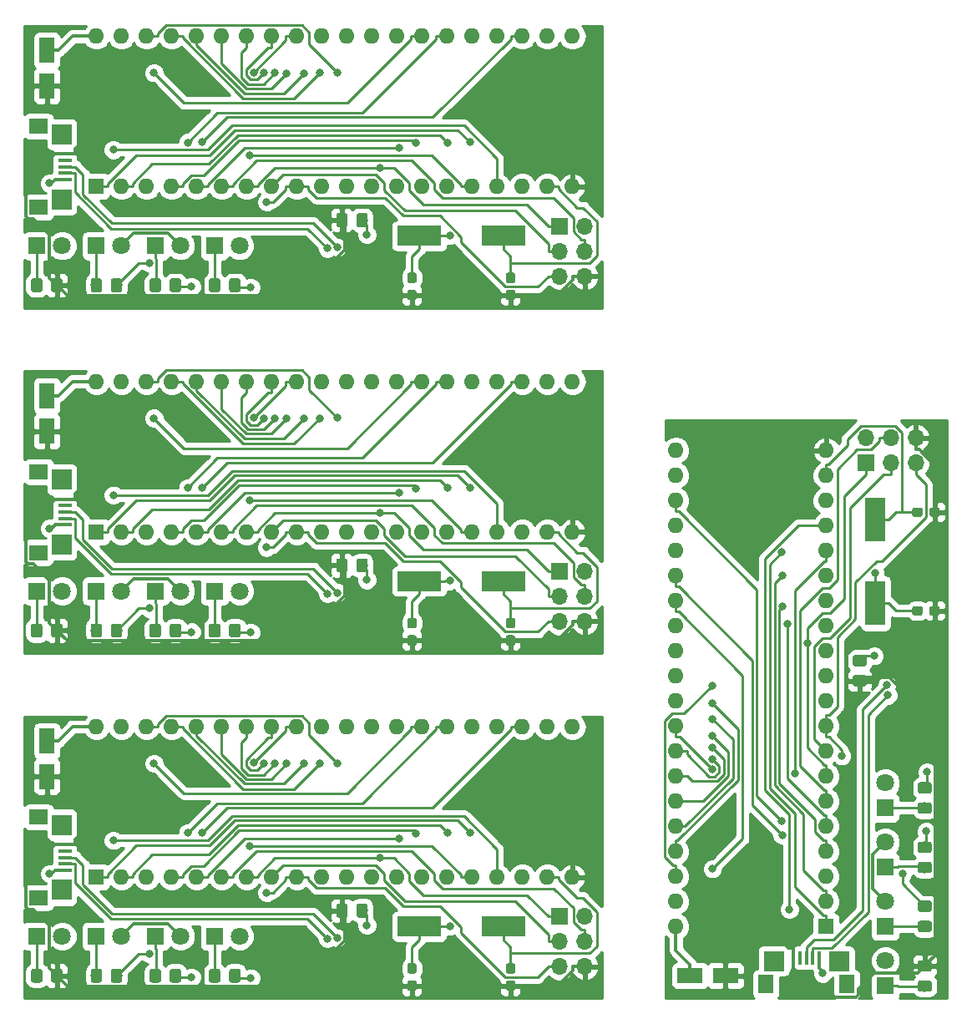
<source format=gtl>
G04 #@! TF.GenerationSoftware,KiCad,Pcbnew,(5.0.0)*
G04 #@! TF.CreationDate,2018-11-07T00:59:44+09:00*
G04 #@! TF.ProjectId,gb_cart_flash,67625F636172745F666C6173682E6B69,rev?*
G04 #@! TF.SameCoordinates,Original*
G04 #@! TF.FileFunction,Copper,L1,Top,Signal*
G04 #@! TF.FilePolarity,Positive*
%FSLAX46Y46*%
G04 Gerber Fmt 4.6, Leading zero omitted, Abs format (unit mm)*
G04 Created by KiCad (PCBNEW (5.0.0)) date 11/07/18 00:59:44*
%MOMM*%
%LPD*%
G01*
G04 APERTURE LIST*
G04 #@! TA.AperFunction,SMDPad,CuDef*
%ADD10R,0.400000X1.350000*%
G04 #@! TD*
G04 #@! TA.AperFunction,SMDPad,CuDef*
%ADD11R,2.100000X2.000000*%
G04 #@! TD*
G04 #@! TA.AperFunction,SMDPad,CuDef*
%ADD12R,1.600000X1.900000*%
G04 #@! TD*
G04 #@! TA.AperFunction,ComponentPad*
%ADD13C,1.800000*%
G04 #@! TD*
G04 #@! TA.AperFunction,ComponentPad*
%ADD14R,1.800000X1.800000*%
G04 #@! TD*
G04 #@! TA.AperFunction,SMDPad,CuDef*
%ADD15R,2.000000X4.500000*%
G04 #@! TD*
G04 #@! TA.AperFunction,ComponentPad*
%ADD16O,1.600000X1.600000*%
G04 #@! TD*
G04 #@! TA.AperFunction,ComponentPad*
%ADD17R,1.600000X1.600000*%
G04 #@! TD*
G04 #@! TA.AperFunction,Conductor*
%ADD18C,0.100000*%
G04 #@! TD*
G04 #@! TA.AperFunction,SMDPad,CuDef*
%ADD19C,1.150000*%
G04 #@! TD*
G04 #@! TA.AperFunction,SMDPad,CuDef*
%ADD20R,2.600000X1.600000*%
G04 #@! TD*
G04 #@! TA.AperFunction,ComponentPad*
%ADD21O,1.700000X1.700000*%
G04 #@! TD*
G04 #@! TA.AperFunction,ComponentPad*
%ADD22R,1.700000X1.700000*%
G04 #@! TD*
G04 #@! TA.AperFunction,SMDPad,CuDef*
%ADD23C,0.950000*%
G04 #@! TD*
G04 #@! TA.AperFunction,SMDPad,CuDef*
%ADD24R,1.350000X0.400000*%
G04 #@! TD*
G04 #@! TA.AperFunction,SMDPad,CuDef*
%ADD25R,2.000000X2.100000*%
G04 #@! TD*
G04 #@! TA.AperFunction,SMDPad,CuDef*
%ADD26R,1.900000X1.600000*%
G04 #@! TD*
G04 #@! TA.AperFunction,SMDPad,CuDef*
%ADD27R,4.500000X2.000000*%
G04 #@! TD*
G04 #@! TA.AperFunction,SMDPad,CuDef*
%ADD28R,1.600000X2.600000*%
G04 #@! TD*
G04 #@! TA.AperFunction,ViaPad*
%ADD29C,0.800000*%
G04 #@! TD*
G04 #@! TA.AperFunction,Conductor*
%ADD30C,0.250000*%
G04 #@! TD*
G04 #@! TA.AperFunction,Conductor*
%ADD31C,0.300000*%
G04 #@! TD*
G04 #@! TA.AperFunction,Conductor*
%ADD32C,0.254000*%
G04 #@! TD*
G04 #@! TA.AperFunction,NonConductor*
%ADD33C,0.254000*%
G04 #@! TD*
G04 APERTURE END LIST*
D10*
G04 #@! TO.P,J1,1*
G04 #@! TO.N,N/C*
X238300000Y-112175000D03*
G04 #@! TO.P,J1,2*
X237650000Y-112175000D03*
G04 #@! TO.P,J1,3*
X237000000Y-112175000D03*
G04 #@! TO.P,J1,4*
X236350000Y-112175000D03*
G04 #@! TO.P,J1,5*
X235700000Y-112175000D03*
D11*
G04 #@! TO.P,J1,6*
X233700000Y-112500000D03*
G04 #@! TO.P,J1,7*
X240300000Y-112500000D03*
D12*
G04 #@! TO.P,J1,8*
X232900000Y-114850000D03*
G04 #@! TO.P,J1,9*
X241100000Y-114850000D03*
G04 #@! TD*
D13*
G04 #@! TO.P,D3,2*
G04 #@! TO.N,N/C*
X245000000Y-100460000D03*
D14*
G04 #@! TO.P,D3,1*
X245000000Y-103000000D03*
G04 #@! TD*
D15*
G04 #@! TO.P,Y1,2*
G04 #@! TO.N,N/C*
X244000000Y-76250000D03*
G04 #@! TO.P,Y1,1*
X244000000Y-67750000D03*
G04 #@! TD*
D16*
G04 #@! TO.P,U1,40*
G04 #@! TO.N,N/C*
X223760000Y-109000000D03*
G04 #@! TO.P,U1,20*
X239000000Y-60740000D03*
G04 #@! TO.P,U1,39*
X223760000Y-106460000D03*
G04 #@! TO.P,U1,19*
X239000000Y-63280000D03*
G04 #@! TO.P,U1,38*
X223760000Y-103920000D03*
G04 #@! TO.P,U1,18*
X239000000Y-65820000D03*
G04 #@! TO.P,U1,37*
X223760000Y-101380000D03*
G04 #@! TO.P,U1,17*
X239000000Y-68360000D03*
G04 #@! TO.P,U1,36*
X223760000Y-98840000D03*
G04 #@! TO.P,U1,16*
X239000000Y-70900000D03*
G04 #@! TO.P,U1,35*
X223760000Y-96300000D03*
G04 #@! TO.P,U1,15*
X239000000Y-73440000D03*
G04 #@! TO.P,U1,34*
X223760000Y-93760000D03*
G04 #@! TO.P,U1,14*
X239000000Y-75980000D03*
G04 #@! TO.P,U1,33*
X223760000Y-91220000D03*
G04 #@! TO.P,U1,13*
X239000000Y-78520000D03*
G04 #@! TO.P,U1,32*
X223760000Y-88680000D03*
G04 #@! TO.P,U1,12*
X239000000Y-81060000D03*
G04 #@! TO.P,U1,31*
X223760000Y-86140000D03*
G04 #@! TO.P,U1,11*
X239000000Y-83600000D03*
G04 #@! TO.P,U1,30*
X223760000Y-83600000D03*
G04 #@! TO.P,U1,10*
X239000000Y-86140000D03*
G04 #@! TO.P,U1,29*
X223760000Y-81060000D03*
G04 #@! TO.P,U1,9*
X239000000Y-88680000D03*
G04 #@! TO.P,U1,28*
X223760000Y-78520000D03*
G04 #@! TO.P,U1,8*
X239000000Y-91220000D03*
G04 #@! TO.P,U1,27*
X223760000Y-75980000D03*
G04 #@! TO.P,U1,7*
X239000000Y-93760000D03*
G04 #@! TO.P,U1,26*
X223760000Y-73440000D03*
G04 #@! TO.P,U1,6*
X239000000Y-96300000D03*
G04 #@! TO.P,U1,25*
X223760000Y-70900000D03*
G04 #@! TO.P,U1,5*
X239000000Y-98840000D03*
G04 #@! TO.P,U1,24*
X223760000Y-68360000D03*
G04 #@! TO.P,U1,4*
X239000000Y-101380000D03*
G04 #@! TO.P,U1,23*
X223760000Y-65820000D03*
G04 #@! TO.P,U1,3*
X239000000Y-103920000D03*
G04 #@! TO.P,U1,22*
X223760000Y-63280000D03*
G04 #@! TO.P,U1,2*
X239000000Y-106460000D03*
G04 #@! TO.P,U1,21*
X223760000Y-60740000D03*
D17*
G04 #@! TO.P,U1,1*
X239000000Y-109000000D03*
G04 #@! TD*
D14*
G04 #@! TO.P,D4,1*
G04 #@! TO.N,N/C*
X245000000Y-97000000D03*
D13*
G04 #@! TO.P,D4,2*
X245000000Y-94460000D03*
G04 #@! TD*
D18*
G04 #@! TO.N,N/C*
G04 #@! TO.C,R5*
G36*
X249474505Y-96426204D02*
X249498773Y-96429804D01*
X249522572Y-96435765D01*
X249545671Y-96444030D01*
X249567850Y-96454520D01*
X249588893Y-96467132D01*
X249608599Y-96481747D01*
X249626777Y-96498223D01*
X249643253Y-96516401D01*
X249657868Y-96536107D01*
X249670480Y-96557150D01*
X249680970Y-96579329D01*
X249689235Y-96602428D01*
X249695196Y-96626227D01*
X249698796Y-96650495D01*
X249700000Y-96674999D01*
X249700000Y-97325001D01*
X249698796Y-97349505D01*
X249695196Y-97373773D01*
X249689235Y-97397572D01*
X249680970Y-97420671D01*
X249670480Y-97442850D01*
X249657868Y-97463893D01*
X249643253Y-97483599D01*
X249626777Y-97501777D01*
X249608599Y-97518253D01*
X249588893Y-97532868D01*
X249567850Y-97545480D01*
X249545671Y-97555970D01*
X249522572Y-97564235D01*
X249498773Y-97570196D01*
X249474505Y-97573796D01*
X249450001Y-97575000D01*
X248549999Y-97575000D01*
X248525495Y-97573796D01*
X248501227Y-97570196D01*
X248477428Y-97564235D01*
X248454329Y-97555970D01*
X248432150Y-97545480D01*
X248411107Y-97532868D01*
X248391401Y-97518253D01*
X248373223Y-97501777D01*
X248356747Y-97483599D01*
X248342132Y-97463893D01*
X248329520Y-97442850D01*
X248319030Y-97420671D01*
X248310765Y-97397572D01*
X248304804Y-97373773D01*
X248301204Y-97349505D01*
X248300000Y-97325001D01*
X248300000Y-96674999D01*
X248301204Y-96650495D01*
X248304804Y-96626227D01*
X248310765Y-96602428D01*
X248319030Y-96579329D01*
X248329520Y-96557150D01*
X248342132Y-96536107D01*
X248356747Y-96516401D01*
X248373223Y-96498223D01*
X248391401Y-96481747D01*
X248411107Y-96467132D01*
X248432150Y-96454520D01*
X248454329Y-96444030D01*
X248477428Y-96435765D01*
X248501227Y-96429804D01*
X248525495Y-96426204D01*
X248549999Y-96425000D01*
X249450001Y-96425000D01*
X249474505Y-96426204D01*
X249474505Y-96426204D01*
G37*
D19*
G04 #@! TD*
G04 #@! TO.P,R5,2*
G04 #@! TO.N,N/C*
X249000000Y-97000000D03*
D18*
G04 #@! TO.N,N/C*
G04 #@! TO.C,R5*
G36*
X249474505Y-94376204D02*
X249498773Y-94379804D01*
X249522572Y-94385765D01*
X249545671Y-94394030D01*
X249567850Y-94404520D01*
X249588893Y-94417132D01*
X249608599Y-94431747D01*
X249626777Y-94448223D01*
X249643253Y-94466401D01*
X249657868Y-94486107D01*
X249670480Y-94507150D01*
X249680970Y-94529329D01*
X249689235Y-94552428D01*
X249695196Y-94576227D01*
X249698796Y-94600495D01*
X249700000Y-94624999D01*
X249700000Y-95275001D01*
X249698796Y-95299505D01*
X249695196Y-95323773D01*
X249689235Y-95347572D01*
X249680970Y-95370671D01*
X249670480Y-95392850D01*
X249657868Y-95413893D01*
X249643253Y-95433599D01*
X249626777Y-95451777D01*
X249608599Y-95468253D01*
X249588893Y-95482868D01*
X249567850Y-95495480D01*
X249545671Y-95505970D01*
X249522572Y-95514235D01*
X249498773Y-95520196D01*
X249474505Y-95523796D01*
X249450001Y-95525000D01*
X248549999Y-95525000D01*
X248525495Y-95523796D01*
X248501227Y-95520196D01*
X248477428Y-95514235D01*
X248454329Y-95505970D01*
X248432150Y-95495480D01*
X248411107Y-95482868D01*
X248391401Y-95468253D01*
X248373223Y-95451777D01*
X248356747Y-95433599D01*
X248342132Y-95413893D01*
X248329520Y-95392850D01*
X248319030Y-95370671D01*
X248310765Y-95347572D01*
X248304804Y-95323773D01*
X248301204Y-95299505D01*
X248300000Y-95275001D01*
X248300000Y-94624999D01*
X248301204Y-94600495D01*
X248304804Y-94576227D01*
X248310765Y-94552428D01*
X248319030Y-94529329D01*
X248329520Y-94507150D01*
X248342132Y-94486107D01*
X248356747Y-94466401D01*
X248373223Y-94448223D01*
X248391401Y-94431747D01*
X248411107Y-94417132D01*
X248432150Y-94404520D01*
X248454329Y-94394030D01*
X248477428Y-94385765D01*
X248501227Y-94379804D01*
X248525495Y-94376204D01*
X248549999Y-94375000D01*
X249450001Y-94375000D01*
X249474505Y-94376204D01*
X249474505Y-94376204D01*
G37*
D19*
G04 #@! TD*
G04 #@! TO.P,R5,1*
G04 #@! TO.N,N/C*
X249000000Y-94950000D03*
D18*
G04 #@! TO.N,N/C*
G04 #@! TO.C,R4*
G36*
X249474505Y-100401204D02*
X249498773Y-100404804D01*
X249522572Y-100410765D01*
X249545671Y-100419030D01*
X249567850Y-100429520D01*
X249588893Y-100442132D01*
X249608599Y-100456747D01*
X249626777Y-100473223D01*
X249643253Y-100491401D01*
X249657868Y-100511107D01*
X249670480Y-100532150D01*
X249680970Y-100554329D01*
X249689235Y-100577428D01*
X249695196Y-100601227D01*
X249698796Y-100625495D01*
X249700000Y-100649999D01*
X249700000Y-101300001D01*
X249698796Y-101324505D01*
X249695196Y-101348773D01*
X249689235Y-101372572D01*
X249680970Y-101395671D01*
X249670480Y-101417850D01*
X249657868Y-101438893D01*
X249643253Y-101458599D01*
X249626777Y-101476777D01*
X249608599Y-101493253D01*
X249588893Y-101507868D01*
X249567850Y-101520480D01*
X249545671Y-101530970D01*
X249522572Y-101539235D01*
X249498773Y-101545196D01*
X249474505Y-101548796D01*
X249450001Y-101550000D01*
X248549999Y-101550000D01*
X248525495Y-101548796D01*
X248501227Y-101545196D01*
X248477428Y-101539235D01*
X248454329Y-101530970D01*
X248432150Y-101520480D01*
X248411107Y-101507868D01*
X248391401Y-101493253D01*
X248373223Y-101476777D01*
X248356747Y-101458599D01*
X248342132Y-101438893D01*
X248329520Y-101417850D01*
X248319030Y-101395671D01*
X248310765Y-101372572D01*
X248304804Y-101348773D01*
X248301204Y-101324505D01*
X248300000Y-101300001D01*
X248300000Y-100649999D01*
X248301204Y-100625495D01*
X248304804Y-100601227D01*
X248310765Y-100577428D01*
X248319030Y-100554329D01*
X248329520Y-100532150D01*
X248342132Y-100511107D01*
X248356747Y-100491401D01*
X248373223Y-100473223D01*
X248391401Y-100456747D01*
X248411107Y-100442132D01*
X248432150Y-100429520D01*
X248454329Y-100419030D01*
X248477428Y-100410765D01*
X248501227Y-100404804D01*
X248525495Y-100401204D01*
X248549999Y-100400000D01*
X249450001Y-100400000D01*
X249474505Y-100401204D01*
X249474505Y-100401204D01*
G37*
D19*
G04 #@! TD*
G04 #@! TO.P,R4,1*
G04 #@! TO.N,N/C*
X249000000Y-100975000D03*
D18*
G04 #@! TO.N,N/C*
G04 #@! TO.C,R4*
G36*
X249474505Y-102451204D02*
X249498773Y-102454804D01*
X249522572Y-102460765D01*
X249545671Y-102469030D01*
X249567850Y-102479520D01*
X249588893Y-102492132D01*
X249608599Y-102506747D01*
X249626777Y-102523223D01*
X249643253Y-102541401D01*
X249657868Y-102561107D01*
X249670480Y-102582150D01*
X249680970Y-102604329D01*
X249689235Y-102627428D01*
X249695196Y-102651227D01*
X249698796Y-102675495D01*
X249700000Y-102699999D01*
X249700000Y-103350001D01*
X249698796Y-103374505D01*
X249695196Y-103398773D01*
X249689235Y-103422572D01*
X249680970Y-103445671D01*
X249670480Y-103467850D01*
X249657868Y-103488893D01*
X249643253Y-103508599D01*
X249626777Y-103526777D01*
X249608599Y-103543253D01*
X249588893Y-103557868D01*
X249567850Y-103570480D01*
X249545671Y-103580970D01*
X249522572Y-103589235D01*
X249498773Y-103595196D01*
X249474505Y-103598796D01*
X249450001Y-103600000D01*
X248549999Y-103600000D01*
X248525495Y-103598796D01*
X248501227Y-103595196D01*
X248477428Y-103589235D01*
X248454329Y-103580970D01*
X248432150Y-103570480D01*
X248411107Y-103557868D01*
X248391401Y-103543253D01*
X248373223Y-103526777D01*
X248356747Y-103508599D01*
X248342132Y-103488893D01*
X248329520Y-103467850D01*
X248319030Y-103445671D01*
X248310765Y-103422572D01*
X248304804Y-103398773D01*
X248301204Y-103374505D01*
X248300000Y-103350001D01*
X248300000Y-102699999D01*
X248301204Y-102675495D01*
X248304804Y-102651227D01*
X248310765Y-102627428D01*
X248319030Y-102604329D01*
X248329520Y-102582150D01*
X248342132Y-102561107D01*
X248356747Y-102541401D01*
X248373223Y-102523223D01*
X248391401Y-102506747D01*
X248411107Y-102492132D01*
X248432150Y-102479520D01*
X248454329Y-102469030D01*
X248477428Y-102460765D01*
X248501227Y-102454804D01*
X248525495Y-102451204D01*
X248549999Y-102450000D01*
X249450001Y-102450000D01*
X249474505Y-102451204D01*
X249474505Y-102451204D01*
G37*
D19*
G04 #@! TD*
G04 #@! TO.P,R4,2*
G04 #@! TO.N,N/C*
X249000000Y-103025000D03*
D18*
G04 #@! TO.N,N/C*
G04 #@! TO.C,R3*
G36*
X249474505Y-106376204D02*
X249498773Y-106379804D01*
X249522572Y-106385765D01*
X249545671Y-106394030D01*
X249567850Y-106404520D01*
X249588893Y-106417132D01*
X249608599Y-106431747D01*
X249626777Y-106448223D01*
X249643253Y-106466401D01*
X249657868Y-106486107D01*
X249670480Y-106507150D01*
X249680970Y-106529329D01*
X249689235Y-106552428D01*
X249695196Y-106576227D01*
X249698796Y-106600495D01*
X249700000Y-106624999D01*
X249700000Y-107275001D01*
X249698796Y-107299505D01*
X249695196Y-107323773D01*
X249689235Y-107347572D01*
X249680970Y-107370671D01*
X249670480Y-107392850D01*
X249657868Y-107413893D01*
X249643253Y-107433599D01*
X249626777Y-107451777D01*
X249608599Y-107468253D01*
X249588893Y-107482868D01*
X249567850Y-107495480D01*
X249545671Y-107505970D01*
X249522572Y-107514235D01*
X249498773Y-107520196D01*
X249474505Y-107523796D01*
X249450001Y-107525000D01*
X248549999Y-107525000D01*
X248525495Y-107523796D01*
X248501227Y-107520196D01*
X248477428Y-107514235D01*
X248454329Y-107505970D01*
X248432150Y-107495480D01*
X248411107Y-107482868D01*
X248391401Y-107468253D01*
X248373223Y-107451777D01*
X248356747Y-107433599D01*
X248342132Y-107413893D01*
X248329520Y-107392850D01*
X248319030Y-107370671D01*
X248310765Y-107347572D01*
X248304804Y-107323773D01*
X248301204Y-107299505D01*
X248300000Y-107275001D01*
X248300000Y-106624999D01*
X248301204Y-106600495D01*
X248304804Y-106576227D01*
X248310765Y-106552428D01*
X248319030Y-106529329D01*
X248329520Y-106507150D01*
X248342132Y-106486107D01*
X248356747Y-106466401D01*
X248373223Y-106448223D01*
X248391401Y-106431747D01*
X248411107Y-106417132D01*
X248432150Y-106404520D01*
X248454329Y-106394030D01*
X248477428Y-106385765D01*
X248501227Y-106379804D01*
X248525495Y-106376204D01*
X248549999Y-106375000D01*
X249450001Y-106375000D01*
X249474505Y-106376204D01*
X249474505Y-106376204D01*
G37*
D19*
G04 #@! TD*
G04 #@! TO.P,R3,1*
G04 #@! TO.N,N/C*
X249000000Y-106950000D03*
D18*
G04 #@! TO.N,N/C*
G04 #@! TO.C,R3*
G36*
X249474505Y-108426204D02*
X249498773Y-108429804D01*
X249522572Y-108435765D01*
X249545671Y-108444030D01*
X249567850Y-108454520D01*
X249588893Y-108467132D01*
X249608599Y-108481747D01*
X249626777Y-108498223D01*
X249643253Y-108516401D01*
X249657868Y-108536107D01*
X249670480Y-108557150D01*
X249680970Y-108579329D01*
X249689235Y-108602428D01*
X249695196Y-108626227D01*
X249698796Y-108650495D01*
X249700000Y-108674999D01*
X249700000Y-109325001D01*
X249698796Y-109349505D01*
X249695196Y-109373773D01*
X249689235Y-109397572D01*
X249680970Y-109420671D01*
X249670480Y-109442850D01*
X249657868Y-109463893D01*
X249643253Y-109483599D01*
X249626777Y-109501777D01*
X249608599Y-109518253D01*
X249588893Y-109532868D01*
X249567850Y-109545480D01*
X249545671Y-109555970D01*
X249522572Y-109564235D01*
X249498773Y-109570196D01*
X249474505Y-109573796D01*
X249450001Y-109575000D01*
X248549999Y-109575000D01*
X248525495Y-109573796D01*
X248501227Y-109570196D01*
X248477428Y-109564235D01*
X248454329Y-109555970D01*
X248432150Y-109545480D01*
X248411107Y-109532868D01*
X248391401Y-109518253D01*
X248373223Y-109501777D01*
X248356747Y-109483599D01*
X248342132Y-109463893D01*
X248329520Y-109442850D01*
X248319030Y-109420671D01*
X248310765Y-109397572D01*
X248304804Y-109373773D01*
X248301204Y-109349505D01*
X248300000Y-109325001D01*
X248300000Y-108674999D01*
X248301204Y-108650495D01*
X248304804Y-108626227D01*
X248310765Y-108602428D01*
X248319030Y-108579329D01*
X248329520Y-108557150D01*
X248342132Y-108536107D01*
X248356747Y-108516401D01*
X248373223Y-108498223D01*
X248391401Y-108481747D01*
X248411107Y-108467132D01*
X248432150Y-108454520D01*
X248454329Y-108444030D01*
X248477428Y-108435765D01*
X248501227Y-108429804D01*
X248525495Y-108426204D01*
X248549999Y-108425000D01*
X249450001Y-108425000D01*
X249474505Y-108426204D01*
X249474505Y-108426204D01*
G37*
D19*
G04 #@! TD*
G04 #@! TO.P,R3,2*
G04 #@! TO.N,N/C*
X249000000Y-109000000D03*
D20*
G04 #@! TO.P,C6,2*
G04 #@! TO.N,N/C*
X228800000Y-114000000D03*
G04 #@! TO.P,C6,1*
X225200000Y-114000000D03*
G04 #@! TD*
D18*
G04 #@! TO.N,N/C*
G04 #@! TO.C,R2*
G36*
X249474505Y-114476204D02*
X249498773Y-114479804D01*
X249522572Y-114485765D01*
X249545671Y-114494030D01*
X249567850Y-114504520D01*
X249588893Y-114517132D01*
X249608599Y-114531747D01*
X249626777Y-114548223D01*
X249643253Y-114566401D01*
X249657868Y-114586107D01*
X249670480Y-114607150D01*
X249680970Y-114629329D01*
X249689235Y-114652428D01*
X249695196Y-114676227D01*
X249698796Y-114700495D01*
X249700000Y-114724999D01*
X249700000Y-115375001D01*
X249698796Y-115399505D01*
X249695196Y-115423773D01*
X249689235Y-115447572D01*
X249680970Y-115470671D01*
X249670480Y-115492850D01*
X249657868Y-115513893D01*
X249643253Y-115533599D01*
X249626777Y-115551777D01*
X249608599Y-115568253D01*
X249588893Y-115582868D01*
X249567850Y-115595480D01*
X249545671Y-115605970D01*
X249522572Y-115614235D01*
X249498773Y-115620196D01*
X249474505Y-115623796D01*
X249450001Y-115625000D01*
X248549999Y-115625000D01*
X248525495Y-115623796D01*
X248501227Y-115620196D01*
X248477428Y-115614235D01*
X248454329Y-115605970D01*
X248432150Y-115595480D01*
X248411107Y-115582868D01*
X248391401Y-115568253D01*
X248373223Y-115551777D01*
X248356747Y-115533599D01*
X248342132Y-115513893D01*
X248329520Y-115492850D01*
X248319030Y-115470671D01*
X248310765Y-115447572D01*
X248304804Y-115423773D01*
X248301204Y-115399505D01*
X248300000Y-115375001D01*
X248300000Y-114724999D01*
X248301204Y-114700495D01*
X248304804Y-114676227D01*
X248310765Y-114652428D01*
X248319030Y-114629329D01*
X248329520Y-114607150D01*
X248342132Y-114586107D01*
X248356747Y-114566401D01*
X248373223Y-114548223D01*
X248391401Y-114531747D01*
X248411107Y-114517132D01*
X248432150Y-114504520D01*
X248454329Y-114494030D01*
X248477428Y-114485765D01*
X248501227Y-114479804D01*
X248525495Y-114476204D01*
X248549999Y-114475000D01*
X249450001Y-114475000D01*
X249474505Y-114476204D01*
X249474505Y-114476204D01*
G37*
D19*
G04 #@! TD*
G04 #@! TO.P,R2,2*
G04 #@! TO.N,N/C*
X249000000Y-115050000D03*
D18*
G04 #@! TO.N,N/C*
G04 #@! TO.C,R2*
G36*
X249474505Y-112426204D02*
X249498773Y-112429804D01*
X249522572Y-112435765D01*
X249545671Y-112444030D01*
X249567850Y-112454520D01*
X249588893Y-112467132D01*
X249608599Y-112481747D01*
X249626777Y-112498223D01*
X249643253Y-112516401D01*
X249657868Y-112536107D01*
X249670480Y-112557150D01*
X249680970Y-112579329D01*
X249689235Y-112602428D01*
X249695196Y-112626227D01*
X249698796Y-112650495D01*
X249700000Y-112674999D01*
X249700000Y-113325001D01*
X249698796Y-113349505D01*
X249695196Y-113373773D01*
X249689235Y-113397572D01*
X249680970Y-113420671D01*
X249670480Y-113442850D01*
X249657868Y-113463893D01*
X249643253Y-113483599D01*
X249626777Y-113501777D01*
X249608599Y-113518253D01*
X249588893Y-113532868D01*
X249567850Y-113545480D01*
X249545671Y-113555970D01*
X249522572Y-113564235D01*
X249498773Y-113570196D01*
X249474505Y-113573796D01*
X249450001Y-113575000D01*
X248549999Y-113575000D01*
X248525495Y-113573796D01*
X248501227Y-113570196D01*
X248477428Y-113564235D01*
X248454329Y-113555970D01*
X248432150Y-113545480D01*
X248411107Y-113532868D01*
X248391401Y-113518253D01*
X248373223Y-113501777D01*
X248356747Y-113483599D01*
X248342132Y-113463893D01*
X248329520Y-113442850D01*
X248319030Y-113420671D01*
X248310765Y-113397572D01*
X248304804Y-113373773D01*
X248301204Y-113349505D01*
X248300000Y-113325001D01*
X248300000Y-112674999D01*
X248301204Y-112650495D01*
X248304804Y-112626227D01*
X248310765Y-112602428D01*
X248319030Y-112579329D01*
X248329520Y-112557150D01*
X248342132Y-112536107D01*
X248356747Y-112516401D01*
X248373223Y-112498223D01*
X248391401Y-112481747D01*
X248411107Y-112467132D01*
X248432150Y-112454520D01*
X248454329Y-112444030D01*
X248477428Y-112435765D01*
X248501227Y-112429804D01*
X248525495Y-112426204D01*
X248549999Y-112425000D01*
X249450001Y-112425000D01*
X249474505Y-112426204D01*
X249474505Y-112426204D01*
G37*
D19*
G04 #@! TD*
G04 #@! TO.P,R2,1*
G04 #@! TO.N,N/C*
X249000000Y-113000000D03*
D13*
G04 #@! TO.P,D1,2*
G04 #@! TO.N,N/C*
X245000000Y-112460000D03*
D14*
G04 #@! TO.P,D1,1*
X245000000Y-115000000D03*
G04 #@! TD*
G04 #@! TO.P,D2,1*
G04 #@! TO.N,N/C*
X245000000Y-109000000D03*
D13*
G04 #@! TO.P,D2,2*
X245000000Y-106460000D03*
G04 #@! TD*
D21*
G04 #@! TO.P,J3,6*
G04 #@! TO.N,N/C*
X248080000Y-59460000D03*
G04 #@! TO.P,J3,5*
X248080000Y-62000000D03*
G04 #@! TO.P,J3,4*
X245540000Y-59460000D03*
G04 #@! TO.P,J3,3*
X245540000Y-62000000D03*
G04 #@! TO.P,J3,2*
X243000000Y-59460000D03*
D22*
G04 #@! TO.P,J3,1*
X243000000Y-62000000D03*
G04 #@! TD*
D18*
G04 #@! TO.N,N/C*
G04 #@! TO.C,C3*
G36*
X242874505Y-83526204D02*
X242898773Y-83529804D01*
X242922572Y-83535765D01*
X242945671Y-83544030D01*
X242967850Y-83554520D01*
X242988893Y-83567132D01*
X243008599Y-83581747D01*
X243026777Y-83598223D01*
X243043253Y-83616401D01*
X243057868Y-83636107D01*
X243070480Y-83657150D01*
X243080970Y-83679329D01*
X243089235Y-83702428D01*
X243095196Y-83726227D01*
X243098796Y-83750495D01*
X243100000Y-83774999D01*
X243100000Y-84425001D01*
X243098796Y-84449505D01*
X243095196Y-84473773D01*
X243089235Y-84497572D01*
X243080970Y-84520671D01*
X243070480Y-84542850D01*
X243057868Y-84563893D01*
X243043253Y-84583599D01*
X243026777Y-84601777D01*
X243008599Y-84618253D01*
X242988893Y-84632868D01*
X242967850Y-84645480D01*
X242945671Y-84655970D01*
X242922572Y-84664235D01*
X242898773Y-84670196D01*
X242874505Y-84673796D01*
X242850001Y-84675000D01*
X241949999Y-84675000D01*
X241925495Y-84673796D01*
X241901227Y-84670196D01*
X241877428Y-84664235D01*
X241854329Y-84655970D01*
X241832150Y-84645480D01*
X241811107Y-84632868D01*
X241791401Y-84618253D01*
X241773223Y-84601777D01*
X241756747Y-84583599D01*
X241742132Y-84563893D01*
X241729520Y-84542850D01*
X241719030Y-84520671D01*
X241710765Y-84497572D01*
X241704804Y-84473773D01*
X241701204Y-84449505D01*
X241700000Y-84425001D01*
X241700000Y-83774999D01*
X241701204Y-83750495D01*
X241704804Y-83726227D01*
X241710765Y-83702428D01*
X241719030Y-83679329D01*
X241729520Y-83657150D01*
X241742132Y-83636107D01*
X241756747Y-83616401D01*
X241773223Y-83598223D01*
X241791401Y-83581747D01*
X241811107Y-83567132D01*
X241832150Y-83554520D01*
X241854329Y-83544030D01*
X241877428Y-83535765D01*
X241901227Y-83529804D01*
X241925495Y-83526204D01*
X241949999Y-83525000D01*
X242850001Y-83525000D01*
X242874505Y-83526204D01*
X242874505Y-83526204D01*
G37*
D19*
G04 #@! TD*
G04 #@! TO.P,C3,2*
G04 #@! TO.N,N/C*
X242400000Y-84100000D03*
D18*
G04 #@! TO.N,N/C*
G04 #@! TO.C,C3*
G36*
X242874505Y-81476204D02*
X242898773Y-81479804D01*
X242922572Y-81485765D01*
X242945671Y-81494030D01*
X242967850Y-81504520D01*
X242988893Y-81517132D01*
X243008599Y-81531747D01*
X243026777Y-81548223D01*
X243043253Y-81566401D01*
X243057868Y-81586107D01*
X243070480Y-81607150D01*
X243080970Y-81629329D01*
X243089235Y-81652428D01*
X243095196Y-81676227D01*
X243098796Y-81700495D01*
X243100000Y-81724999D01*
X243100000Y-82375001D01*
X243098796Y-82399505D01*
X243095196Y-82423773D01*
X243089235Y-82447572D01*
X243080970Y-82470671D01*
X243070480Y-82492850D01*
X243057868Y-82513893D01*
X243043253Y-82533599D01*
X243026777Y-82551777D01*
X243008599Y-82568253D01*
X242988893Y-82582868D01*
X242967850Y-82595480D01*
X242945671Y-82605970D01*
X242922572Y-82614235D01*
X242898773Y-82620196D01*
X242874505Y-82623796D01*
X242850001Y-82625000D01*
X241949999Y-82625000D01*
X241925495Y-82623796D01*
X241901227Y-82620196D01*
X241877428Y-82614235D01*
X241854329Y-82605970D01*
X241832150Y-82595480D01*
X241811107Y-82582868D01*
X241791401Y-82568253D01*
X241773223Y-82551777D01*
X241756747Y-82533599D01*
X241742132Y-82513893D01*
X241729520Y-82492850D01*
X241719030Y-82470671D01*
X241710765Y-82447572D01*
X241704804Y-82423773D01*
X241701204Y-82399505D01*
X241700000Y-82375001D01*
X241700000Y-81724999D01*
X241701204Y-81700495D01*
X241704804Y-81676227D01*
X241710765Y-81652428D01*
X241719030Y-81629329D01*
X241729520Y-81607150D01*
X241742132Y-81586107D01*
X241756747Y-81566401D01*
X241773223Y-81548223D01*
X241791401Y-81531747D01*
X241811107Y-81517132D01*
X241832150Y-81504520D01*
X241854329Y-81494030D01*
X241877428Y-81485765D01*
X241901227Y-81479804D01*
X241925495Y-81476204D01*
X241949999Y-81475000D01*
X242850001Y-81475000D01*
X242874505Y-81476204D01*
X242874505Y-81476204D01*
G37*
D19*
G04 #@! TD*
G04 #@! TO.P,C3,1*
G04 #@! TO.N,N/C*
X242400000Y-82050000D03*
D18*
G04 #@! TO.N,N/C*
G04 #@! TO.C,C2*
G36*
X248560779Y-76526144D02*
X248583834Y-76529563D01*
X248606443Y-76535227D01*
X248628387Y-76543079D01*
X248649457Y-76553044D01*
X248669448Y-76565026D01*
X248688168Y-76578910D01*
X248705438Y-76594562D01*
X248721090Y-76611832D01*
X248734974Y-76630552D01*
X248746956Y-76650543D01*
X248756921Y-76671613D01*
X248764773Y-76693557D01*
X248770437Y-76716166D01*
X248773856Y-76739221D01*
X248775000Y-76762500D01*
X248775000Y-77237500D01*
X248773856Y-77260779D01*
X248770437Y-77283834D01*
X248764773Y-77306443D01*
X248756921Y-77328387D01*
X248746956Y-77349457D01*
X248734974Y-77369448D01*
X248721090Y-77388168D01*
X248705438Y-77405438D01*
X248688168Y-77421090D01*
X248669448Y-77434974D01*
X248649457Y-77446956D01*
X248628387Y-77456921D01*
X248606443Y-77464773D01*
X248583834Y-77470437D01*
X248560779Y-77473856D01*
X248537500Y-77475000D01*
X247962500Y-77475000D01*
X247939221Y-77473856D01*
X247916166Y-77470437D01*
X247893557Y-77464773D01*
X247871613Y-77456921D01*
X247850543Y-77446956D01*
X247830552Y-77434974D01*
X247811832Y-77421090D01*
X247794562Y-77405438D01*
X247778910Y-77388168D01*
X247765026Y-77369448D01*
X247753044Y-77349457D01*
X247743079Y-77328387D01*
X247735227Y-77306443D01*
X247729563Y-77283834D01*
X247726144Y-77260779D01*
X247725000Y-77237500D01*
X247725000Y-76762500D01*
X247726144Y-76739221D01*
X247729563Y-76716166D01*
X247735227Y-76693557D01*
X247743079Y-76671613D01*
X247753044Y-76650543D01*
X247765026Y-76630552D01*
X247778910Y-76611832D01*
X247794562Y-76594562D01*
X247811832Y-76578910D01*
X247830552Y-76565026D01*
X247850543Y-76553044D01*
X247871613Y-76543079D01*
X247893557Y-76535227D01*
X247916166Y-76529563D01*
X247939221Y-76526144D01*
X247962500Y-76525000D01*
X248537500Y-76525000D01*
X248560779Y-76526144D01*
X248560779Y-76526144D01*
G37*
D23*
G04 #@! TD*
G04 #@! TO.P,C2,1*
G04 #@! TO.N,N/C*
X248250000Y-77000000D03*
D18*
G04 #@! TO.N,N/C*
G04 #@! TO.C,C2*
G36*
X250310779Y-76526144D02*
X250333834Y-76529563D01*
X250356443Y-76535227D01*
X250378387Y-76543079D01*
X250399457Y-76553044D01*
X250419448Y-76565026D01*
X250438168Y-76578910D01*
X250455438Y-76594562D01*
X250471090Y-76611832D01*
X250484974Y-76630552D01*
X250496956Y-76650543D01*
X250506921Y-76671613D01*
X250514773Y-76693557D01*
X250520437Y-76716166D01*
X250523856Y-76739221D01*
X250525000Y-76762500D01*
X250525000Y-77237500D01*
X250523856Y-77260779D01*
X250520437Y-77283834D01*
X250514773Y-77306443D01*
X250506921Y-77328387D01*
X250496956Y-77349457D01*
X250484974Y-77369448D01*
X250471090Y-77388168D01*
X250455438Y-77405438D01*
X250438168Y-77421090D01*
X250419448Y-77434974D01*
X250399457Y-77446956D01*
X250378387Y-77456921D01*
X250356443Y-77464773D01*
X250333834Y-77470437D01*
X250310779Y-77473856D01*
X250287500Y-77475000D01*
X249712500Y-77475000D01*
X249689221Y-77473856D01*
X249666166Y-77470437D01*
X249643557Y-77464773D01*
X249621613Y-77456921D01*
X249600543Y-77446956D01*
X249580552Y-77434974D01*
X249561832Y-77421090D01*
X249544562Y-77405438D01*
X249528910Y-77388168D01*
X249515026Y-77369448D01*
X249503044Y-77349457D01*
X249493079Y-77328387D01*
X249485227Y-77306443D01*
X249479563Y-77283834D01*
X249476144Y-77260779D01*
X249475000Y-77237500D01*
X249475000Y-76762500D01*
X249476144Y-76739221D01*
X249479563Y-76716166D01*
X249485227Y-76693557D01*
X249493079Y-76671613D01*
X249503044Y-76650543D01*
X249515026Y-76630552D01*
X249528910Y-76611832D01*
X249544562Y-76594562D01*
X249561832Y-76578910D01*
X249580552Y-76565026D01*
X249600543Y-76553044D01*
X249621613Y-76543079D01*
X249643557Y-76535227D01*
X249666166Y-76529563D01*
X249689221Y-76526144D01*
X249712500Y-76525000D01*
X250287500Y-76525000D01*
X250310779Y-76526144D01*
X250310779Y-76526144D01*
G37*
D23*
G04 #@! TD*
G04 #@! TO.P,C2,2*
G04 #@! TO.N,N/C*
X250000000Y-77000000D03*
D18*
G04 #@! TO.N,N/C*
G04 #@! TO.C,C1*
G36*
X250310779Y-66526144D02*
X250333834Y-66529563D01*
X250356443Y-66535227D01*
X250378387Y-66543079D01*
X250399457Y-66553044D01*
X250419448Y-66565026D01*
X250438168Y-66578910D01*
X250455438Y-66594562D01*
X250471090Y-66611832D01*
X250484974Y-66630552D01*
X250496956Y-66650543D01*
X250506921Y-66671613D01*
X250514773Y-66693557D01*
X250520437Y-66716166D01*
X250523856Y-66739221D01*
X250525000Y-66762500D01*
X250525000Y-67237500D01*
X250523856Y-67260779D01*
X250520437Y-67283834D01*
X250514773Y-67306443D01*
X250506921Y-67328387D01*
X250496956Y-67349457D01*
X250484974Y-67369448D01*
X250471090Y-67388168D01*
X250455438Y-67405438D01*
X250438168Y-67421090D01*
X250419448Y-67434974D01*
X250399457Y-67446956D01*
X250378387Y-67456921D01*
X250356443Y-67464773D01*
X250333834Y-67470437D01*
X250310779Y-67473856D01*
X250287500Y-67475000D01*
X249712500Y-67475000D01*
X249689221Y-67473856D01*
X249666166Y-67470437D01*
X249643557Y-67464773D01*
X249621613Y-67456921D01*
X249600543Y-67446956D01*
X249580552Y-67434974D01*
X249561832Y-67421090D01*
X249544562Y-67405438D01*
X249528910Y-67388168D01*
X249515026Y-67369448D01*
X249503044Y-67349457D01*
X249493079Y-67328387D01*
X249485227Y-67306443D01*
X249479563Y-67283834D01*
X249476144Y-67260779D01*
X249475000Y-67237500D01*
X249475000Y-66762500D01*
X249476144Y-66739221D01*
X249479563Y-66716166D01*
X249485227Y-66693557D01*
X249493079Y-66671613D01*
X249503044Y-66650543D01*
X249515026Y-66630552D01*
X249528910Y-66611832D01*
X249544562Y-66594562D01*
X249561832Y-66578910D01*
X249580552Y-66565026D01*
X249600543Y-66553044D01*
X249621613Y-66543079D01*
X249643557Y-66535227D01*
X249666166Y-66529563D01*
X249689221Y-66526144D01*
X249712500Y-66525000D01*
X250287500Y-66525000D01*
X250310779Y-66526144D01*
X250310779Y-66526144D01*
G37*
D23*
G04 #@! TD*
G04 #@! TO.P,C1,2*
G04 #@! TO.N,N/C*
X250000000Y-67000000D03*
D18*
G04 #@! TO.N,N/C*
G04 #@! TO.C,C1*
G36*
X248560779Y-66526144D02*
X248583834Y-66529563D01*
X248606443Y-66535227D01*
X248628387Y-66543079D01*
X248649457Y-66553044D01*
X248669448Y-66565026D01*
X248688168Y-66578910D01*
X248705438Y-66594562D01*
X248721090Y-66611832D01*
X248734974Y-66630552D01*
X248746956Y-66650543D01*
X248756921Y-66671613D01*
X248764773Y-66693557D01*
X248770437Y-66716166D01*
X248773856Y-66739221D01*
X248775000Y-66762500D01*
X248775000Y-67237500D01*
X248773856Y-67260779D01*
X248770437Y-67283834D01*
X248764773Y-67306443D01*
X248756921Y-67328387D01*
X248746956Y-67349457D01*
X248734974Y-67369448D01*
X248721090Y-67388168D01*
X248705438Y-67405438D01*
X248688168Y-67421090D01*
X248669448Y-67434974D01*
X248649457Y-67446956D01*
X248628387Y-67456921D01*
X248606443Y-67464773D01*
X248583834Y-67470437D01*
X248560779Y-67473856D01*
X248537500Y-67475000D01*
X247962500Y-67475000D01*
X247939221Y-67473856D01*
X247916166Y-67470437D01*
X247893557Y-67464773D01*
X247871613Y-67456921D01*
X247850543Y-67446956D01*
X247830552Y-67434974D01*
X247811832Y-67421090D01*
X247794562Y-67405438D01*
X247778910Y-67388168D01*
X247765026Y-67369448D01*
X247753044Y-67349457D01*
X247743079Y-67328387D01*
X247735227Y-67306443D01*
X247729563Y-67283834D01*
X247726144Y-67260779D01*
X247725000Y-67237500D01*
X247725000Y-66762500D01*
X247726144Y-66739221D01*
X247729563Y-66716166D01*
X247735227Y-66693557D01*
X247743079Y-66671613D01*
X247753044Y-66650543D01*
X247765026Y-66630552D01*
X247778910Y-66611832D01*
X247794562Y-66594562D01*
X247811832Y-66578910D01*
X247830552Y-66565026D01*
X247850543Y-66553044D01*
X247871613Y-66543079D01*
X247893557Y-66535227D01*
X247916166Y-66529563D01*
X247939221Y-66526144D01*
X247962500Y-66525000D01*
X248537500Y-66525000D01*
X248560779Y-66526144D01*
X248560779Y-66526144D01*
G37*
D23*
G04 #@! TD*
G04 #@! TO.P,C1,1*
G04 #@! TO.N,N/C*
X248250000Y-67000000D03*
D24*
G04 #@! TO.P,J1,1*
G04 #@! TO.N,N/C*
X161825000Y-33300000D03*
G04 #@! TO.P,J1,2*
X161825000Y-32650000D03*
G04 #@! TO.P,J1,3*
X161825000Y-32000000D03*
G04 #@! TO.P,J1,4*
X161825000Y-31350000D03*
G04 #@! TO.P,J1,5*
X161825000Y-30700000D03*
D25*
G04 #@! TO.P,J1,6*
X161500000Y-28700000D03*
G04 #@! TO.P,J1,7*
X161500000Y-35300000D03*
D26*
G04 #@! TO.P,J1,8*
X159150000Y-27900000D03*
G04 #@! TO.P,J1,9*
X159150000Y-36100000D03*
G04 #@! TD*
D13*
G04 #@! TO.P,D3,2*
G04 #@! TO.N,N/C*
X173540000Y-40000000D03*
D14*
G04 #@! TO.P,D3,1*
X171000000Y-40000000D03*
G04 #@! TD*
D27*
G04 #@! TO.P,Y1,2*
G04 #@! TO.N,N/C*
X197750000Y-39000000D03*
G04 #@! TO.P,Y1,1*
X206250000Y-39000000D03*
G04 #@! TD*
D16*
G04 #@! TO.P,U1,40*
G04 #@! TO.N,N/C*
X165000000Y-18760000D03*
G04 #@! TO.P,U1,20*
X213260000Y-34000000D03*
G04 #@! TO.P,U1,39*
X167540000Y-18760000D03*
G04 #@! TO.P,U1,19*
X210720000Y-34000000D03*
G04 #@! TO.P,U1,38*
X170080000Y-18760000D03*
G04 #@! TO.P,U1,18*
X208180000Y-34000000D03*
G04 #@! TO.P,U1,37*
X172620000Y-18760000D03*
G04 #@! TO.P,U1,17*
X205640000Y-34000000D03*
G04 #@! TO.P,U1,36*
X175160000Y-18760000D03*
G04 #@! TO.P,U1,16*
X203100000Y-34000000D03*
G04 #@! TO.P,U1,35*
X177700000Y-18760000D03*
G04 #@! TO.P,U1,15*
X200560000Y-34000000D03*
G04 #@! TO.P,U1,34*
X180240000Y-18760000D03*
G04 #@! TO.P,U1,14*
X198020000Y-34000000D03*
G04 #@! TO.P,U1,33*
X182780000Y-18760000D03*
G04 #@! TO.P,U1,13*
X195480000Y-34000000D03*
G04 #@! TO.P,U1,32*
X185320000Y-18760000D03*
G04 #@! TO.P,U1,12*
X192940000Y-34000000D03*
G04 #@! TO.P,U1,31*
X187860000Y-18760000D03*
G04 #@! TO.P,U1,11*
X190400000Y-34000000D03*
G04 #@! TO.P,U1,30*
X190400000Y-18760000D03*
G04 #@! TO.P,U1,10*
X187860000Y-34000000D03*
G04 #@! TO.P,U1,29*
X192940000Y-18760000D03*
G04 #@! TO.P,U1,9*
X185320000Y-34000000D03*
G04 #@! TO.P,U1,28*
X195480000Y-18760000D03*
G04 #@! TO.P,U1,8*
X182780000Y-34000000D03*
G04 #@! TO.P,U1,27*
X198020000Y-18760000D03*
G04 #@! TO.P,U1,7*
X180240000Y-34000000D03*
G04 #@! TO.P,U1,26*
X200560000Y-18760000D03*
G04 #@! TO.P,U1,6*
X177700000Y-34000000D03*
G04 #@! TO.P,U1,25*
X203100000Y-18760000D03*
G04 #@! TO.P,U1,5*
X175160000Y-34000000D03*
G04 #@! TO.P,U1,24*
X205640000Y-18760000D03*
G04 #@! TO.P,U1,4*
X172620000Y-34000000D03*
G04 #@! TO.P,U1,23*
X208180000Y-18760000D03*
G04 #@! TO.P,U1,3*
X170080000Y-34000000D03*
G04 #@! TO.P,U1,22*
X210720000Y-18760000D03*
G04 #@! TO.P,U1,2*
X167540000Y-34000000D03*
G04 #@! TO.P,U1,21*
X213260000Y-18760000D03*
D17*
G04 #@! TO.P,U1,1*
X165000000Y-34000000D03*
G04 #@! TD*
D14*
G04 #@! TO.P,D4,1*
G04 #@! TO.N,N/C*
X177000000Y-40000000D03*
D13*
G04 #@! TO.P,D4,2*
X179540000Y-40000000D03*
G04 #@! TD*
D18*
G04 #@! TO.N,N/C*
G04 #@! TO.C,R5*
G36*
X177349505Y-43301204D02*
X177373773Y-43304804D01*
X177397572Y-43310765D01*
X177420671Y-43319030D01*
X177442850Y-43329520D01*
X177463893Y-43342132D01*
X177483599Y-43356747D01*
X177501777Y-43373223D01*
X177518253Y-43391401D01*
X177532868Y-43411107D01*
X177545480Y-43432150D01*
X177555970Y-43454329D01*
X177564235Y-43477428D01*
X177570196Y-43501227D01*
X177573796Y-43525495D01*
X177575000Y-43549999D01*
X177575000Y-44450001D01*
X177573796Y-44474505D01*
X177570196Y-44498773D01*
X177564235Y-44522572D01*
X177555970Y-44545671D01*
X177545480Y-44567850D01*
X177532868Y-44588893D01*
X177518253Y-44608599D01*
X177501777Y-44626777D01*
X177483599Y-44643253D01*
X177463893Y-44657868D01*
X177442850Y-44670480D01*
X177420671Y-44680970D01*
X177397572Y-44689235D01*
X177373773Y-44695196D01*
X177349505Y-44698796D01*
X177325001Y-44700000D01*
X176674999Y-44700000D01*
X176650495Y-44698796D01*
X176626227Y-44695196D01*
X176602428Y-44689235D01*
X176579329Y-44680970D01*
X176557150Y-44670480D01*
X176536107Y-44657868D01*
X176516401Y-44643253D01*
X176498223Y-44626777D01*
X176481747Y-44608599D01*
X176467132Y-44588893D01*
X176454520Y-44567850D01*
X176444030Y-44545671D01*
X176435765Y-44522572D01*
X176429804Y-44498773D01*
X176426204Y-44474505D01*
X176425000Y-44450001D01*
X176425000Y-43549999D01*
X176426204Y-43525495D01*
X176429804Y-43501227D01*
X176435765Y-43477428D01*
X176444030Y-43454329D01*
X176454520Y-43432150D01*
X176467132Y-43411107D01*
X176481747Y-43391401D01*
X176498223Y-43373223D01*
X176516401Y-43356747D01*
X176536107Y-43342132D01*
X176557150Y-43329520D01*
X176579329Y-43319030D01*
X176602428Y-43310765D01*
X176626227Y-43304804D01*
X176650495Y-43301204D01*
X176674999Y-43300000D01*
X177325001Y-43300000D01*
X177349505Y-43301204D01*
X177349505Y-43301204D01*
G37*
D19*
G04 #@! TD*
G04 #@! TO.P,R5,2*
G04 #@! TO.N,N/C*
X177000000Y-44000000D03*
D18*
G04 #@! TO.N,N/C*
G04 #@! TO.C,R5*
G36*
X179399505Y-43301204D02*
X179423773Y-43304804D01*
X179447572Y-43310765D01*
X179470671Y-43319030D01*
X179492850Y-43329520D01*
X179513893Y-43342132D01*
X179533599Y-43356747D01*
X179551777Y-43373223D01*
X179568253Y-43391401D01*
X179582868Y-43411107D01*
X179595480Y-43432150D01*
X179605970Y-43454329D01*
X179614235Y-43477428D01*
X179620196Y-43501227D01*
X179623796Y-43525495D01*
X179625000Y-43549999D01*
X179625000Y-44450001D01*
X179623796Y-44474505D01*
X179620196Y-44498773D01*
X179614235Y-44522572D01*
X179605970Y-44545671D01*
X179595480Y-44567850D01*
X179582868Y-44588893D01*
X179568253Y-44608599D01*
X179551777Y-44626777D01*
X179533599Y-44643253D01*
X179513893Y-44657868D01*
X179492850Y-44670480D01*
X179470671Y-44680970D01*
X179447572Y-44689235D01*
X179423773Y-44695196D01*
X179399505Y-44698796D01*
X179375001Y-44700000D01*
X178724999Y-44700000D01*
X178700495Y-44698796D01*
X178676227Y-44695196D01*
X178652428Y-44689235D01*
X178629329Y-44680970D01*
X178607150Y-44670480D01*
X178586107Y-44657868D01*
X178566401Y-44643253D01*
X178548223Y-44626777D01*
X178531747Y-44608599D01*
X178517132Y-44588893D01*
X178504520Y-44567850D01*
X178494030Y-44545671D01*
X178485765Y-44522572D01*
X178479804Y-44498773D01*
X178476204Y-44474505D01*
X178475000Y-44450001D01*
X178475000Y-43549999D01*
X178476204Y-43525495D01*
X178479804Y-43501227D01*
X178485765Y-43477428D01*
X178494030Y-43454329D01*
X178504520Y-43432150D01*
X178517132Y-43411107D01*
X178531747Y-43391401D01*
X178548223Y-43373223D01*
X178566401Y-43356747D01*
X178586107Y-43342132D01*
X178607150Y-43329520D01*
X178629329Y-43319030D01*
X178652428Y-43310765D01*
X178676227Y-43304804D01*
X178700495Y-43301204D01*
X178724999Y-43300000D01*
X179375001Y-43300000D01*
X179399505Y-43301204D01*
X179399505Y-43301204D01*
G37*
D19*
G04 #@! TD*
G04 #@! TO.P,R5,1*
G04 #@! TO.N,N/C*
X179050000Y-44000000D03*
D18*
G04 #@! TO.N,N/C*
G04 #@! TO.C,R4*
G36*
X173374505Y-43301204D02*
X173398773Y-43304804D01*
X173422572Y-43310765D01*
X173445671Y-43319030D01*
X173467850Y-43329520D01*
X173488893Y-43342132D01*
X173508599Y-43356747D01*
X173526777Y-43373223D01*
X173543253Y-43391401D01*
X173557868Y-43411107D01*
X173570480Y-43432150D01*
X173580970Y-43454329D01*
X173589235Y-43477428D01*
X173595196Y-43501227D01*
X173598796Y-43525495D01*
X173600000Y-43549999D01*
X173600000Y-44450001D01*
X173598796Y-44474505D01*
X173595196Y-44498773D01*
X173589235Y-44522572D01*
X173580970Y-44545671D01*
X173570480Y-44567850D01*
X173557868Y-44588893D01*
X173543253Y-44608599D01*
X173526777Y-44626777D01*
X173508599Y-44643253D01*
X173488893Y-44657868D01*
X173467850Y-44670480D01*
X173445671Y-44680970D01*
X173422572Y-44689235D01*
X173398773Y-44695196D01*
X173374505Y-44698796D01*
X173350001Y-44700000D01*
X172699999Y-44700000D01*
X172675495Y-44698796D01*
X172651227Y-44695196D01*
X172627428Y-44689235D01*
X172604329Y-44680970D01*
X172582150Y-44670480D01*
X172561107Y-44657868D01*
X172541401Y-44643253D01*
X172523223Y-44626777D01*
X172506747Y-44608599D01*
X172492132Y-44588893D01*
X172479520Y-44567850D01*
X172469030Y-44545671D01*
X172460765Y-44522572D01*
X172454804Y-44498773D01*
X172451204Y-44474505D01*
X172450000Y-44450001D01*
X172450000Y-43549999D01*
X172451204Y-43525495D01*
X172454804Y-43501227D01*
X172460765Y-43477428D01*
X172469030Y-43454329D01*
X172479520Y-43432150D01*
X172492132Y-43411107D01*
X172506747Y-43391401D01*
X172523223Y-43373223D01*
X172541401Y-43356747D01*
X172561107Y-43342132D01*
X172582150Y-43329520D01*
X172604329Y-43319030D01*
X172627428Y-43310765D01*
X172651227Y-43304804D01*
X172675495Y-43301204D01*
X172699999Y-43300000D01*
X173350001Y-43300000D01*
X173374505Y-43301204D01*
X173374505Y-43301204D01*
G37*
D19*
G04 #@! TD*
G04 #@! TO.P,R4,1*
G04 #@! TO.N,N/C*
X173025000Y-44000000D03*
D18*
G04 #@! TO.N,N/C*
G04 #@! TO.C,R4*
G36*
X171324505Y-43301204D02*
X171348773Y-43304804D01*
X171372572Y-43310765D01*
X171395671Y-43319030D01*
X171417850Y-43329520D01*
X171438893Y-43342132D01*
X171458599Y-43356747D01*
X171476777Y-43373223D01*
X171493253Y-43391401D01*
X171507868Y-43411107D01*
X171520480Y-43432150D01*
X171530970Y-43454329D01*
X171539235Y-43477428D01*
X171545196Y-43501227D01*
X171548796Y-43525495D01*
X171550000Y-43549999D01*
X171550000Y-44450001D01*
X171548796Y-44474505D01*
X171545196Y-44498773D01*
X171539235Y-44522572D01*
X171530970Y-44545671D01*
X171520480Y-44567850D01*
X171507868Y-44588893D01*
X171493253Y-44608599D01*
X171476777Y-44626777D01*
X171458599Y-44643253D01*
X171438893Y-44657868D01*
X171417850Y-44670480D01*
X171395671Y-44680970D01*
X171372572Y-44689235D01*
X171348773Y-44695196D01*
X171324505Y-44698796D01*
X171300001Y-44700000D01*
X170649999Y-44700000D01*
X170625495Y-44698796D01*
X170601227Y-44695196D01*
X170577428Y-44689235D01*
X170554329Y-44680970D01*
X170532150Y-44670480D01*
X170511107Y-44657868D01*
X170491401Y-44643253D01*
X170473223Y-44626777D01*
X170456747Y-44608599D01*
X170442132Y-44588893D01*
X170429520Y-44567850D01*
X170419030Y-44545671D01*
X170410765Y-44522572D01*
X170404804Y-44498773D01*
X170401204Y-44474505D01*
X170400000Y-44450001D01*
X170400000Y-43549999D01*
X170401204Y-43525495D01*
X170404804Y-43501227D01*
X170410765Y-43477428D01*
X170419030Y-43454329D01*
X170429520Y-43432150D01*
X170442132Y-43411107D01*
X170456747Y-43391401D01*
X170473223Y-43373223D01*
X170491401Y-43356747D01*
X170511107Y-43342132D01*
X170532150Y-43329520D01*
X170554329Y-43319030D01*
X170577428Y-43310765D01*
X170601227Y-43304804D01*
X170625495Y-43301204D01*
X170649999Y-43300000D01*
X171300001Y-43300000D01*
X171324505Y-43301204D01*
X171324505Y-43301204D01*
G37*
D19*
G04 #@! TD*
G04 #@! TO.P,R4,2*
G04 #@! TO.N,N/C*
X170975000Y-44000000D03*
D18*
G04 #@! TO.N,N/C*
G04 #@! TO.C,R3*
G36*
X167399505Y-43301204D02*
X167423773Y-43304804D01*
X167447572Y-43310765D01*
X167470671Y-43319030D01*
X167492850Y-43329520D01*
X167513893Y-43342132D01*
X167533599Y-43356747D01*
X167551777Y-43373223D01*
X167568253Y-43391401D01*
X167582868Y-43411107D01*
X167595480Y-43432150D01*
X167605970Y-43454329D01*
X167614235Y-43477428D01*
X167620196Y-43501227D01*
X167623796Y-43525495D01*
X167625000Y-43549999D01*
X167625000Y-44450001D01*
X167623796Y-44474505D01*
X167620196Y-44498773D01*
X167614235Y-44522572D01*
X167605970Y-44545671D01*
X167595480Y-44567850D01*
X167582868Y-44588893D01*
X167568253Y-44608599D01*
X167551777Y-44626777D01*
X167533599Y-44643253D01*
X167513893Y-44657868D01*
X167492850Y-44670480D01*
X167470671Y-44680970D01*
X167447572Y-44689235D01*
X167423773Y-44695196D01*
X167399505Y-44698796D01*
X167375001Y-44700000D01*
X166724999Y-44700000D01*
X166700495Y-44698796D01*
X166676227Y-44695196D01*
X166652428Y-44689235D01*
X166629329Y-44680970D01*
X166607150Y-44670480D01*
X166586107Y-44657868D01*
X166566401Y-44643253D01*
X166548223Y-44626777D01*
X166531747Y-44608599D01*
X166517132Y-44588893D01*
X166504520Y-44567850D01*
X166494030Y-44545671D01*
X166485765Y-44522572D01*
X166479804Y-44498773D01*
X166476204Y-44474505D01*
X166475000Y-44450001D01*
X166475000Y-43549999D01*
X166476204Y-43525495D01*
X166479804Y-43501227D01*
X166485765Y-43477428D01*
X166494030Y-43454329D01*
X166504520Y-43432150D01*
X166517132Y-43411107D01*
X166531747Y-43391401D01*
X166548223Y-43373223D01*
X166566401Y-43356747D01*
X166586107Y-43342132D01*
X166607150Y-43329520D01*
X166629329Y-43319030D01*
X166652428Y-43310765D01*
X166676227Y-43304804D01*
X166700495Y-43301204D01*
X166724999Y-43300000D01*
X167375001Y-43300000D01*
X167399505Y-43301204D01*
X167399505Y-43301204D01*
G37*
D19*
G04 #@! TD*
G04 #@! TO.P,R3,1*
G04 #@! TO.N,N/C*
X167050000Y-44000000D03*
D18*
G04 #@! TO.N,N/C*
G04 #@! TO.C,R3*
G36*
X165349505Y-43301204D02*
X165373773Y-43304804D01*
X165397572Y-43310765D01*
X165420671Y-43319030D01*
X165442850Y-43329520D01*
X165463893Y-43342132D01*
X165483599Y-43356747D01*
X165501777Y-43373223D01*
X165518253Y-43391401D01*
X165532868Y-43411107D01*
X165545480Y-43432150D01*
X165555970Y-43454329D01*
X165564235Y-43477428D01*
X165570196Y-43501227D01*
X165573796Y-43525495D01*
X165575000Y-43549999D01*
X165575000Y-44450001D01*
X165573796Y-44474505D01*
X165570196Y-44498773D01*
X165564235Y-44522572D01*
X165555970Y-44545671D01*
X165545480Y-44567850D01*
X165532868Y-44588893D01*
X165518253Y-44608599D01*
X165501777Y-44626777D01*
X165483599Y-44643253D01*
X165463893Y-44657868D01*
X165442850Y-44670480D01*
X165420671Y-44680970D01*
X165397572Y-44689235D01*
X165373773Y-44695196D01*
X165349505Y-44698796D01*
X165325001Y-44700000D01*
X164674999Y-44700000D01*
X164650495Y-44698796D01*
X164626227Y-44695196D01*
X164602428Y-44689235D01*
X164579329Y-44680970D01*
X164557150Y-44670480D01*
X164536107Y-44657868D01*
X164516401Y-44643253D01*
X164498223Y-44626777D01*
X164481747Y-44608599D01*
X164467132Y-44588893D01*
X164454520Y-44567850D01*
X164444030Y-44545671D01*
X164435765Y-44522572D01*
X164429804Y-44498773D01*
X164426204Y-44474505D01*
X164425000Y-44450001D01*
X164425000Y-43549999D01*
X164426204Y-43525495D01*
X164429804Y-43501227D01*
X164435765Y-43477428D01*
X164444030Y-43454329D01*
X164454520Y-43432150D01*
X164467132Y-43411107D01*
X164481747Y-43391401D01*
X164498223Y-43373223D01*
X164516401Y-43356747D01*
X164536107Y-43342132D01*
X164557150Y-43329520D01*
X164579329Y-43319030D01*
X164602428Y-43310765D01*
X164626227Y-43304804D01*
X164650495Y-43301204D01*
X164674999Y-43300000D01*
X165325001Y-43300000D01*
X165349505Y-43301204D01*
X165349505Y-43301204D01*
G37*
D19*
G04 #@! TD*
G04 #@! TO.P,R3,2*
G04 #@! TO.N,N/C*
X165000000Y-44000000D03*
D28*
G04 #@! TO.P,C6,2*
G04 #@! TO.N,N/C*
X160000000Y-23800000D03*
G04 #@! TO.P,C6,1*
X160000000Y-20200000D03*
G04 #@! TD*
D18*
G04 #@! TO.N,N/C*
G04 #@! TO.C,R2*
G36*
X159299505Y-43301204D02*
X159323773Y-43304804D01*
X159347572Y-43310765D01*
X159370671Y-43319030D01*
X159392850Y-43329520D01*
X159413893Y-43342132D01*
X159433599Y-43356747D01*
X159451777Y-43373223D01*
X159468253Y-43391401D01*
X159482868Y-43411107D01*
X159495480Y-43432150D01*
X159505970Y-43454329D01*
X159514235Y-43477428D01*
X159520196Y-43501227D01*
X159523796Y-43525495D01*
X159525000Y-43549999D01*
X159525000Y-44450001D01*
X159523796Y-44474505D01*
X159520196Y-44498773D01*
X159514235Y-44522572D01*
X159505970Y-44545671D01*
X159495480Y-44567850D01*
X159482868Y-44588893D01*
X159468253Y-44608599D01*
X159451777Y-44626777D01*
X159433599Y-44643253D01*
X159413893Y-44657868D01*
X159392850Y-44670480D01*
X159370671Y-44680970D01*
X159347572Y-44689235D01*
X159323773Y-44695196D01*
X159299505Y-44698796D01*
X159275001Y-44700000D01*
X158624999Y-44700000D01*
X158600495Y-44698796D01*
X158576227Y-44695196D01*
X158552428Y-44689235D01*
X158529329Y-44680970D01*
X158507150Y-44670480D01*
X158486107Y-44657868D01*
X158466401Y-44643253D01*
X158448223Y-44626777D01*
X158431747Y-44608599D01*
X158417132Y-44588893D01*
X158404520Y-44567850D01*
X158394030Y-44545671D01*
X158385765Y-44522572D01*
X158379804Y-44498773D01*
X158376204Y-44474505D01*
X158375000Y-44450001D01*
X158375000Y-43549999D01*
X158376204Y-43525495D01*
X158379804Y-43501227D01*
X158385765Y-43477428D01*
X158394030Y-43454329D01*
X158404520Y-43432150D01*
X158417132Y-43411107D01*
X158431747Y-43391401D01*
X158448223Y-43373223D01*
X158466401Y-43356747D01*
X158486107Y-43342132D01*
X158507150Y-43329520D01*
X158529329Y-43319030D01*
X158552428Y-43310765D01*
X158576227Y-43304804D01*
X158600495Y-43301204D01*
X158624999Y-43300000D01*
X159275001Y-43300000D01*
X159299505Y-43301204D01*
X159299505Y-43301204D01*
G37*
D19*
G04 #@! TD*
G04 #@! TO.P,R2,2*
G04 #@! TO.N,N/C*
X158950000Y-44000000D03*
D18*
G04 #@! TO.N,N/C*
G04 #@! TO.C,R2*
G36*
X161349505Y-43301204D02*
X161373773Y-43304804D01*
X161397572Y-43310765D01*
X161420671Y-43319030D01*
X161442850Y-43329520D01*
X161463893Y-43342132D01*
X161483599Y-43356747D01*
X161501777Y-43373223D01*
X161518253Y-43391401D01*
X161532868Y-43411107D01*
X161545480Y-43432150D01*
X161555970Y-43454329D01*
X161564235Y-43477428D01*
X161570196Y-43501227D01*
X161573796Y-43525495D01*
X161575000Y-43549999D01*
X161575000Y-44450001D01*
X161573796Y-44474505D01*
X161570196Y-44498773D01*
X161564235Y-44522572D01*
X161555970Y-44545671D01*
X161545480Y-44567850D01*
X161532868Y-44588893D01*
X161518253Y-44608599D01*
X161501777Y-44626777D01*
X161483599Y-44643253D01*
X161463893Y-44657868D01*
X161442850Y-44670480D01*
X161420671Y-44680970D01*
X161397572Y-44689235D01*
X161373773Y-44695196D01*
X161349505Y-44698796D01*
X161325001Y-44700000D01*
X160674999Y-44700000D01*
X160650495Y-44698796D01*
X160626227Y-44695196D01*
X160602428Y-44689235D01*
X160579329Y-44680970D01*
X160557150Y-44670480D01*
X160536107Y-44657868D01*
X160516401Y-44643253D01*
X160498223Y-44626777D01*
X160481747Y-44608599D01*
X160467132Y-44588893D01*
X160454520Y-44567850D01*
X160444030Y-44545671D01*
X160435765Y-44522572D01*
X160429804Y-44498773D01*
X160426204Y-44474505D01*
X160425000Y-44450001D01*
X160425000Y-43549999D01*
X160426204Y-43525495D01*
X160429804Y-43501227D01*
X160435765Y-43477428D01*
X160444030Y-43454329D01*
X160454520Y-43432150D01*
X160467132Y-43411107D01*
X160481747Y-43391401D01*
X160498223Y-43373223D01*
X160516401Y-43356747D01*
X160536107Y-43342132D01*
X160557150Y-43329520D01*
X160579329Y-43319030D01*
X160602428Y-43310765D01*
X160626227Y-43304804D01*
X160650495Y-43301204D01*
X160674999Y-43300000D01*
X161325001Y-43300000D01*
X161349505Y-43301204D01*
X161349505Y-43301204D01*
G37*
D19*
G04 #@! TD*
G04 #@! TO.P,R2,1*
G04 #@! TO.N,N/C*
X161000000Y-44000000D03*
D13*
G04 #@! TO.P,D1,2*
G04 #@! TO.N,N/C*
X161540000Y-40000000D03*
D14*
G04 #@! TO.P,D1,1*
X159000000Y-40000000D03*
G04 #@! TD*
G04 #@! TO.P,D2,1*
G04 #@! TO.N,N/C*
X165000000Y-40000000D03*
D13*
G04 #@! TO.P,D2,2*
X167540000Y-40000000D03*
G04 #@! TD*
D21*
G04 #@! TO.P,J3,6*
G04 #@! TO.N,N/C*
X214540000Y-43080000D03*
G04 #@! TO.P,J3,5*
X212000000Y-43080000D03*
G04 #@! TO.P,J3,4*
X214540000Y-40540000D03*
G04 #@! TO.P,J3,3*
X212000000Y-40540000D03*
G04 #@! TO.P,J3,2*
X214540000Y-38000000D03*
D22*
G04 #@! TO.P,J3,1*
X212000000Y-38000000D03*
G04 #@! TD*
D18*
G04 #@! TO.N,N/C*
G04 #@! TO.C,C3*
G36*
X190249505Y-36701204D02*
X190273773Y-36704804D01*
X190297572Y-36710765D01*
X190320671Y-36719030D01*
X190342850Y-36729520D01*
X190363893Y-36742132D01*
X190383599Y-36756747D01*
X190401777Y-36773223D01*
X190418253Y-36791401D01*
X190432868Y-36811107D01*
X190445480Y-36832150D01*
X190455970Y-36854329D01*
X190464235Y-36877428D01*
X190470196Y-36901227D01*
X190473796Y-36925495D01*
X190475000Y-36949999D01*
X190475000Y-37850001D01*
X190473796Y-37874505D01*
X190470196Y-37898773D01*
X190464235Y-37922572D01*
X190455970Y-37945671D01*
X190445480Y-37967850D01*
X190432868Y-37988893D01*
X190418253Y-38008599D01*
X190401777Y-38026777D01*
X190383599Y-38043253D01*
X190363893Y-38057868D01*
X190342850Y-38070480D01*
X190320671Y-38080970D01*
X190297572Y-38089235D01*
X190273773Y-38095196D01*
X190249505Y-38098796D01*
X190225001Y-38100000D01*
X189574999Y-38100000D01*
X189550495Y-38098796D01*
X189526227Y-38095196D01*
X189502428Y-38089235D01*
X189479329Y-38080970D01*
X189457150Y-38070480D01*
X189436107Y-38057868D01*
X189416401Y-38043253D01*
X189398223Y-38026777D01*
X189381747Y-38008599D01*
X189367132Y-37988893D01*
X189354520Y-37967850D01*
X189344030Y-37945671D01*
X189335765Y-37922572D01*
X189329804Y-37898773D01*
X189326204Y-37874505D01*
X189325000Y-37850001D01*
X189325000Y-36949999D01*
X189326204Y-36925495D01*
X189329804Y-36901227D01*
X189335765Y-36877428D01*
X189344030Y-36854329D01*
X189354520Y-36832150D01*
X189367132Y-36811107D01*
X189381747Y-36791401D01*
X189398223Y-36773223D01*
X189416401Y-36756747D01*
X189436107Y-36742132D01*
X189457150Y-36729520D01*
X189479329Y-36719030D01*
X189502428Y-36710765D01*
X189526227Y-36704804D01*
X189550495Y-36701204D01*
X189574999Y-36700000D01*
X190225001Y-36700000D01*
X190249505Y-36701204D01*
X190249505Y-36701204D01*
G37*
D19*
G04 #@! TD*
G04 #@! TO.P,C3,2*
G04 #@! TO.N,N/C*
X189900000Y-37400000D03*
D18*
G04 #@! TO.N,N/C*
G04 #@! TO.C,C3*
G36*
X192299505Y-36701204D02*
X192323773Y-36704804D01*
X192347572Y-36710765D01*
X192370671Y-36719030D01*
X192392850Y-36729520D01*
X192413893Y-36742132D01*
X192433599Y-36756747D01*
X192451777Y-36773223D01*
X192468253Y-36791401D01*
X192482868Y-36811107D01*
X192495480Y-36832150D01*
X192505970Y-36854329D01*
X192514235Y-36877428D01*
X192520196Y-36901227D01*
X192523796Y-36925495D01*
X192525000Y-36949999D01*
X192525000Y-37850001D01*
X192523796Y-37874505D01*
X192520196Y-37898773D01*
X192514235Y-37922572D01*
X192505970Y-37945671D01*
X192495480Y-37967850D01*
X192482868Y-37988893D01*
X192468253Y-38008599D01*
X192451777Y-38026777D01*
X192433599Y-38043253D01*
X192413893Y-38057868D01*
X192392850Y-38070480D01*
X192370671Y-38080970D01*
X192347572Y-38089235D01*
X192323773Y-38095196D01*
X192299505Y-38098796D01*
X192275001Y-38100000D01*
X191624999Y-38100000D01*
X191600495Y-38098796D01*
X191576227Y-38095196D01*
X191552428Y-38089235D01*
X191529329Y-38080970D01*
X191507150Y-38070480D01*
X191486107Y-38057868D01*
X191466401Y-38043253D01*
X191448223Y-38026777D01*
X191431747Y-38008599D01*
X191417132Y-37988893D01*
X191404520Y-37967850D01*
X191394030Y-37945671D01*
X191385765Y-37922572D01*
X191379804Y-37898773D01*
X191376204Y-37874505D01*
X191375000Y-37850001D01*
X191375000Y-36949999D01*
X191376204Y-36925495D01*
X191379804Y-36901227D01*
X191385765Y-36877428D01*
X191394030Y-36854329D01*
X191404520Y-36832150D01*
X191417132Y-36811107D01*
X191431747Y-36791401D01*
X191448223Y-36773223D01*
X191466401Y-36756747D01*
X191486107Y-36742132D01*
X191507150Y-36729520D01*
X191529329Y-36719030D01*
X191552428Y-36710765D01*
X191576227Y-36704804D01*
X191600495Y-36701204D01*
X191624999Y-36700000D01*
X192275001Y-36700000D01*
X192299505Y-36701204D01*
X192299505Y-36701204D01*
G37*
D19*
G04 #@! TD*
G04 #@! TO.P,C3,1*
G04 #@! TO.N,N/C*
X191950000Y-37400000D03*
D18*
G04 #@! TO.N,N/C*
G04 #@! TO.C,C2*
G36*
X197260779Y-42726144D02*
X197283834Y-42729563D01*
X197306443Y-42735227D01*
X197328387Y-42743079D01*
X197349457Y-42753044D01*
X197369448Y-42765026D01*
X197388168Y-42778910D01*
X197405438Y-42794562D01*
X197421090Y-42811832D01*
X197434974Y-42830552D01*
X197446956Y-42850543D01*
X197456921Y-42871613D01*
X197464773Y-42893557D01*
X197470437Y-42916166D01*
X197473856Y-42939221D01*
X197475000Y-42962500D01*
X197475000Y-43537500D01*
X197473856Y-43560779D01*
X197470437Y-43583834D01*
X197464773Y-43606443D01*
X197456921Y-43628387D01*
X197446956Y-43649457D01*
X197434974Y-43669448D01*
X197421090Y-43688168D01*
X197405438Y-43705438D01*
X197388168Y-43721090D01*
X197369448Y-43734974D01*
X197349457Y-43746956D01*
X197328387Y-43756921D01*
X197306443Y-43764773D01*
X197283834Y-43770437D01*
X197260779Y-43773856D01*
X197237500Y-43775000D01*
X196762500Y-43775000D01*
X196739221Y-43773856D01*
X196716166Y-43770437D01*
X196693557Y-43764773D01*
X196671613Y-43756921D01*
X196650543Y-43746956D01*
X196630552Y-43734974D01*
X196611832Y-43721090D01*
X196594562Y-43705438D01*
X196578910Y-43688168D01*
X196565026Y-43669448D01*
X196553044Y-43649457D01*
X196543079Y-43628387D01*
X196535227Y-43606443D01*
X196529563Y-43583834D01*
X196526144Y-43560779D01*
X196525000Y-43537500D01*
X196525000Y-42962500D01*
X196526144Y-42939221D01*
X196529563Y-42916166D01*
X196535227Y-42893557D01*
X196543079Y-42871613D01*
X196553044Y-42850543D01*
X196565026Y-42830552D01*
X196578910Y-42811832D01*
X196594562Y-42794562D01*
X196611832Y-42778910D01*
X196630552Y-42765026D01*
X196650543Y-42753044D01*
X196671613Y-42743079D01*
X196693557Y-42735227D01*
X196716166Y-42729563D01*
X196739221Y-42726144D01*
X196762500Y-42725000D01*
X197237500Y-42725000D01*
X197260779Y-42726144D01*
X197260779Y-42726144D01*
G37*
D23*
G04 #@! TD*
G04 #@! TO.P,C2,1*
G04 #@! TO.N,N/C*
X197000000Y-43250000D03*
D18*
G04 #@! TO.N,N/C*
G04 #@! TO.C,C2*
G36*
X197260779Y-44476144D02*
X197283834Y-44479563D01*
X197306443Y-44485227D01*
X197328387Y-44493079D01*
X197349457Y-44503044D01*
X197369448Y-44515026D01*
X197388168Y-44528910D01*
X197405438Y-44544562D01*
X197421090Y-44561832D01*
X197434974Y-44580552D01*
X197446956Y-44600543D01*
X197456921Y-44621613D01*
X197464773Y-44643557D01*
X197470437Y-44666166D01*
X197473856Y-44689221D01*
X197475000Y-44712500D01*
X197475000Y-45287500D01*
X197473856Y-45310779D01*
X197470437Y-45333834D01*
X197464773Y-45356443D01*
X197456921Y-45378387D01*
X197446956Y-45399457D01*
X197434974Y-45419448D01*
X197421090Y-45438168D01*
X197405438Y-45455438D01*
X197388168Y-45471090D01*
X197369448Y-45484974D01*
X197349457Y-45496956D01*
X197328387Y-45506921D01*
X197306443Y-45514773D01*
X197283834Y-45520437D01*
X197260779Y-45523856D01*
X197237500Y-45525000D01*
X196762500Y-45525000D01*
X196739221Y-45523856D01*
X196716166Y-45520437D01*
X196693557Y-45514773D01*
X196671613Y-45506921D01*
X196650543Y-45496956D01*
X196630552Y-45484974D01*
X196611832Y-45471090D01*
X196594562Y-45455438D01*
X196578910Y-45438168D01*
X196565026Y-45419448D01*
X196553044Y-45399457D01*
X196543079Y-45378387D01*
X196535227Y-45356443D01*
X196529563Y-45333834D01*
X196526144Y-45310779D01*
X196525000Y-45287500D01*
X196525000Y-44712500D01*
X196526144Y-44689221D01*
X196529563Y-44666166D01*
X196535227Y-44643557D01*
X196543079Y-44621613D01*
X196553044Y-44600543D01*
X196565026Y-44580552D01*
X196578910Y-44561832D01*
X196594562Y-44544562D01*
X196611832Y-44528910D01*
X196630552Y-44515026D01*
X196650543Y-44503044D01*
X196671613Y-44493079D01*
X196693557Y-44485227D01*
X196716166Y-44479563D01*
X196739221Y-44476144D01*
X196762500Y-44475000D01*
X197237500Y-44475000D01*
X197260779Y-44476144D01*
X197260779Y-44476144D01*
G37*
D23*
G04 #@! TD*
G04 #@! TO.P,C2,2*
G04 #@! TO.N,N/C*
X197000000Y-45000000D03*
D18*
G04 #@! TO.N,N/C*
G04 #@! TO.C,C1*
G36*
X207260779Y-44476144D02*
X207283834Y-44479563D01*
X207306443Y-44485227D01*
X207328387Y-44493079D01*
X207349457Y-44503044D01*
X207369448Y-44515026D01*
X207388168Y-44528910D01*
X207405438Y-44544562D01*
X207421090Y-44561832D01*
X207434974Y-44580552D01*
X207446956Y-44600543D01*
X207456921Y-44621613D01*
X207464773Y-44643557D01*
X207470437Y-44666166D01*
X207473856Y-44689221D01*
X207475000Y-44712500D01*
X207475000Y-45287500D01*
X207473856Y-45310779D01*
X207470437Y-45333834D01*
X207464773Y-45356443D01*
X207456921Y-45378387D01*
X207446956Y-45399457D01*
X207434974Y-45419448D01*
X207421090Y-45438168D01*
X207405438Y-45455438D01*
X207388168Y-45471090D01*
X207369448Y-45484974D01*
X207349457Y-45496956D01*
X207328387Y-45506921D01*
X207306443Y-45514773D01*
X207283834Y-45520437D01*
X207260779Y-45523856D01*
X207237500Y-45525000D01*
X206762500Y-45525000D01*
X206739221Y-45523856D01*
X206716166Y-45520437D01*
X206693557Y-45514773D01*
X206671613Y-45506921D01*
X206650543Y-45496956D01*
X206630552Y-45484974D01*
X206611832Y-45471090D01*
X206594562Y-45455438D01*
X206578910Y-45438168D01*
X206565026Y-45419448D01*
X206553044Y-45399457D01*
X206543079Y-45378387D01*
X206535227Y-45356443D01*
X206529563Y-45333834D01*
X206526144Y-45310779D01*
X206525000Y-45287500D01*
X206525000Y-44712500D01*
X206526144Y-44689221D01*
X206529563Y-44666166D01*
X206535227Y-44643557D01*
X206543079Y-44621613D01*
X206553044Y-44600543D01*
X206565026Y-44580552D01*
X206578910Y-44561832D01*
X206594562Y-44544562D01*
X206611832Y-44528910D01*
X206630552Y-44515026D01*
X206650543Y-44503044D01*
X206671613Y-44493079D01*
X206693557Y-44485227D01*
X206716166Y-44479563D01*
X206739221Y-44476144D01*
X206762500Y-44475000D01*
X207237500Y-44475000D01*
X207260779Y-44476144D01*
X207260779Y-44476144D01*
G37*
D23*
G04 #@! TD*
G04 #@! TO.P,C1,2*
G04 #@! TO.N,N/C*
X207000000Y-45000000D03*
D18*
G04 #@! TO.N,N/C*
G04 #@! TO.C,C1*
G36*
X207260779Y-42726144D02*
X207283834Y-42729563D01*
X207306443Y-42735227D01*
X207328387Y-42743079D01*
X207349457Y-42753044D01*
X207369448Y-42765026D01*
X207388168Y-42778910D01*
X207405438Y-42794562D01*
X207421090Y-42811832D01*
X207434974Y-42830552D01*
X207446956Y-42850543D01*
X207456921Y-42871613D01*
X207464773Y-42893557D01*
X207470437Y-42916166D01*
X207473856Y-42939221D01*
X207475000Y-42962500D01*
X207475000Y-43537500D01*
X207473856Y-43560779D01*
X207470437Y-43583834D01*
X207464773Y-43606443D01*
X207456921Y-43628387D01*
X207446956Y-43649457D01*
X207434974Y-43669448D01*
X207421090Y-43688168D01*
X207405438Y-43705438D01*
X207388168Y-43721090D01*
X207369448Y-43734974D01*
X207349457Y-43746956D01*
X207328387Y-43756921D01*
X207306443Y-43764773D01*
X207283834Y-43770437D01*
X207260779Y-43773856D01*
X207237500Y-43775000D01*
X206762500Y-43775000D01*
X206739221Y-43773856D01*
X206716166Y-43770437D01*
X206693557Y-43764773D01*
X206671613Y-43756921D01*
X206650543Y-43746956D01*
X206630552Y-43734974D01*
X206611832Y-43721090D01*
X206594562Y-43705438D01*
X206578910Y-43688168D01*
X206565026Y-43669448D01*
X206553044Y-43649457D01*
X206543079Y-43628387D01*
X206535227Y-43606443D01*
X206529563Y-43583834D01*
X206526144Y-43560779D01*
X206525000Y-43537500D01*
X206525000Y-42962500D01*
X206526144Y-42939221D01*
X206529563Y-42916166D01*
X206535227Y-42893557D01*
X206543079Y-42871613D01*
X206553044Y-42850543D01*
X206565026Y-42830552D01*
X206578910Y-42811832D01*
X206594562Y-42794562D01*
X206611832Y-42778910D01*
X206630552Y-42765026D01*
X206650543Y-42753044D01*
X206671613Y-42743079D01*
X206693557Y-42735227D01*
X206716166Y-42729563D01*
X206739221Y-42726144D01*
X206762500Y-42725000D01*
X207237500Y-42725000D01*
X207260779Y-42726144D01*
X207260779Y-42726144D01*
G37*
D23*
G04 #@! TD*
G04 #@! TO.P,C1,1*
G04 #@! TO.N,N/C*
X207000000Y-43250000D03*
D24*
G04 #@! TO.P,J1,1*
G04 #@! TO.N,N/C*
X161825000Y-68300000D03*
G04 #@! TO.P,J1,2*
X161825000Y-67650000D03*
G04 #@! TO.P,J1,3*
X161825000Y-67000000D03*
G04 #@! TO.P,J1,4*
X161825000Y-66350000D03*
G04 #@! TO.P,J1,5*
X161825000Y-65700000D03*
D25*
G04 #@! TO.P,J1,6*
X161500000Y-63700000D03*
G04 #@! TO.P,J1,7*
X161500000Y-70300000D03*
D26*
G04 #@! TO.P,J1,8*
X159150000Y-62900000D03*
G04 #@! TO.P,J1,9*
X159150000Y-71100000D03*
G04 #@! TD*
D13*
G04 #@! TO.P,D3,2*
G04 #@! TO.N,N/C*
X173540000Y-75000000D03*
D14*
G04 #@! TO.P,D3,1*
X171000000Y-75000000D03*
G04 #@! TD*
D27*
G04 #@! TO.P,Y1,2*
G04 #@! TO.N,N/C*
X197750000Y-74000000D03*
G04 #@! TO.P,Y1,1*
X206250000Y-74000000D03*
G04 #@! TD*
D16*
G04 #@! TO.P,U1,40*
G04 #@! TO.N,N/C*
X165000000Y-53760000D03*
G04 #@! TO.P,U1,20*
X213260000Y-69000000D03*
G04 #@! TO.P,U1,39*
X167540000Y-53760000D03*
G04 #@! TO.P,U1,19*
X210720000Y-69000000D03*
G04 #@! TO.P,U1,38*
X170080000Y-53760000D03*
G04 #@! TO.P,U1,18*
X208180000Y-69000000D03*
G04 #@! TO.P,U1,37*
X172620000Y-53760000D03*
G04 #@! TO.P,U1,17*
X205640000Y-69000000D03*
G04 #@! TO.P,U1,36*
X175160000Y-53760000D03*
G04 #@! TO.P,U1,16*
X203100000Y-69000000D03*
G04 #@! TO.P,U1,35*
X177700000Y-53760000D03*
G04 #@! TO.P,U1,15*
X200560000Y-69000000D03*
G04 #@! TO.P,U1,34*
X180240000Y-53760000D03*
G04 #@! TO.P,U1,14*
X198020000Y-69000000D03*
G04 #@! TO.P,U1,33*
X182780000Y-53760000D03*
G04 #@! TO.P,U1,13*
X195480000Y-69000000D03*
G04 #@! TO.P,U1,32*
X185320000Y-53760000D03*
G04 #@! TO.P,U1,12*
X192940000Y-69000000D03*
G04 #@! TO.P,U1,31*
X187860000Y-53760000D03*
G04 #@! TO.P,U1,11*
X190400000Y-69000000D03*
G04 #@! TO.P,U1,30*
X190400000Y-53760000D03*
G04 #@! TO.P,U1,10*
X187860000Y-69000000D03*
G04 #@! TO.P,U1,29*
X192940000Y-53760000D03*
G04 #@! TO.P,U1,9*
X185320000Y-69000000D03*
G04 #@! TO.P,U1,28*
X195480000Y-53760000D03*
G04 #@! TO.P,U1,8*
X182780000Y-69000000D03*
G04 #@! TO.P,U1,27*
X198020000Y-53760000D03*
G04 #@! TO.P,U1,7*
X180240000Y-69000000D03*
G04 #@! TO.P,U1,26*
X200560000Y-53760000D03*
G04 #@! TO.P,U1,6*
X177700000Y-69000000D03*
G04 #@! TO.P,U1,25*
X203100000Y-53760000D03*
G04 #@! TO.P,U1,5*
X175160000Y-69000000D03*
G04 #@! TO.P,U1,24*
X205640000Y-53760000D03*
G04 #@! TO.P,U1,4*
X172620000Y-69000000D03*
G04 #@! TO.P,U1,23*
X208180000Y-53760000D03*
G04 #@! TO.P,U1,3*
X170080000Y-69000000D03*
G04 #@! TO.P,U1,22*
X210720000Y-53760000D03*
G04 #@! TO.P,U1,2*
X167540000Y-69000000D03*
G04 #@! TO.P,U1,21*
X213260000Y-53760000D03*
D17*
G04 #@! TO.P,U1,1*
X165000000Y-69000000D03*
G04 #@! TD*
D14*
G04 #@! TO.P,D4,1*
G04 #@! TO.N,N/C*
X177000000Y-75000000D03*
D13*
G04 #@! TO.P,D4,2*
X179540000Y-75000000D03*
G04 #@! TD*
D18*
G04 #@! TO.N,N/C*
G04 #@! TO.C,R5*
G36*
X177349505Y-78301204D02*
X177373773Y-78304804D01*
X177397572Y-78310765D01*
X177420671Y-78319030D01*
X177442850Y-78329520D01*
X177463893Y-78342132D01*
X177483599Y-78356747D01*
X177501777Y-78373223D01*
X177518253Y-78391401D01*
X177532868Y-78411107D01*
X177545480Y-78432150D01*
X177555970Y-78454329D01*
X177564235Y-78477428D01*
X177570196Y-78501227D01*
X177573796Y-78525495D01*
X177575000Y-78549999D01*
X177575000Y-79450001D01*
X177573796Y-79474505D01*
X177570196Y-79498773D01*
X177564235Y-79522572D01*
X177555970Y-79545671D01*
X177545480Y-79567850D01*
X177532868Y-79588893D01*
X177518253Y-79608599D01*
X177501777Y-79626777D01*
X177483599Y-79643253D01*
X177463893Y-79657868D01*
X177442850Y-79670480D01*
X177420671Y-79680970D01*
X177397572Y-79689235D01*
X177373773Y-79695196D01*
X177349505Y-79698796D01*
X177325001Y-79700000D01*
X176674999Y-79700000D01*
X176650495Y-79698796D01*
X176626227Y-79695196D01*
X176602428Y-79689235D01*
X176579329Y-79680970D01*
X176557150Y-79670480D01*
X176536107Y-79657868D01*
X176516401Y-79643253D01*
X176498223Y-79626777D01*
X176481747Y-79608599D01*
X176467132Y-79588893D01*
X176454520Y-79567850D01*
X176444030Y-79545671D01*
X176435765Y-79522572D01*
X176429804Y-79498773D01*
X176426204Y-79474505D01*
X176425000Y-79450001D01*
X176425000Y-78549999D01*
X176426204Y-78525495D01*
X176429804Y-78501227D01*
X176435765Y-78477428D01*
X176444030Y-78454329D01*
X176454520Y-78432150D01*
X176467132Y-78411107D01*
X176481747Y-78391401D01*
X176498223Y-78373223D01*
X176516401Y-78356747D01*
X176536107Y-78342132D01*
X176557150Y-78329520D01*
X176579329Y-78319030D01*
X176602428Y-78310765D01*
X176626227Y-78304804D01*
X176650495Y-78301204D01*
X176674999Y-78300000D01*
X177325001Y-78300000D01*
X177349505Y-78301204D01*
X177349505Y-78301204D01*
G37*
D19*
G04 #@! TD*
G04 #@! TO.P,R5,2*
G04 #@! TO.N,N/C*
X177000000Y-79000000D03*
D18*
G04 #@! TO.N,N/C*
G04 #@! TO.C,R5*
G36*
X179399505Y-78301204D02*
X179423773Y-78304804D01*
X179447572Y-78310765D01*
X179470671Y-78319030D01*
X179492850Y-78329520D01*
X179513893Y-78342132D01*
X179533599Y-78356747D01*
X179551777Y-78373223D01*
X179568253Y-78391401D01*
X179582868Y-78411107D01*
X179595480Y-78432150D01*
X179605970Y-78454329D01*
X179614235Y-78477428D01*
X179620196Y-78501227D01*
X179623796Y-78525495D01*
X179625000Y-78549999D01*
X179625000Y-79450001D01*
X179623796Y-79474505D01*
X179620196Y-79498773D01*
X179614235Y-79522572D01*
X179605970Y-79545671D01*
X179595480Y-79567850D01*
X179582868Y-79588893D01*
X179568253Y-79608599D01*
X179551777Y-79626777D01*
X179533599Y-79643253D01*
X179513893Y-79657868D01*
X179492850Y-79670480D01*
X179470671Y-79680970D01*
X179447572Y-79689235D01*
X179423773Y-79695196D01*
X179399505Y-79698796D01*
X179375001Y-79700000D01*
X178724999Y-79700000D01*
X178700495Y-79698796D01*
X178676227Y-79695196D01*
X178652428Y-79689235D01*
X178629329Y-79680970D01*
X178607150Y-79670480D01*
X178586107Y-79657868D01*
X178566401Y-79643253D01*
X178548223Y-79626777D01*
X178531747Y-79608599D01*
X178517132Y-79588893D01*
X178504520Y-79567850D01*
X178494030Y-79545671D01*
X178485765Y-79522572D01*
X178479804Y-79498773D01*
X178476204Y-79474505D01*
X178475000Y-79450001D01*
X178475000Y-78549999D01*
X178476204Y-78525495D01*
X178479804Y-78501227D01*
X178485765Y-78477428D01*
X178494030Y-78454329D01*
X178504520Y-78432150D01*
X178517132Y-78411107D01*
X178531747Y-78391401D01*
X178548223Y-78373223D01*
X178566401Y-78356747D01*
X178586107Y-78342132D01*
X178607150Y-78329520D01*
X178629329Y-78319030D01*
X178652428Y-78310765D01*
X178676227Y-78304804D01*
X178700495Y-78301204D01*
X178724999Y-78300000D01*
X179375001Y-78300000D01*
X179399505Y-78301204D01*
X179399505Y-78301204D01*
G37*
D19*
G04 #@! TD*
G04 #@! TO.P,R5,1*
G04 #@! TO.N,N/C*
X179050000Y-79000000D03*
D18*
G04 #@! TO.N,N/C*
G04 #@! TO.C,R4*
G36*
X173374505Y-78301204D02*
X173398773Y-78304804D01*
X173422572Y-78310765D01*
X173445671Y-78319030D01*
X173467850Y-78329520D01*
X173488893Y-78342132D01*
X173508599Y-78356747D01*
X173526777Y-78373223D01*
X173543253Y-78391401D01*
X173557868Y-78411107D01*
X173570480Y-78432150D01*
X173580970Y-78454329D01*
X173589235Y-78477428D01*
X173595196Y-78501227D01*
X173598796Y-78525495D01*
X173600000Y-78549999D01*
X173600000Y-79450001D01*
X173598796Y-79474505D01*
X173595196Y-79498773D01*
X173589235Y-79522572D01*
X173580970Y-79545671D01*
X173570480Y-79567850D01*
X173557868Y-79588893D01*
X173543253Y-79608599D01*
X173526777Y-79626777D01*
X173508599Y-79643253D01*
X173488893Y-79657868D01*
X173467850Y-79670480D01*
X173445671Y-79680970D01*
X173422572Y-79689235D01*
X173398773Y-79695196D01*
X173374505Y-79698796D01*
X173350001Y-79700000D01*
X172699999Y-79700000D01*
X172675495Y-79698796D01*
X172651227Y-79695196D01*
X172627428Y-79689235D01*
X172604329Y-79680970D01*
X172582150Y-79670480D01*
X172561107Y-79657868D01*
X172541401Y-79643253D01*
X172523223Y-79626777D01*
X172506747Y-79608599D01*
X172492132Y-79588893D01*
X172479520Y-79567850D01*
X172469030Y-79545671D01*
X172460765Y-79522572D01*
X172454804Y-79498773D01*
X172451204Y-79474505D01*
X172450000Y-79450001D01*
X172450000Y-78549999D01*
X172451204Y-78525495D01*
X172454804Y-78501227D01*
X172460765Y-78477428D01*
X172469030Y-78454329D01*
X172479520Y-78432150D01*
X172492132Y-78411107D01*
X172506747Y-78391401D01*
X172523223Y-78373223D01*
X172541401Y-78356747D01*
X172561107Y-78342132D01*
X172582150Y-78329520D01*
X172604329Y-78319030D01*
X172627428Y-78310765D01*
X172651227Y-78304804D01*
X172675495Y-78301204D01*
X172699999Y-78300000D01*
X173350001Y-78300000D01*
X173374505Y-78301204D01*
X173374505Y-78301204D01*
G37*
D19*
G04 #@! TD*
G04 #@! TO.P,R4,1*
G04 #@! TO.N,N/C*
X173025000Y-79000000D03*
D18*
G04 #@! TO.N,N/C*
G04 #@! TO.C,R4*
G36*
X171324505Y-78301204D02*
X171348773Y-78304804D01*
X171372572Y-78310765D01*
X171395671Y-78319030D01*
X171417850Y-78329520D01*
X171438893Y-78342132D01*
X171458599Y-78356747D01*
X171476777Y-78373223D01*
X171493253Y-78391401D01*
X171507868Y-78411107D01*
X171520480Y-78432150D01*
X171530970Y-78454329D01*
X171539235Y-78477428D01*
X171545196Y-78501227D01*
X171548796Y-78525495D01*
X171550000Y-78549999D01*
X171550000Y-79450001D01*
X171548796Y-79474505D01*
X171545196Y-79498773D01*
X171539235Y-79522572D01*
X171530970Y-79545671D01*
X171520480Y-79567850D01*
X171507868Y-79588893D01*
X171493253Y-79608599D01*
X171476777Y-79626777D01*
X171458599Y-79643253D01*
X171438893Y-79657868D01*
X171417850Y-79670480D01*
X171395671Y-79680970D01*
X171372572Y-79689235D01*
X171348773Y-79695196D01*
X171324505Y-79698796D01*
X171300001Y-79700000D01*
X170649999Y-79700000D01*
X170625495Y-79698796D01*
X170601227Y-79695196D01*
X170577428Y-79689235D01*
X170554329Y-79680970D01*
X170532150Y-79670480D01*
X170511107Y-79657868D01*
X170491401Y-79643253D01*
X170473223Y-79626777D01*
X170456747Y-79608599D01*
X170442132Y-79588893D01*
X170429520Y-79567850D01*
X170419030Y-79545671D01*
X170410765Y-79522572D01*
X170404804Y-79498773D01*
X170401204Y-79474505D01*
X170400000Y-79450001D01*
X170400000Y-78549999D01*
X170401204Y-78525495D01*
X170404804Y-78501227D01*
X170410765Y-78477428D01*
X170419030Y-78454329D01*
X170429520Y-78432150D01*
X170442132Y-78411107D01*
X170456747Y-78391401D01*
X170473223Y-78373223D01*
X170491401Y-78356747D01*
X170511107Y-78342132D01*
X170532150Y-78329520D01*
X170554329Y-78319030D01*
X170577428Y-78310765D01*
X170601227Y-78304804D01*
X170625495Y-78301204D01*
X170649999Y-78300000D01*
X171300001Y-78300000D01*
X171324505Y-78301204D01*
X171324505Y-78301204D01*
G37*
D19*
G04 #@! TD*
G04 #@! TO.P,R4,2*
G04 #@! TO.N,N/C*
X170975000Y-79000000D03*
D18*
G04 #@! TO.N,N/C*
G04 #@! TO.C,R3*
G36*
X167399505Y-78301204D02*
X167423773Y-78304804D01*
X167447572Y-78310765D01*
X167470671Y-78319030D01*
X167492850Y-78329520D01*
X167513893Y-78342132D01*
X167533599Y-78356747D01*
X167551777Y-78373223D01*
X167568253Y-78391401D01*
X167582868Y-78411107D01*
X167595480Y-78432150D01*
X167605970Y-78454329D01*
X167614235Y-78477428D01*
X167620196Y-78501227D01*
X167623796Y-78525495D01*
X167625000Y-78549999D01*
X167625000Y-79450001D01*
X167623796Y-79474505D01*
X167620196Y-79498773D01*
X167614235Y-79522572D01*
X167605970Y-79545671D01*
X167595480Y-79567850D01*
X167582868Y-79588893D01*
X167568253Y-79608599D01*
X167551777Y-79626777D01*
X167533599Y-79643253D01*
X167513893Y-79657868D01*
X167492850Y-79670480D01*
X167470671Y-79680970D01*
X167447572Y-79689235D01*
X167423773Y-79695196D01*
X167399505Y-79698796D01*
X167375001Y-79700000D01*
X166724999Y-79700000D01*
X166700495Y-79698796D01*
X166676227Y-79695196D01*
X166652428Y-79689235D01*
X166629329Y-79680970D01*
X166607150Y-79670480D01*
X166586107Y-79657868D01*
X166566401Y-79643253D01*
X166548223Y-79626777D01*
X166531747Y-79608599D01*
X166517132Y-79588893D01*
X166504520Y-79567850D01*
X166494030Y-79545671D01*
X166485765Y-79522572D01*
X166479804Y-79498773D01*
X166476204Y-79474505D01*
X166475000Y-79450001D01*
X166475000Y-78549999D01*
X166476204Y-78525495D01*
X166479804Y-78501227D01*
X166485765Y-78477428D01*
X166494030Y-78454329D01*
X166504520Y-78432150D01*
X166517132Y-78411107D01*
X166531747Y-78391401D01*
X166548223Y-78373223D01*
X166566401Y-78356747D01*
X166586107Y-78342132D01*
X166607150Y-78329520D01*
X166629329Y-78319030D01*
X166652428Y-78310765D01*
X166676227Y-78304804D01*
X166700495Y-78301204D01*
X166724999Y-78300000D01*
X167375001Y-78300000D01*
X167399505Y-78301204D01*
X167399505Y-78301204D01*
G37*
D19*
G04 #@! TD*
G04 #@! TO.P,R3,1*
G04 #@! TO.N,N/C*
X167050000Y-79000000D03*
D18*
G04 #@! TO.N,N/C*
G04 #@! TO.C,R3*
G36*
X165349505Y-78301204D02*
X165373773Y-78304804D01*
X165397572Y-78310765D01*
X165420671Y-78319030D01*
X165442850Y-78329520D01*
X165463893Y-78342132D01*
X165483599Y-78356747D01*
X165501777Y-78373223D01*
X165518253Y-78391401D01*
X165532868Y-78411107D01*
X165545480Y-78432150D01*
X165555970Y-78454329D01*
X165564235Y-78477428D01*
X165570196Y-78501227D01*
X165573796Y-78525495D01*
X165575000Y-78549999D01*
X165575000Y-79450001D01*
X165573796Y-79474505D01*
X165570196Y-79498773D01*
X165564235Y-79522572D01*
X165555970Y-79545671D01*
X165545480Y-79567850D01*
X165532868Y-79588893D01*
X165518253Y-79608599D01*
X165501777Y-79626777D01*
X165483599Y-79643253D01*
X165463893Y-79657868D01*
X165442850Y-79670480D01*
X165420671Y-79680970D01*
X165397572Y-79689235D01*
X165373773Y-79695196D01*
X165349505Y-79698796D01*
X165325001Y-79700000D01*
X164674999Y-79700000D01*
X164650495Y-79698796D01*
X164626227Y-79695196D01*
X164602428Y-79689235D01*
X164579329Y-79680970D01*
X164557150Y-79670480D01*
X164536107Y-79657868D01*
X164516401Y-79643253D01*
X164498223Y-79626777D01*
X164481747Y-79608599D01*
X164467132Y-79588893D01*
X164454520Y-79567850D01*
X164444030Y-79545671D01*
X164435765Y-79522572D01*
X164429804Y-79498773D01*
X164426204Y-79474505D01*
X164425000Y-79450001D01*
X164425000Y-78549999D01*
X164426204Y-78525495D01*
X164429804Y-78501227D01*
X164435765Y-78477428D01*
X164444030Y-78454329D01*
X164454520Y-78432150D01*
X164467132Y-78411107D01*
X164481747Y-78391401D01*
X164498223Y-78373223D01*
X164516401Y-78356747D01*
X164536107Y-78342132D01*
X164557150Y-78329520D01*
X164579329Y-78319030D01*
X164602428Y-78310765D01*
X164626227Y-78304804D01*
X164650495Y-78301204D01*
X164674999Y-78300000D01*
X165325001Y-78300000D01*
X165349505Y-78301204D01*
X165349505Y-78301204D01*
G37*
D19*
G04 #@! TD*
G04 #@! TO.P,R3,2*
G04 #@! TO.N,N/C*
X165000000Y-79000000D03*
D28*
G04 #@! TO.P,C6,2*
G04 #@! TO.N,N/C*
X160000000Y-58800000D03*
G04 #@! TO.P,C6,1*
X160000000Y-55200000D03*
G04 #@! TD*
D18*
G04 #@! TO.N,N/C*
G04 #@! TO.C,R2*
G36*
X159299505Y-78301204D02*
X159323773Y-78304804D01*
X159347572Y-78310765D01*
X159370671Y-78319030D01*
X159392850Y-78329520D01*
X159413893Y-78342132D01*
X159433599Y-78356747D01*
X159451777Y-78373223D01*
X159468253Y-78391401D01*
X159482868Y-78411107D01*
X159495480Y-78432150D01*
X159505970Y-78454329D01*
X159514235Y-78477428D01*
X159520196Y-78501227D01*
X159523796Y-78525495D01*
X159525000Y-78549999D01*
X159525000Y-79450001D01*
X159523796Y-79474505D01*
X159520196Y-79498773D01*
X159514235Y-79522572D01*
X159505970Y-79545671D01*
X159495480Y-79567850D01*
X159482868Y-79588893D01*
X159468253Y-79608599D01*
X159451777Y-79626777D01*
X159433599Y-79643253D01*
X159413893Y-79657868D01*
X159392850Y-79670480D01*
X159370671Y-79680970D01*
X159347572Y-79689235D01*
X159323773Y-79695196D01*
X159299505Y-79698796D01*
X159275001Y-79700000D01*
X158624999Y-79700000D01*
X158600495Y-79698796D01*
X158576227Y-79695196D01*
X158552428Y-79689235D01*
X158529329Y-79680970D01*
X158507150Y-79670480D01*
X158486107Y-79657868D01*
X158466401Y-79643253D01*
X158448223Y-79626777D01*
X158431747Y-79608599D01*
X158417132Y-79588893D01*
X158404520Y-79567850D01*
X158394030Y-79545671D01*
X158385765Y-79522572D01*
X158379804Y-79498773D01*
X158376204Y-79474505D01*
X158375000Y-79450001D01*
X158375000Y-78549999D01*
X158376204Y-78525495D01*
X158379804Y-78501227D01*
X158385765Y-78477428D01*
X158394030Y-78454329D01*
X158404520Y-78432150D01*
X158417132Y-78411107D01*
X158431747Y-78391401D01*
X158448223Y-78373223D01*
X158466401Y-78356747D01*
X158486107Y-78342132D01*
X158507150Y-78329520D01*
X158529329Y-78319030D01*
X158552428Y-78310765D01*
X158576227Y-78304804D01*
X158600495Y-78301204D01*
X158624999Y-78300000D01*
X159275001Y-78300000D01*
X159299505Y-78301204D01*
X159299505Y-78301204D01*
G37*
D19*
G04 #@! TD*
G04 #@! TO.P,R2,2*
G04 #@! TO.N,N/C*
X158950000Y-79000000D03*
D18*
G04 #@! TO.N,N/C*
G04 #@! TO.C,R2*
G36*
X161349505Y-78301204D02*
X161373773Y-78304804D01*
X161397572Y-78310765D01*
X161420671Y-78319030D01*
X161442850Y-78329520D01*
X161463893Y-78342132D01*
X161483599Y-78356747D01*
X161501777Y-78373223D01*
X161518253Y-78391401D01*
X161532868Y-78411107D01*
X161545480Y-78432150D01*
X161555970Y-78454329D01*
X161564235Y-78477428D01*
X161570196Y-78501227D01*
X161573796Y-78525495D01*
X161575000Y-78549999D01*
X161575000Y-79450001D01*
X161573796Y-79474505D01*
X161570196Y-79498773D01*
X161564235Y-79522572D01*
X161555970Y-79545671D01*
X161545480Y-79567850D01*
X161532868Y-79588893D01*
X161518253Y-79608599D01*
X161501777Y-79626777D01*
X161483599Y-79643253D01*
X161463893Y-79657868D01*
X161442850Y-79670480D01*
X161420671Y-79680970D01*
X161397572Y-79689235D01*
X161373773Y-79695196D01*
X161349505Y-79698796D01*
X161325001Y-79700000D01*
X160674999Y-79700000D01*
X160650495Y-79698796D01*
X160626227Y-79695196D01*
X160602428Y-79689235D01*
X160579329Y-79680970D01*
X160557150Y-79670480D01*
X160536107Y-79657868D01*
X160516401Y-79643253D01*
X160498223Y-79626777D01*
X160481747Y-79608599D01*
X160467132Y-79588893D01*
X160454520Y-79567850D01*
X160444030Y-79545671D01*
X160435765Y-79522572D01*
X160429804Y-79498773D01*
X160426204Y-79474505D01*
X160425000Y-79450001D01*
X160425000Y-78549999D01*
X160426204Y-78525495D01*
X160429804Y-78501227D01*
X160435765Y-78477428D01*
X160444030Y-78454329D01*
X160454520Y-78432150D01*
X160467132Y-78411107D01*
X160481747Y-78391401D01*
X160498223Y-78373223D01*
X160516401Y-78356747D01*
X160536107Y-78342132D01*
X160557150Y-78329520D01*
X160579329Y-78319030D01*
X160602428Y-78310765D01*
X160626227Y-78304804D01*
X160650495Y-78301204D01*
X160674999Y-78300000D01*
X161325001Y-78300000D01*
X161349505Y-78301204D01*
X161349505Y-78301204D01*
G37*
D19*
G04 #@! TD*
G04 #@! TO.P,R2,1*
G04 #@! TO.N,N/C*
X161000000Y-79000000D03*
D13*
G04 #@! TO.P,D1,2*
G04 #@! TO.N,N/C*
X161540000Y-75000000D03*
D14*
G04 #@! TO.P,D1,1*
X159000000Y-75000000D03*
G04 #@! TD*
G04 #@! TO.P,D2,1*
G04 #@! TO.N,N/C*
X165000000Y-75000000D03*
D13*
G04 #@! TO.P,D2,2*
X167540000Y-75000000D03*
G04 #@! TD*
D21*
G04 #@! TO.P,J3,6*
G04 #@! TO.N,N/C*
X214540000Y-78080000D03*
G04 #@! TO.P,J3,5*
X212000000Y-78080000D03*
G04 #@! TO.P,J3,4*
X214540000Y-75540000D03*
G04 #@! TO.P,J3,3*
X212000000Y-75540000D03*
G04 #@! TO.P,J3,2*
X214540000Y-73000000D03*
D22*
G04 #@! TO.P,J3,1*
X212000000Y-73000000D03*
G04 #@! TD*
D18*
G04 #@! TO.N,N/C*
G04 #@! TO.C,C3*
G36*
X190249505Y-71701204D02*
X190273773Y-71704804D01*
X190297572Y-71710765D01*
X190320671Y-71719030D01*
X190342850Y-71729520D01*
X190363893Y-71742132D01*
X190383599Y-71756747D01*
X190401777Y-71773223D01*
X190418253Y-71791401D01*
X190432868Y-71811107D01*
X190445480Y-71832150D01*
X190455970Y-71854329D01*
X190464235Y-71877428D01*
X190470196Y-71901227D01*
X190473796Y-71925495D01*
X190475000Y-71949999D01*
X190475000Y-72850001D01*
X190473796Y-72874505D01*
X190470196Y-72898773D01*
X190464235Y-72922572D01*
X190455970Y-72945671D01*
X190445480Y-72967850D01*
X190432868Y-72988893D01*
X190418253Y-73008599D01*
X190401777Y-73026777D01*
X190383599Y-73043253D01*
X190363893Y-73057868D01*
X190342850Y-73070480D01*
X190320671Y-73080970D01*
X190297572Y-73089235D01*
X190273773Y-73095196D01*
X190249505Y-73098796D01*
X190225001Y-73100000D01*
X189574999Y-73100000D01*
X189550495Y-73098796D01*
X189526227Y-73095196D01*
X189502428Y-73089235D01*
X189479329Y-73080970D01*
X189457150Y-73070480D01*
X189436107Y-73057868D01*
X189416401Y-73043253D01*
X189398223Y-73026777D01*
X189381747Y-73008599D01*
X189367132Y-72988893D01*
X189354520Y-72967850D01*
X189344030Y-72945671D01*
X189335765Y-72922572D01*
X189329804Y-72898773D01*
X189326204Y-72874505D01*
X189325000Y-72850001D01*
X189325000Y-71949999D01*
X189326204Y-71925495D01*
X189329804Y-71901227D01*
X189335765Y-71877428D01*
X189344030Y-71854329D01*
X189354520Y-71832150D01*
X189367132Y-71811107D01*
X189381747Y-71791401D01*
X189398223Y-71773223D01*
X189416401Y-71756747D01*
X189436107Y-71742132D01*
X189457150Y-71729520D01*
X189479329Y-71719030D01*
X189502428Y-71710765D01*
X189526227Y-71704804D01*
X189550495Y-71701204D01*
X189574999Y-71700000D01*
X190225001Y-71700000D01*
X190249505Y-71701204D01*
X190249505Y-71701204D01*
G37*
D19*
G04 #@! TD*
G04 #@! TO.P,C3,2*
G04 #@! TO.N,N/C*
X189900000Y-72400000D03*
D18*
G04 #@! TO.N,N/C*
G04 #@! TO.C,C3*
G36*
X192299505Y-71701204D02*
X192323773Y-71704804D01*
X192347572Y-71710765D01*
X192370671Y-71719030D01*
X192392850Y-71729520D01*
X192413893Y-71742132D01*
X192433599Y-71756747D01*
X192451777Y-71773223D01*
X192468253Y-71791401D01*
X192482868Y-71811107D01*
X192495480Y-71832150D01*
X192505970Y-71854329D01*
X192514235Y-71877428D01*
X192520196Y-71901227D01*
X192523796Y-71925495D01*
X192525000Y-71949999D01*
X192525000Y-72850001D01*
X192523796Y-72874505D01*
X192520196Y-72898773D01*
X192514235Y-72922572D01*
X192505970Y-72945671D01*
X192495480Y-72967850D01*
X192482868Y-72988893D01*
X192468253Y-73008599D01*
X192451777Y-73026777D01*
X192433599Y-73043253D01*
X192413893Y-73057868D01*
X192392850Y-73070480D01*
X192370671Y-73080970D01*
X192347572Y-73089235D01*
X192323773Y-73095196D01*
X192299505Y-73098796D01*
X192275001Y-73100000D01*
X191624999Y-73100000D01*
X191600495Y-73098796D01*
X191576227Y-73095196D01*
X191552428Y-73089235D01*
X191529329Y-73080970D01*
X191507150Y-73070480D01*
X191486107Y-73057868D01*
X191466401Y-73043253D01*
X191448223Y-73026777D01*
X191431747Y-73008599D01*
X191417132Y-72988893D01*
X191404520Y-72967850D01*
X191394030Y-72945671D01*
X191385765Y-72922572D01*
X191379804Y-72898773D01*
X191376204Y-72874505D01*
X191375000Y-72850001D01*
X191375000Y-71949999D01*
X191376204Y-71925495D01*
X191379804Y-71901227D01*
X191385765Y-71877428D01*
X191394030Y-71854329D01*
X191404520Y-71832150D01*
X191417132Y-71811107D01*
X191431747Y-71791401D01*
X191448223Y-71773223D01*
X191466401Y-71756747D01*
X191486107Y-71742132D01*
X191507150Y-71729520D01*
X191529329Y-71719030D01*
X191552428Y-71710765D01*
X191576227Y-71704804D01*
X191600495Y-71701204D01*
X191624999Y-71700000D01*
X192275001Y-71700000D01*
X192299505Y-71701204D01*
X192299505Y-71701204D01*
G37*
D19*
G04 #@! TD*
G04 #@! TO.P,C3,1*
G04 #@! TO.N,N/C*
X191950000Y-72400000D03*
D18*
G04 #@! TO.N,N/C*
G04 #@! TO.C,C2*
G36*
X197260779Y-77726144D02*
X197283834Y-77729563D01*
X197306443Y-77735227D01*
X197328387Y-77743079D01*
X197349457Y-77753044D01*
X197369448Y-77765026D01*
X197388168Y-77778910D01*
X197405438Y-77794562D01*
X197421090Y-77811832D01*
X197434974Y-77830552D01*
X197446956Y-77850543D01*
X197456921Y-77871613D01*
X197464773Y-77893557D01*
X197470437Y-77916166D01*
X197473856Y-77939221D01*
X197475000Y-77962500D01*
X197475000Y-78537500D01*
X197473856Y-78560779D01*
X197470437Y-78583834D01*
X197464773Y-78606443D01*
X197456921Y-78628387D01*
X197446956Y-78649457D01*
X197434974Y-78669448D01*
X197421090Y-78688168D01*
X197405438Y-78705438D01*
X197388168Y-78721090D01*
X197369448Y-78734974D01*
X197349457Y-78746956D01*
X197328387Y-78756921D01*
X197306443Y-78764773D01*
X197283834Y-78770437D01*
X197260779Y-78773856D01*
X197237500Y-78775000D01*
X196762500Y-78775000D01*
X196739221Y-78773856D01*
X196716166Y-78770437D01*
X196693557Y-78764773D01*
X196671613Y-78756921D01*
X196650543Y-78746956D01*
X196630552Y-78734974D01*
X196611832Y-78721090D01*
X196594562Y-78705438D01*
X196578910Y-78688168D01*
X196565026Y-78669448D01*
X196553044Y-78649457D01*
X196543079Y-78628387D01*
X196535227Y-78606443D01*
X196529563Y-78583834D01*
X196526144Y-78560779D01*
X196525000Y-78537500D01*
X196525000Y-77962500D01*
X196526144Y-77939221D01*
X196529563Y-77916166D01*
X196535227Y-77893557D01*
X196543079Y-77871613D01*
X196553044Y-77850543D01*
X196565026Y-77830552D01*
X196578910Y-77811832D01*
X196594562Y-77794562D01*
X196611832Y-77778910D01*
X196630552Y-77765026D01*
X196650543Y-77753044D01*
X196671613Y-77743079D01*
X196693557Y-77735227D01*
X196716166Y-77729563D01*
X196739221Y-77726144D01*
X196762500Y-77725000D01*
X197237500Y-77725000D01*
X197260779Y-77726144D01*
X197260779Y-77726144D01*
G37*
D23*
G04 #@! TD*
G04 #@! TO.P,C2,1*
G04 #@! TO.N,N/C*
X197000000Y-78250000D03*
D18*
G04 #@! TO.N,N/C*
G04 #@! TO.C,C2*
G36*
X197260779Y-79476144D02*
X197283834Y-79479563D01*
X197306443Y-79485227D01*
X197328387Y-79493079D01*
X197349457Y-79503044D01*
X197369448Y-79515026D01*
X197388168Y-79528910D01*
X197405438Y-79544562D01*
X197421090Y-79561832D01*
X197434974Y-79580552D01*
X197446956Y-79600543D01*
X197456921Y-79621613D01*
X197464773Y-79643557D01*
X197470437Y-79666166D01*
X197473856Y-79689221D01*
X197475000Y-79712500D01*
X197475000Y-80287500D01*
X197473856Y-80310779D01*
X197470437Y-80333834D01*
X197464773Y-80356443D01*
X197456921Y-80378387D01*
X197446956Y-80399457D01*
X197434974Y-80419448D01*
X197421090Y-80438168D01*
X197405438Y-80455438D01*
X197388168Y-80471090D01*
X197369448Y-80484974D01*
X197349457Y-80496956D01*
X197328387Y-80506921D01*
X197306443Y-80514773D01*
X197283834Y-80520437D01*
X197260779Y-80523856D01*
X197237500Y-80525000D01*
X196762500Y-80525000D01*
X196739221Y-80523856D01*
X196716166Y-80520437D01*
X196693557Y-80514773D01*
X196671613Y-80506921D01*
X196650543Y-80496956D01*
X196630552Y-80484974D01*
X196611832Y-80471090D01*
X196594562Y-80455438D01*
X196578910Y-80438168D01*
X196565026Y-80419448D01*
X196553044Y-80399457D01*
X196543079Y-80378387D01*
X196535227Y-80356443D01*
X196529563Y-80333834D01*
X196526144Y-80310779D01*
X196525000Y-80287500D01*
X196525000Y-79712500D01*
X196526144Y-79689221D01*
X196529563Y-79666166D01*
X196535227Y-79643557D01*
X196543079Y-79621613D01*
X196553044Y-79600543D01*
X196565026Y-79580552D01*
X196578910Y-79561832D01*
X196594562Y-79544562D01*
X196611832Y-79528910D01*
X196630552Y-79515026D01*
X196650543Y-79503044D01*
X196671613Y-79493079D01*
X196693557Y-79485227D01*
X196716166Y-79479563D01*
X196739221Y-79476144D01*
X196762500Y-79475000D01*
X197237500Y-79475000D01*
X197260779Y-79476144D01*
X197260779Y-79476144D01*
G37*
D23*
G04 #@! TD*
G04 #@! TO.P,C2,2*
G04 #@! TO.N,N/C*
X197000000Y-80000000D03*
D18*
G04 #@! TO.N,N/C*
G04 #@! TO.C,C1*
G36*
X207260779Y-79476144D02*
X207283834Y-79479563D01*
X207306443Y-79485227D01*
X207328387Y-79493079D01*
X207349457Y-79503044D01*
X207369448Y-79515026D01*
X207388168Y-79528910D01*
X207405438Y-79544562D01*
X207421090Y-79561832D01*
X207434974Y-79580552D01*
X207446956Y-79600543D01*
X207456921Y-79621613D01*
X207464773Y-79643557D01*
X207470437Y-79666166D01*
X207473856Y-79689221D01*
X207475000Y-79712500D01*
X207475000Y-80287500D01*
X207473856Y-80310779D01*
X207470437Y-80333834D01*
X207464773Y-80356443D01*
X207456921Y-80378387D01*
X207446956Y-80399457D01*
X207434974Y-80419448D01*
X207421090Y-80438168D01*
X207405438Y-80455438D01*
X207388168Y-80471090D01*
X207369448Y-80484974D01*
X207349457Y-80496956D01*
X207328387Y-80506921D01*
X207306443Y-80514773D01*
X207283834Y-80520437D01*
X207260779Y-80523856D01*
X207237500Y-80525000D01*
X206762500Y-80525000D01*
X206739221Y-80523856D01*
X206716166Y-80520437D01*
X206693557Y-80514773D01*
X206671613Y-80506921D01*
X206650543Y-80496956D01*
X206630552Y-80484974D01*
X206611832Y-80471090D01*
X206594562Y-80455438D01*
X206578910Y-80438168D01*
X206565026Y-80419448D01*
X206553044Y-80399457D01*
X206543079Y-80378387D01*
X206535227Y-80356443D01*
X206529563Y-80333834D01*
X206526144Y-80310779D01*
X206525000Y-80287500D01*
X206525000Y-79712500D01*
X206526144Y-79689221D01*
X206529563Y-79666166D01*
X206535227Y-79643557D01*
X206543079Y-79621613D01*
X206553044Y-79600543D01*
X206565026Y-79580552D01*
X206578910Y-79561832D01*
X206594562Y-79544562D01*
X206611832Y-79528910D01*
X206630552Y-79515026D01*
X206650543Y-79503044D01*
X206671613Y-79493079D01*
X206693557Y-79485227D01*
X206716166Y-79479563D01*
X206739221Y-79476144D01*
X206762500Y-79475000D01*
X207237500Y-79475000D01*
X207260779Y-79476144D01*
X207260779Y-79476144D01*
G37*
D23*
G04 #@! TD*
G04 #@! TO.P,C1,2*
G04 #@! TO.N,N/C*
X207000000Y-80000000D03*
D18*
G04 #@! TO.N,N/C*
G04 #@! TO.C,C1*
G36*
X207260779Y-77726144D02*
X207283834Y-77729563D01*
X207306443Y-77735227D01*
X207328387Y-77743079D01*
X207349457Y-77753044D01*
X207369448Y-77765026D01*
X207388168Y-77778910D01*
X207405438Y-77794562D01*
X207421090Y-77811832D01*
X207434974Y-77830552D01*
X207446956Y-77850543D01*
X207456921Y-77871613D01*
X207464773Y-77893557D01*
X207470437Y-77916166D01*
X207473856Y-77939221D01*
X207475000Y-77962500D01*
X207475000Y-78537500D01*
X207473856Y-78560779D01*
X207470437Y-78583834D01*
X207464773Y-78606443D01*
X207456921Y-78628387D01*
X207446956Y-78649457D01*
X207434974Y-78669448D01*
X207421090Y-78688168D01*
X207405438Y-78705438D01*
X207388168Y-78721090D01*
X207369448Y-78734974D01*
X207349457Y-78746956D01*
X207328387Y-78756921D01*
X207306443Y-78764773D01*
X207283834Y-78770437D01*
X207260779Y-78773856D01*
X207237500Y-78775000D01*
X206762500Y-78775000D01*
X206739221Y-78773856D01*
X206716166Y-78770437D01*
X206693557Y-78764773D01*
X206671613Y-78756921D01*
X206650543Y-78746956D01*
X206630552Y-78734974D01*
X206611832Y-78721090D01*
X206594562Y-78705438D01*
X206578910Y-78688168D01*
X206565026Y-78669448D01*
X206553044Y-78649457D01*
X206543079Y-78628387D01*
X206535227Y-78606443D01*
X206529563Y-78583834D01*
X206526144Y-78560779D01*
X206525000Y-78537500D01*
X206525000Y-77962500D01*
X206526144Y-77939221D01*
X206529563Y-77916166D01*
X206535227Y-77893557D01*
X206543079Y-77871613D01*
X206553044Y-77850543D01*
X206565026Y-77830552D01*
X206578910Y-77811832D01*
X206594562Y-77794562D01*
X206611832Y-77778910D01*
X206630552Y-77765026D01*
X206650543Y-77753044D01*
X206671613Y-77743079D01*
X206693557Y-77735227D01*
X206716166Y-77729563D01*
X206739221Y-77726144D01*
X206762500Y-77725000D01*
X207237500Y-77725000D01*
X207260779Y-77726144D01*
X207260779Y-77726144D01*
G37*
D23*
G04 #@! TD*
G04 #@! TO.P,C1,1*
G04 #@! TO.N,N/C*
X207000000Y-78250000D03*
D26*
G04 #@! TO.P,J1,9*
G04 #@! TO.N,N/C*
X159150000Y-106100000D03*
G04 #@! TO.P,J1,8*
X159150000Y-97900000D03*
D25*
G04 #@! TO.P,J1,7*
X161500000Y-105300000D03*
G04 #@! TO.P,J1,6*
X161500000Y-98700000D03*
D24*
G04 #@! TO.P,J1,5*
G04 #@! TO.N,GND*
X161825000Y-100700000D03*
G04 #@! TO.P,J1,4*
G04 #@! TO.N,N/C*
X161825000Y-101350000D03*
G04 #@! TO.P,J1,3*
G04 #@! TO.N,Net-(J1-Pad3)*
X161825000Y-102000000D03*
G04 #@! TO.P,J1,2*
G04 #@! TO.N,Net-(J1-Pad2)*
X161825000Y-102650000D03*
G04 #@! TO.P,J1,1*
G04 #@! TO.N,VBUS*
X161825000Y-103300000D03*
G04 #@! TD*
D18*
G04 #@! TO.N,XIN*
G04 #@! TO.C,C1*
G36*
X207260779Y-112726144D02*
X207283834Y-112729563D01*
X207306443Y-112735227D01*
X207328387Y-112743079D01*
X207349457Y-112753044D01*
X207369448Y-112765026D01*
X207388168Y-112778910D01*
X207405438Y-112794562D01*
X207421090Y-112811832D01*
X207434974Y-112830552D01*
X207446956Y-112850543D01*
X207456921Y-112871613D01*
X207464773Y-112893557D01*
X207470437Y-112916166D01*
X207473856Y-112939221D01*
X207475000Y-112962500D01*
X207475000Y-113537500D01*
X207473856Y-113560779D01*
X207470437Y-113583834D01*
X207464773Y-113606443D01*
X207456921Y-113628387D01*
X207446956Y-113649457D01*
X207434974Y-113669448D01*
X207421090Y-113688168D01*
X207405438Y-113705438D01*
X207388168Y-113721090D01*
X207369448Y-113734974D01*
X207349457Y-113746956D01*
X207328387Y-113756921D01*
X207306443Y-113764773D01*
X207283834Y-113770437D01*
X207260779Y-113773856D01*
X207237500Y-113775000D01*
X206762500Y-113775000D01*
X206739221Y-113773856D01*
X206716166Y-113770437D01*
X206693557Y-113764773D01*
X206671613Y-113756921D01*
X206650543Y-113746956D01*
X206630552Y-113734974D01*
X206611832Y-113721090D01*
X206594562Y-113705438D01*
X206578910Y-113688168D01*
X206565026Y-113669448D01*
X206553044Y-113649457D01*
X206543079Y-113628387D01*
X206535227Y-113606443D01*
X206529563Y-113583834D01*
X206526144Y-113560779D01*
X206525000Y-113537500D01*
X206525000Y-112962500D01*
X206526144Y-112939221D01*
X206529563Y-112916166D01*
X206535227Y-112893557D01*
X206543079Y-112871613D01*
X206553044Y-112850543D01*
X206565026Y-112830552D01*
X206578910Y-112811832D01*
X206594562Y-112794562D01*
X206611832Y-112778910D01*
X206630552Y-112765026D01*
X206650543Y-112753044D01*
X206671613Y-112743079D01*
X206693557Y-112735227D01*
X206716166Y-112729563D01*
X206739221Y-112726144D01*
X206762500Y-112725000D01*
X207237500Y-112725000D01*
X207260779Y-112726144D01*
X207260779Y-112726144D01*
G37*
D23*
G04 #@! TD*
G04 #@! TO.P,C1,1*
G04 #@! TO.N,XIN*
X207000000Y-113250000D03*
D18*
G04 #@! TO.N,GND*
G04 #@! TO.C,C1*
G36*
X207260779Y-114476144D02*
X207283834Y-114479563D01*
X207306443Y-114485227D01*
X207328387Y-114493079D01*
X207349457Y-114503044D01*
X207369448Y-114515026D01*
X207388168Y-114528910D01*
X207405438Y-114544562D01*
X207421090Y-114561832D01*
X207434974Y-114580552D01*
X207446956Y-114600543D01*
X207456921Y-114621613D01*
X207464773Y-114643557D01*
X207470437Y-114666166D01*
X207473856Y-114689221D01*
X207475000Y-114712500D01*
X207475000Y-115287500D01*
X207473856Y-115310779D01*
X207470437Y-115333834D01*
X207464773Y-115356443D01*
X207456921Y-115378387D01*
X207446956Y-115399457D01*
X207434974Y-115419448D01*
X207421090Y-115438168D01*
X207405438Y-115455438D01*
X207388168Y-115471090D01*
X207369448Y-115484974D01*
X207349457Y-115496956D01*
X207328387Y-115506921D01*
X207306443Y-115514773D01*
X207283834Y-115520437D01*
X207260779Y-115523856D01*
X207237500Y-115525000D01*
X206762500Y-115525000D01*
X206739221Y-115523856D01*
X206716166Y-115520437D01*
X206693557Y-115514773D01*
X206671613Y-115506921D01*
X206650543Y-115496956D01*
X206630552Y-115484974D01*
X206611832Y-115471090D01*
X206594562Y-115455438D01*
X206578910Y-115438168D01*
X206565026Y-115419448D01*
X206553044Y-115399457D01*
X206543079Y-115378387D01*
X206535227Y-115356443D01*
X206529563Y-115333834D01*
X206526144Y-115310779D01*
X206525000Y-115287500D01*
X206525000Y-114712500D01*
X206526144Y-114689221D01*
X206529563Y-114666166D01*
X206535227Y-114643557D01*
X206543079Y-114621613D01*
X206553044Y-114600543D01*
X206565026Y-114580552D01*
X206578910Y-114561832D01*
X206594562Y-114544562D01*
X206611832Y-114528910D01*
X206630552Y-114515026D01*
X206650543Y-114503044D01*
X206671613Y-114493079D01*
X206693557Y-114485227D01*
X206716166Y-114479563D01*
X206739221Y-114476144D01*
X206762500Y-114475000D01*
X207237500Y-114475000D01*
X207260779Y-114476144D01*
X207260779Y-114476144D01*
G37*
D23*
G04 #@! TD*
G04 #@! TO.P,C1,2*
G04 #@! TO.N,GND*
X207000000Y-115000000D03*
D18*
G04 #@! TO.N,GND*
G04 #@! TO.C,C2*
G36*
X197260779Y-114476144D02*
X197283834Y-114479563D01*
X197306443Y-114485227D01*
X197328387Y-114493079D01*
X197349457Y-114503044D01*
X197369448Y-114515026D01*
X197388168Y-114528910D01*
X197405438Y-114544562D01*
X197421090Y-114561832D01*
X197434974Y-114580552D01*
X197446956Y-114600543D01*
X197456921Y-114621613D01*
X197464773Y-114643557D01*
X197470437Y-114666166D01*
X197473856Y-114689221D01*
X197475000Y-114712500D01*
X197475000Y-115287500D01*
X197473856Y-115310779D01*
X197470437Y-115333834D01*
X197464773Y-115356443D01*
X197456921Y-115378387D01*
X197446956Y-115399457D01*
X197434974Y-115419448D01*
X197421090Y-115438168D01*
X197405438Y-115455438D01*
X197388168Y-115471090D01*
X197369448Y-115484974D01*
X197349457Y-115496956D01*
X197328387Y-115506921D01*
X197306443Y-115514773D01*
X197283834Y-115520437D01*
X197260779Y-115523856D01*
X197237500Y-115525000D01*
X196762500Y-115525000D01*
X196739221Y-115523856D01*
X196716166Y-115520437D01*
X196693557Y-115514773D01*
X196671613Y-115506921D01*
X196650543Y-115496956D01*
X196630552Y-115484974D01*
X196611832Y-115471090D01*
X196594562Y-115455438D01*
X196578910Y-115438168D01*
X196565026Y-115419448D01*
X196553044Y-115399457D01*
X196543079Y-115378387D01*
X196535227Y-115356443D01*
X196529563Y-115333834D01*
X196526144Y-115310779D01*
X196525000Y-115287500D01*
X196525000Y-114712500D01*
X196526144Y-114689221D01*
X196529563Y-114666166D01*
X196535227Y-114643557D01*
X196543079Y-114621613D01*
X196553044Y-114600543D01*
X196565026Y-114580552D01*
X196578910Y-114561832D01*
X196594562Y-114544562D01*
X196611832Y-114528910D01*
X196630552Y-114515026D01*
X196650543Y-114503044D01*
X196671613Y-114493079D01*
X196693557Y-114485227D01*
X196716166Y-114479563D01*
X196739221Y-114476144D01*
X196762500Y-114475000D01*
X197237500Y-114475000D01*
X197260779Y-114476144D01*
X197260779Y-114476144D01*
G37*
D23*
G04 #@! TD*
G04 #@! TO.P,C2,2*
G04 #@! TO.N,GND*
X197000000Y-115000000D03*
D18*
G04 #@! TO.N,Net-(C2-Pad1)*
G04 #@! TO.C,C2*
G36*
X197260779Y-112726144D02*
X197283834Y-112729563D01*
X197306443Y-112735227D01*
X197328387Y-112743079D01*
X197349457Y-112753044D01*
X197369448Y-112765026D01*
X197388168Y-112778910D01*
X197405438Y-112794562D01*
X197421090Y-112811832D01*
X197434974Y-112830552D01*
X197446956Y-112850543D01*
X197456921Y-112871613D01*
X197464773Y-112893557D01*
X197470437Y-112916166D01*
X197473856Y-112939221D01*
X197475000Y-112962500D01*
X197475000Y-113537500D01*
X197473856Y-113560779D01*
X197470437Y-113583834D01*
X197464773Y-113606443D01*
X197456921Y-113628387D01*
X197446956Y-113649457D01*
X197434974Y-113669448D01*
X197421090Y-113688168D01*
X197405438Y-113705438D01*
X197388168Y-113721090D01*
X197369448Y-113734974D01*
X197349457Y-113746956D01*
X197328387Y-113756921D01*
X197306443Y-113764773D01*
X197283834Y-113770437D01*
X197260779Y-113773856D01*
X197237500Y-113775000D01*
X196762500Y-113775000D01*
X196739221Y-113773856D01*
X196716166Y-113770437D01*
X196693557Y-113764773D01*
X196671613Y-113756921D01*
X196650543Y-113746956D01*
X196630552Y-113734974D01*
X196611832Y-113721090D01*
X196594562Y-113705438D01*
X196578910Y-113688168D01*
X196565026Y-113669448D01*
X196553044Y-113649457D01*
X196543079Y-113628387D01*
X196535227Y-113606443D01*
X196529563Y-113583834D01*
X196526144Y-113560779D01*
X196525000Y-113537500D01*
X196525000Y-112962500D01*
X196526144Y-112939221D01*
X196529563Y-112916166D01*
X196535227Y-112893557D01*
X196543079Y-112871613D01*
X196553044Y-112850543D01*
X196565026Y-112830552D01*
X196578910Y-112811832D01*
X196594562Y-112794562D01*
X196611832Y-112778910D01*
X196630552Y-112765026D01*
X196650543Y-112753044D01*
X196671613Y-112743079D01*
X196693557Y-112735227D01*
X196716166Y-112729563D01*
X196739221Y-112726144D01*
X196762500Y-112725000D01*
X197237500Y-112725000D01*
X197260779Y-112726144D01*
X197260779Y-112726144D01*
G37*
D23*
G04 #@! TD*
G04 #@! TO.P,C2,1*
G04 #@! TO.N,Net-(C2-Pad1)*
X197000000Y-113250000D03*
D18*
G04 #@! TO.N,Net-(C3-Pad1)*
G04 #@! TO.C,C3*
G36*
X192299505Y-106701204D02*
X192323773Y-106704804D01*
X192347572Y-106710765D01*
X192370671Y-106719030D01*
X192392850Y-106729520D01*
X192413893Y-106742132D01*
X192433599Y-106756747D01*
X192451777Y-106773223D01*
X192468253Y-106791401D01*
X192482868Y-106811107D01*
X192495480Y-106832150D01*
X192505970Y-106854329D01*
X192514235Y-106877428D01*
X192520196Y-106901227D01*
X192523796Y-106925495D01*
X192525000Y-106949999D01*
X192525000Y-107850001D01*
X192523796Y-107874505D01*
X192520196Y-107898773D01*
X192514235Y-107922572D01*
X192505970Y-107945671D01*
X192495480Y-107967850D01*
X192482868Y-107988893D01*
X192468253Y-108008599D01*
X192451777Y-108026777D01*
X192433599Y-108043253D01*
X192413893Y-108057868D01*
X192392850Y-108070480D01*
X192370671Y-108080970D01*
X192347572Y-108089235D01*
X192323773Y-108095196D01*
X192299505Y-108098796D01*
X192275001Y-108100000D01*
X191624999Y-108100000D01*
X191600495Y-108098796D01*
X191576227Y-108095196D01*
X191552428Y-108089235D01*
X191529329Y-108080970D01*
X191507150Y-108070480D01*
X191486107Y-108057868D01*
X191466401Y-108043253D01*
X191448223Y-108026777D01*
X191431747Y-108008599D01*
X191417132Y-107988893D01*
X191404520Y-107967850D01*
X191394030Y-107945671D01*
X191385765Y-107922572D01*
X191379804Y-107898773D01*
X191376204Y-107874505D01*
X191375000Y-107850001D01*
X191375000Y-106949999D01*
X191376204Y-106925495D01*
X191379804Y-106901227D01*
X191385765Y-106877428D01*
X191394030Y-106854329D01*
X191404520Y-106832150D01*
X191417132Y-106811107D01*
X191431747Y-106791401D01*
X191448223Y-106773223D01*
X191466401Y-106756747D01*
X191486107Y-106742132D01*
X191507150Y-106729520D01*
X191529329Y-106719030D01*
X191552428Y-106710765D01*
X191576227Y-106704804D01*
X191600495Y-106701204D01*
X191624999Y-106700000D01*
X192275001Y-106700000D01*
X192299505Y-106701204D01*
X192299505Y-106701204D01*
G37*
D19*
G04 #@! TD*
G04 #@! TO.P,C3,1*
G04 #@! TO.N,Net-(C3-Pad1)*
X191950000Y-107400000D03*
D18*
G04 #@! TO.N,GND*
G04 #@! TO.C,C3*
G36*
X190249505Y-106701204D02*
X190273773Y-106704804D01*
X190297572Y-106710765D01*
X190320671Y-106719030D01*
X190342850Y-106729520D01*
X190363893Y-106742132D01*
X190383599Y-106756747D01*
X190401777Y-106773223D01*
X190418253Y-106791401D01*
X190432868Y-106811107D01*
X190445480Y-106832150D01*
X190455970Y-106854329D01*
X190464235Y-106877428D01*
X190470196Y-106901227D01*
X190473796Y-106925495D01*
X190475000Y-106949999D01*
X190475000Y-107850001D01*
X190473796Y-107874505D01*
X190470196Y-107898773D01*
X190464235Y-107922572D01*
X190455970Y-107945671D01*
X190445480Y-107967850D01*
X190432868Y-107988893D01*
X190418253Y-108008599D01*
X190401777Y-108026777D01*
X190383599Y-108043253D01*
X190363893Y-108057868D01*
X190342850Y-108070480D01*
X190320671Y-108080970D01*
X190297572Y-108089235D01*
X190273773Y-108095196D01*
X190249505Y-108098796D01*
X190225001Y-108100000D01*
X189574999Y-108100000D01*
X189550495Y-108098796D01*
X189526227Y-108095196D01*
X189502428Y-108089235D01*
X189479329Y-108080970D01*
X189457150Y-108070480D01*
X189436107Y-108057868D01*
X189416401Y-108043253D01*
X189398223Y-108026777D01*
X189381747Y-108008599D01*
X189367132Y-107988893D01*
X189354520Y-107967850D01*
X189344030Y-107945671D01*
X189335765Y-107922572D01*
X189329804Y-107898773D01*
X189326204Y-107874505D01*
X189325000Y-107850001D01*
X189325000Y-106949999D01*
X189326204Y-106925495D01*
X189329804Y-106901227D01*
X189335765Y-106877428D01*
X189344030Y-106854329D01*
X189354520Y-106832150D01*
X189367132Y-106811107D01*
X189381747Y-106791401D01*
X189398223Y-106773223D01*
X189416401Y-106756747D01*
X189436107Y-106742132D01*
X189457150Y-106729520D01*
X189479329Y-106719030D01*
X189502428Y-106710765D01*
X189526227Y-106704804D01*
X189550495Y-106701204D01*
X189574999Y-106700000D01*
X190225001Y-106700000D01*
X190249505Y-106701204D01*
X190249505Y-106701204D01*
G37*
D19*
G04 #@! TD*
G04 #@! TO.P,C3,2*
G04 #@! TO.N,GND*
X189900000Y-107400000D03*
D28*
G04 #@! TO.P,C6,1*
G04 #@! TO.N,VCC*
X160000000Y-90200000D03*
G04 #@! TO.P,C6,2*
G04 #@! TO.N,GND*
X160000000Y-93800000D03*
G04 #@! TD*
D14*
G04 #@! TO.P,D1,1*
G04 #@! TO.N,Net-(D1-Pad1)*
X159000000Y-110000000D03*
D13*
G04 #@! TO.P,D1,2*
G04 #@! TO.N,VCC*
X161540000Y-110000000D03*
G04 #@! TD*
G04 #@! TO.P,D2,2*
G04 #@! TO.N,VCC*
X167540000Y-110000000D03*
D14*
G04 #@! TO.P,D2,1*
G04 #@! TO.N,Net-(D2-Pad1)*
X165000000Y-110000000D03*
G04 #@! TD*
G04 #@! TO.P,D3,1*
G04 #@! TO.N,Net-(D3-Pad1)*
X171000000Y-110000000D03*
D13*
G04 #@! TO.P,D3,2*
G04 #@! TO.N,VCC*
X173540000Y-110000000D03*
G04 #@! TD*
G04 #@! TO.P,D4,2*
G04 #@! TO.N,VCC*
X179540000Y-110000000D03*
D14*
G04 #@! TO.P,D4,1*
G04 #@! TO.N,Net-(D4-Pad1)*
X177000000Y-110000000D03*
G04 #@! TD*
D18*
G04 #@! TO.N,GND*
G04 #@! TO.C,R2*
G36*
X161349505Y-113301204D02*
X161373773Y-113304804D01*
X161397572Y-113310765D01*
X161420671Y-113319030D01*
X161442850Y-113329520D01*
X161463893Y-113342132D01*
X161483599Y-113356747D01*
X161501777Y-113373223D01*
X161518253Y-113391401D01*
X161532868Y-113411107D01*
X161545480Y-113432150D01*
X161555970Y-113454329D01*
X161564235Y-113477428D01*
X161570196Y-113501227D01*
X161573796Y-113525495D01*
X161575000Y-113549999D01*
X161575000Y-114450001D01*
X161573796Y-114474505D01*
X161570196Y-114498773D01*
X161564235Y-114522572D01*
X161555970Y-114545671D01*
X161545480Y-114567850D01*
X161532868Y-114588893D01*
X161518253Y-114608599D01*
X161501777Y-114626777D01*
X161483599Y-114643253D01*
X161463893Y-114657868D01*
X161442850Y-114670480D01*
X161420671Y-114680970D01*
X161397572Y-114689235D01*
X161373773Y-114695196D01*
X161349505Y-114698796D01*
X161325001Y-114700000D01*
X160674999Y-114700000D01*
X160650495Y-114698796D01*
X160626227Y-114695196D01*
X160602428Y-114689235D01*
X160579329Y-114680970D01*
X160557150Y-114670480D01*
X160536107Y-114657868D01*
X160516401Y-114643253D01*
X160498223Y-114626777D01*
X160481747Y-114608599D01*
X160467132Y-114588893D01*
X160454520Y-114567850D01*
X160444030Y-114545671D01*
X160435765Y-114522572D01*
X160429804Y-114498773D01*
X160426204Y-114474505D01*
X160425000Y-114450001D01*
X160425000Y-113549999D01*
X160426204Y-113525495D01*
X160429804Y-113501227D01*
X160435765Y-113477428D01*
X160444030Y-113454329D01*
X160454520Y-113432150D01*
X160467132Y-113411107D01*
X160481747Y-113391401D01*
X160498223Y-113373223D01*
X160516401Y-113356747D01*
X160536107Y-113342132D01*
X160557150Y-113329520D01*
X160579329Y-113319030D01*
X160602428Y-113310765D01*
X160626227Y-113304804D01*
X160650495Y-113301204D01*
X160674999Y-113300000D01*
X161325001Y-113300000D01*
X161349505Y-113301204D01*
X161349505Y-113301204D01*
G37*
D19*
G04 #@! TD*
G04 #@! TO.P,R2,1*
G04 #@! TO.N,GND*
X161000000Y-114000000D03*
D18*
G04 #@! TO.N,Net-(D1-Pad1)*
G04 #@! TO.C,R2*
G36*
X159299505Y-113301204D02*
X159323773Y-113304804D01*
X159347572Y-113310765D01*
X159370671Y-113319030D01*
X159392850Y-113329520D01*
X159413893Y-113342132D01*
X159433599Y-113356747D01*
X159451777Y-113373223D01*
X159468253Y-113391401D01*
X159482868Y-113411107D01*
X159495480Y-113432150D01*
X159505970Y-113454329D01*
X159514235Y-113477428D01*
X159520196Y-113501227D01*
X159523796Y-113525495D01*
X159525000Y-113549999D01*
X159525000Y-114450001D01*
X159523796Y-114474505D01*
X159520196Y-114498773D01*
X159514235Y-114522572D01*
X159505970Y-114545671D01*
X159495480Y-114567850D01*
X159482868Y-114588893D01*
X159468253Y-114608599D01*
X159451777Y-114626777D01*
X159433599Y-114643253D01*
X159413893Y-114657868D01*
X159392850Y-114670480D01*
X159370671Y-114680970D01*
X159347572Y-114689235D01*
X159323773Y-114695196D01*
X159299505Y-114698796D01*
X159275001Y-114700000D01*
X158624999Y-114700000D01*
X158600495Y-114698796D01*
X158576227Y-114695196D01*
X158552428Y-114689235D01*
X158529329Y-114680970D01*
X158507150Y-114670480D01*
X158486107Y-114657868D01*
X158466401Y-114643253D01*
X158448223Y-114626777D01*
X158431747Y-114608599D01*
X158417132Y-114588893D01*
X158404520Y-114567850D01*
X158394030Y-114545671D01*
X158385765Y-114522572D01*
X158379804Y-114498773D01*
X158376204Y-114474505D01*
X158375000Y-114450001D01*
X158375000Y-113549999D01*
X158376204Y-113525495D01*
X158379804Y-113501227D01*
X158385765Y-113477428D01*
X158394030Y-113454329D01*
X158404520Y-113432150D01*
X158417132Y-113411107D01*
X158431747Y-113391401D01*
X158448223Y-113373223D01*
X158466401Y-113356747D01*
X158486107Y-113342132D01*
X158507150Y-113329520D01*
X158529329Y-113319030D01*
X158552428Y-113310765D01*
X158576227Y-113304804D01*
X158600495Y-113301204D01*
X158624999Y-113300000D01*
X159275001Y-113300000D01*
X159299505Y-113301204D01*
X159299505Y-113301204D01*
G37*
D19*
G04 #@! TD*
G04 #@! TO.P,R2,2*
G04 #@! TO.N,Net-(D1-Pad1)*
X158950000Y-114000000D03*
D18*
G04 #@! TO.N,Net-(D2-Pad1)*
G04 #@! TO.C,R3*
G36*
X165349505Y-113301204D02*
X165373773Y-113304804D01*
X165397572Y-113310765D01*
X165420671Y-113319030D01*
X165442850Y-113329520D01*
X165463893Y-113342132D01*
X165483599Y-113356747D01*
X165501777Y-113373223D01*
X165518253Y-113391401D01*
X165532868Y-113411107D01*
X165545480Y-113432150D01*
X165555970Y-113454329D01*
X165564235Y-113477428D01*
X165570196Y-113501227D01*
X165573796Y-113525495D01*
X165575000Y-113549999D01*
X165575000Y-114450001D01*
X165573796Y-114474505D01*
X165570196Y-114498773D01*
X165564235Y-114522572D01*
X165555970Y-114545671D01*
X165545480Y-114567850D01*
X165532868Y-114588893D01*
X165518253Y-114608599D01*
X165501777Y-114626777D01*
X165483599Y-114643253D01*
X165463893Y-114657868D01*
X165442850Y-114670480D01*
X165420671Y-114680970D01*
X165397572Y-114689235D01*
X165373773Y-114695196D01*
X165349505Y-114698796D01*
X165325001Y-114700000D01*
X164674999Y-114700000D01*
X164650495Y-114698796D01*
X164626227Y-114695196D01*
X164602428Y-114689235D01*
X164579329Y-114680970D01*
X164557150Y-114670480D01*
X164536107Y-114657868D01*
X164516401Y-114643253D01*
X164498223Y-114626777D01*
X164481747Y-114608599D01*
X164467132Y-114588893D01*
X164454520Y-114567850D01*
X164444030Y-114545671D01*
X164435765Y-114522572D01*
X164429804Y-114498773D01*
X164426204Y-114474505D01*
X164425000Y-114450001D01*
X164425000Y-113549999D01*
X164426204Y-113525495D01*
X164429804Y-113501227D01*
X164435765Y-113477428D01*
X164444030Y-113454329D01*
X164454520Y-113432150D01*
X164467132Y-113411107D01*
X164481747Y-113391401D01*
X164498223Y-113373223D01*
X164516401Y-113356747D01*
X164536107Y-113342132D01*
X164557150Y-113329520D01*
X164579329Y-113319030D01*
X164602428Y-113310765D01*
X164626227Y-113304804D01*
X164650495Y-113301204D01*
X164674999Y-113300000D01*
X165325001Y-113300000D01*
X165349505Y-113301204D01*
X165349505Y-113301204D01*
G37*
D19*
G04 #@! TD*
G04 #@! TO.P,R3,2*
G04 #@! TO.N,Net-(D2-Pad1)*
X165000000Y-114000000D03*
D18*
G04 #@! TO.N,RWLED*
G04 #@! TO.C,R3*
G36*
X167399505Y-113301204D02*
X167423773Y-113304804D01*
X167447572Y-113310765D01*
X167470671Y-113319030D01*
X167492850Y-113329520D01*
X167513893Y-113342132D01*
X167533599Y-113356747D01*
X167551777Y-113373223D01*
X167568253Y-113391401D01*
X167582868Y-113411107D01*
X167595480Y-113432150D01*
X167605970Y-113454329D01*
X167614235Y-113477428D01*
X167620196Y-113501227D01*
X167623796Y-113525495D01*
X167625000Y-113549999D01*
X167625000Y-114450001D01*
X167623796Y-114474505D01*
X167620196Y-114498773D01*
X167614235Y-114522572D01*
X167605970Y-114545671D01*
X167595480Y-114567850D01*
X167582868Y-114588893D01*
X167568253Y-114608599D01*
X167551777Y-114626777D01*
X167533599Y-114643253D01*
X167513893Y-114657868D01*
X167492850Y-114670480D01*
X167470671Y-114680970D01*
X167447572Y-114689235D01*
X167423773Y-114695196D01*
X167399505Y-114698796D01*
X167375001Y-114700000D01*
X166724999Y-114700000D01*
X166700495Y-114698796D01*
X166676227Y-114695196D01*
X166652428Y-114689235D01*
X166629329Y-114680970D01*
X166607150Y-114670480D01*
X166586107Y-114657868D01*
X166566401Y-114643253D01*
X166548223Y-114626777D01*
X166531747Y-114608599D01*
X166517132Y-114588893D01*
X166504520Y-114567850D01*
X166494030Y-114545671D01*
X166485765Y-114522572D01*
X166479804Y-114498773D01*
X166476204Y-114474505D01*
X166475000Y-114450001D01*
X166475000Y-113549999D01*
X166476204Y-113525495D01*
X166479804Y-113501227D01*
X166485765Y-113477428D01*
X166494030Y-113454329D01*
X166504520Y-113432150D01*
X166517132Y-113411107D01*
X166531747Y-113391401D01*
X166548223Y-113373223D01*
X166566401Y-113356747D01*
X166586107Y-113342132D01*
X166607150Y-113329520D01*
X166629329Y-113319030D01*
X166652428Y-113310765D01*
X166676227Y-113304804D01*
X166700495Y-113301204D01*
X166724999Y-113300000D01*
X167375001Y-113300000D01*
X167399505Y-113301204D01*
X167399505Y-113301204D01*
G37*
D19*
G04 #@! TD*
G04 #@! TO.P,R3,1*
G04 #@! TO.N,RWLED*
X167050000Y-114000000D03*
D18*
G04 #@! TO.N,Net-(D3-Pad1)*
G04 #@! TO.C,R4*
G36*
X171324505Y-113301204D02*
X171348773Y-113304804D01*
X171372572Y-113310765D01*
X171395671Y-113319030D01*
X171417850Y-113329520D01*
X171438893Y-113342132D01*
X171458599Y-113356747D01*
X171476777Y-113373223D01*
X171493253Y-113391401D01*
X171507868Y-113411107D01*
X171520480Y-113432150D01*
X171530970Y-113454329D01*
X171539235Y-113477428D01*
X171545196Y-113501227D01*
X171548796Y-113525495D01*
X171550000Y-113549999D01*
X171550000Y-114450001D01*
X171548796Y-114474505D01*
X171545196Y-114498773D01*
X171539235Y-114522572D01*
X171530970Y-114545671D01*
X171520480Y-114567850D01*
X171507868Y-114588893D01*
X171493253Y-114608599D01*
X171476777Y-114626777D01*
X171458599Y-114643253D01*
X171438893Y-114657868D01*
X171417850Y-114670480D01*
X171395671Y-114680970D01*
X171372572Y-114689235D01*
X171348773Y-114695196D01*
X171324505Y-114698796D01*
X171300001Y-114700000D01*
X170649999Y-114700000D01*
X170625495Y-114698796D01*
X170601227Y-114695196D01*
X170577428Y-114689235D01*
X170554329Y-114680970D01*
X170532150Y-114670480D01*
X170511107Y-114657868D01*
X170491401Y-114643253D01*
X170473223Y-114626777D01*
X170456747Y-114608599D01*
X170442132Y-114588893D01*
X170429520Y-114567850D01*
X170419030Y-114545671D01*
X170410765Y-114522572D01*
X170404804Y-114498773D01*
X170401204Y-114474505D01*
X170400000Y-114450001D01*
X170400000Y-113549999D01*
X170401204Y-113525495D01*
X170404804Y-113501227D01*
X170410765Y-113477428D01*
X170419030Y-113454329D01*
X170429520Y-113432150D01*
X170442132Y-113411107D01*
X170456747Y-113391401D01*
X170473223Y-113373223D01*
X170491401Y-113356747D01*
X170511107Y-113342132D01*
X170532150Y-113329520D01*
X170554329Y-113319030D01*
X170577428Y-113310765D01*
X170601227Y-113304804D01*
X170625495Y-113301204D01*
X170649999Y-113300000D01*
X171300001Y-113300000D01*
X171324505Y-113301204D01*
X171324505Y-113301204D01*
G37*
D19*
G04 #@! TD*
G04 #@! TO.P,R4,2*
G04 #@! TO.N,Net-(D3-Pad1)*
X170975000Y-114000000D03*
D18*
G04 #@! TO.N,TXLED*
G04 #@! TO.C,R4*
G36*
X173374505Y-113301204D02*
X173398773Y-113304804D01*
X173422572Y-113310765D01*
X173445671Y-113319030D01*
X173467850Y-113329520D01*
X173488893Y-113342132D01*
X173508599Y-113356747D01*
X173526777Y-113373223D01*
X173543253Y-113391401D01*
X173557868Y-113411107D01*
X173570480Y-113432150D01*
X173580970Y-113454329D01*
X173589235Y-113477428D01*
X173595196Y-113501227D01*
X173598796Y-113525495D01*
X173600000Y-113549999D01*
X173600000Y-114450001D01*
X173598796Y-114474505D01*
X173595196Y-114498773D01*
X173589235Y-114522572D01*
X173580970Y-114545671D01*
X173570480Y-114567850D01*
X173557868Y-114588893D01*
X173543253Y-114608599D01*
X173526777Y-114626777D01*
X173508599Y-114643253D01*
X173488893Y-114657868D01*
X173467850Y-114670480D01*
X173445671Y-114680970D01*
X173422572Y-114689235D01*
X173398773Y-114695196D01*
X173374505Y-114698796D01*
X173350001Y-114700000D01*
X172699999Y-114700000D01*
X172675495Y-114698796D01*
X172651227Y-114695196D01*
X172627428Y-114689235D01*
X172604329Y-114680970D01*
X172582150Y-114670480D01*
X172561107Y-114657868D01*
X172541401Y-114643253D01*
X172523223Y-114626777D01*
X172506747Y-114608599D01*
X172492132Y-114588893D01*
X172479520Y-114567850D01*
X172469030Y-114545671D01*
X172460765Y-114522572D01*
X172454804Y-114498773D01*
X172451204Y-114474505D01*
X172450000Y-114450001D01*
X172450000Y-113549999D01*
X172451204Y-113525495D01*
X172454804Y-113501227D01*
X172460765Y-113477428D01*
X172469030Y-113454329D01*
X172479520Y-113432150D01*
X172492132Y-113411107D01*
X172506747Y-113391401D01*
X172523223Y-113373223D01*
X172541401Y-113356747D01*
X172561107Y-113342132D01*
X172582150Y-113329520D01*
X172604329Y-113319030D01*
X172627428Y-113310765D01*
X172651227Y-113304804D01*
X172675495Y-113301204D01*
X172699999Y-113300000D01*
X173350001Y-113300000D01*
X173374505Y-113301204D01*
X173374505Y-113301204D01*
G37*
D19*
G04 #@! TD*
G04 #@! TO.P,R4,1*
G04 #@! TO.N,TXLED*
X173025000Y-114000000D03*
D18*
G04 #@! TO.N,RXLED*
G04 #@! TO.C,R5*
G36*
X179399505Y-113301204D02*
X179423773Y-113304804D01*
X179447572Y-113310765D01*
X179470671Y-113319030D01*
X179492850Y-113329520D01*
X179513893Y-113342132D01*
X179533599Y-113356747D01*
X179551777Y-113373223D01*
X179568253Y-113391401D01*
X179582868Y-113411107D01*
X179595480Y-113432150D01*
X179605970Y-113454329D01*
X179614235Y-113477428D01*
X179620196Y-113501227D01*
X179623796Y-113525495D01*
X179625000Y-113549999D01*
X179625000Y-114450001D01*
X179623796Y-114474505D01*
X179620196Y-114498773D01*
X179614235Y-114522572D01*
X179605970Y-114545671D01*
X179595480Y-114567850D01*
X179582868Y-114588893D01*
X179568253Y-114608599D01*
X179551777Y-114626777D01*
X179533599Y-114643253D01*
X179513893Y-114657868D01*
X179492850Y-114670480D01*
X179470671Y-114680970D01*
X179447572Y-114689235D01*
X179423773Y-114695196D01*
X179399505Y-114698796D01*
X179375001Y-114700000D01*
X178724999Y-114700000D01*
X178700495Y-114698796D01*
X178676227Y-114695196D01*
X178652428Y-114689235D01*
X178629329Y-114680970D01*
X178607150Y-114670480D01*
X178586107Y-114657868D01*
X178566401Y-114643253D01*
X178548223Y-114626777D01*
X178531747Y-114608599D01*
X178517132Y-114588893D01*
X178504520Y-114567850D01*
X178494030Y-114545671D01*
X178485765Y-114522572D01*
X178479804Y-114498773D01*
X178476204Y-114474505D01*
X178475000Y-114450001D01*
X178475000Y-113549999D01*
X178476204Y-113525495D01*
X178479804Y-113501227D01*
X178485765Y-113477428D01*
X178494030Y-113454329D01*
X178504520Y-113432150D01*
X178517132Y-113411107D01*
X178531747Y-113391401D01*
X178548223Y-113373223D01*
X178566401Y-113356747D01*
X178586107Y-113342132D01*
X178607150Y-113329520D01*
X178629329Y-113319030D01*
X178652428Y-113310765D01*
X178676227Y-113304804D01*
X178700495Y-113301204D01*
X178724999Y-113300000D01*
X179375001Y-113300000D01*
X179399505Y-113301204D01*
X179399505Y-113301204D01*
G37*
D19*
G04 #@! TD*
G04 #@! TO.P,R5,1*
G04 #@! TO.N,RXLED*
X179050000Y-114000000D03*
D18*
G04 #@! TO.N,Net-(D4-Pad1)*
G04 #@! TO.C,R5*
G36*
X177349505Y-113301204D02*
X177373773Y-113304804D01*
X177397572Y-113310765D01*
X177420671Y-113319030D01*
X177442850Y-113329520D01*
X177463893Y-113342132D01*
X177483599Y-113356747D01*
X177501777Y-113373223D01*
X177518253Y-113391401D01*
X177532868Y-113411107D01*
X177545480Y-113432150D01*
X177555970Y-113454329D01*
X177564235Y-113477428D01*
X177570196Y-113501227D01*
X177573796Y-113525495D01*
X177575000Y-113549999D01*
X177575000Y-114450001D01*
X177573796Y-114474505D01*
X177570196Y-114498773D01*
X177564235Y-114522572D01*
X177555970Y-114545671D01*
X177545480Y-114567850D01*
X177532868Y-114588893D01*
X177518253Y-114608599D01*
X177501777Y-114626777D01*
X177483599Y-114643253D01*
X177463893Y-114657868D01*
X177442850Y-114670480D01*
X177420671Y-114680970D01*
X177397572Y-114689235D01*
X177373773Y-114695196D01*
X177349505Y-114698796D01*
X177325001Y-114700000D01*
X176674999Y-114700000D01*
X176650495Y-114698796D01*
X176626227Y-114695196D01*
X176602428Y-114689235D01*
X176579329Y-114680970D01*
X176557150Y-114670480D01*
X176536107Y-114657868D01*
X176516401Y-114643253D01*
X176498223Y-114626777D01*
X176481747Y-114608599D01*
X176467132Y-114588893D01*
X176454520Y-114567850D01*
X176444030Y-114545671D01*
X176435765Y-114522572D01*
X176429804Y-114498773D01*
X176426204Y-114474505D01*
X176425000Y-114450001D01*
X176425000Y-113549999D01*
X176426204Y-113525495D01*
X176429804Y-113501227D01*
X176435765Y-113477428D01*
X176444030Y-113454329D01*
X176454520Y-113432150D01*
X176467132Y-113411107D01*
X176481747Y-113391401D01*
X176498223Y-113373223D01*
X176516401Y-113356747D01*
X176536107Y-113342132D01*
X176557150Y-113329520D01*
X176579329Y-113319030D01*
X176602428Y-113310765D01*
X176626227Y-113304804D01*
X176650495Y-113301204D01*
X176674999Y-113300000D01*
X177325001Y-113300000D01*
X177349505Y-113301204D01*
X177349505Y-113301204D01*
G37*
D19*
G04 #@! TD*
G04 #@! TO.P,R5,2*
G04 #@! TO.N,Net-(D4-Pad1)*
X177000000Y-114000000D03*
D17*
G04 #@! TO.P,U1,1*
G04 #@! TO.N,A0*
X165000000Y-104000000D03*
D16*
G04 #@! TO.P,U1,21*
G04 #@! TO.N,D0*
X213260000Y-88760000D03*
G04 #@! TO.P,U1,2*
G04 #@! TO.N,A1*
X167540000Y-104000000D03*
G04 #@! TO.P,U1,22*
G04 #@! TO.N,D1*
X210720000Y-88760000D03*
G04 #@! TO.P,U1,3*
G04 #@! TO.N,A2*
X170080000Y-104000000D03*
G04 #@! TO.P,U1,23*
G04 #@! TO.N,D2*
X208180000Y-88760000D03*
G04 #@! TO.P,U1,4*
G04 #@! TO.N,A3*
X172620000Y-104000000D03*
G04 #@! TO.P,U1,24*
G04 #@! TO.N,D3*
X205640000Y-88760000D03*
G04 #@! TO.P,U1,5*
G04 #@! TO.N,A4*
X175160000Y-104000000D03*
G04 #@! TO.P,U1,25*
G04 #@! TO.N,D4*
X203100000Y-88760000D03*
G04 #@! TO.P,U1,6*
G04 #@! TO.N,A5*
X177700000Y-104000000D03*
G04 #@! TO.P,U1,26*
G04 #@! TO.N,D5*
X200560000Y-88760000D03*
G04 #@! TO.P,U1,7*
G04 #@! TO.N,A6*
X180240000Y-104000000D03*
G04 #@! TO.P,U1,27*
G04 #@! TO.N,D6*
X198020000Y-88760000D03*
G04 #@! TO.P,U1,8*
G04 #@! TO.N,A7*
X182780000Y-104000000D03*
G04 #@! TO.P,U1,28*
G04 #@! TO.N,D7*
X195480000Y-88760000D03*
G04 #@! TO.P,U1,9*
G04 #@! TO.N,RESET*
X185320000Y-104000000D03*
G04 #@! TO.P,U1,29*
G04 #@! TO.N,N/C*
X192940000Y-88760000D03*
G04 #@! TO.P,U1,10*
G04 #@! TO.N,TX*
X187860000Y-104000000D03*
G04 #@! TO.P,U1,30*
G04 #@! TO.N,N/C*
X190400000Y-88760000D03*
G04 #@! TO.P,U1,11*
G04 #@! TO.N,RX*
X190400000Y-104000000D03*
G04 #@! TO.P,U1,31*
G04 #@! TO.N,N/C*
X187860000Y-88760000D03*
G04 #@! TO.P,U1,12*
G04 #@! TO.N,RWLED*
X192940000Y-104000000D03*
G04 #@! TO.P,U1,32*
G04 #@! TO.N,(A15*
X185320000Y-88760000D03*
G04 #@! TO.P,U1,13*
G04 #@! TO.N,#WR*
X195480000Y-104000000D03*
G04 #@! TO.P,U1,33*
G04 #@! TO.N,(A14*
X182780000Y-88760000D03*
G04 #@! TO.P,U1,14*
G04 #@! TO.N,#RD*
X198020000Y-104000000D03*
G04 #@! TO.P,U1,34*
G04 #@! TO.N,(A13*
X180240000Y-88760000D03*
G04 #@! TO.P,U1,15*
G04 #@! TO.N,#RCS*
X200560000Y-104000000D03*
G04 #@! TO.P,U1,35*
G04 #@! TO.N,A12*
X177700000Y-88760000D03*
G04 #@! TO.P,U1,16*
G04 #@! TO.N,#RS*
X203100000Y-104000000D03*
G04 #@! TO.P,U1,36*
G04 #@! TO.N,A11*
X175160000Y-88760000D03*
G04 #@! TO.P,U1,17*
G04 #@! TO.N,VIN*
X205640000Y-104000000D03*
G04 #@! TO.P,U1,37*
G04 #@! TO.N,A10*
X172620000Y-88760000D03*
G04 #@! TO.P,U1,18*
G04 #@! TO.N,Net-(C2-Pad1)*
X208180000Y-104000000D03*
G04 #@! TO.P,U1,38*
G04 #@! TO.N,A9*
X170080000Y-88760000D03*
G04 #@! TO.P,U1,19*
G04 #@! TO.N,XIN*
X210720000Y-104000000D03*
G04 #@! TO.P,U1,39*
G04 #@! TO.N,A8*
X167540000Y-88760000D03*
G04 #@! TO.P,U1,20*
G04 #@! TO.N,GND*
X213260000Y-104000000D03*
G04 #@! TO.P,U1,40*
G04 #@! TO.N,VCC*
X165000000Y-88760000D03*
G04 #@! TD*
D27*
G04 #@! TO.P,Y1,1*
G04 #@! TO.N,XIN*
X206250000Y-109000000D03*
G04 #@! TO.P,Y1,2*
G04 #@! TO.N,Net-(C2-Pad1)*
X197750000Y-109000000D03*
G04 #@! TD*
D22*
G04 #@! TO.P,J3,1*
G04 #@! TO.N,A6*
X212000000Y-108000000D03*
D21*
G04 #@! TO.P,J3,2*
G04 #@! TO.N,VCC*
X214540000Y-108000000D03*
G04 #@! TO.P,J3,3*
G04 #@! TO.N,A7*
X212000000Y-110540000D03*
G04 #@! TO.P,J3,4*
G04 #@! TO.N,A5*
X214540000Y-110540000D03*
G04 #@! TO.P,J3,5*
G04 #@! TO.N,RESET*
X212000000Y-113080000D03*
G04 #@! TO.P,J3,6*
G04 #@! TO.N,GND*
X214540000Y-113080000D03*
G04 #@! TD*
D29*
G04 #@! TO.N,*
X163500000Y-64505300D03*
X200830400Y-73968700D03*
X192434300Y-73879100D03*
X160237900Y-68650000D03*
X188429600Y-75262200D03*
X189450600Y-75166500D03*
X202911800Y-64505800D03*
X200583800Y-64527500D03*
X197419400Y-64581800D03*
X195707000Y-65058700D03*
X193750000Y-67074000D03*
X189437500Y-57456200D03*
X187625000Y-57469000D03*
X186036100Y-57499500D03*
X184292500Y-57497900D03*
X183108000Y-57489800D03*
X181961200Y-57485100D03*
X180937500Y-57420300D03*
X175695200Y-64503000D03*
X174272600Y-64527400D03*
X170845400Y-57474300D03*
X180511200Y-65845100D03*
X166721700Y-65279900D03*
X182266800Y-70580600D03*
X170353700Y-76754500D03*
X174656800Y-79140600D03*
X180664500Y-79212700D03*
X163500000Y-29505300D03*
X200830400Y-38968700D03*
X192434300Y-38879100D03*
X160237900Y-33650000D03*
X188429600Y-40262200D03*
X189450600Y-40166500D03*
X202911800Y-29505800D03*
X200583800Y-29527500D03*
X197419400Y-29581800D03*
X195707000Y-30058700D03*
X193750000Y-32074000D03*
X189437500Y-22456200D03*
X187625000Y-22469000D03*
X186036100Y-22499500D03*
X184292500Y-22497900D03*
X183108000Y-22489800D03*
X181961200Y-22485100D03*
X180937500Y-22420300D03*
X175695200Y-29503000D03*
X174272600Y-29527400D03*
X170845400Y-22474300D03*
X180511200Y-30845100D03*
X166721700Y-30279900D03*
X182266800Y-35580600D03*
X170353700Y-41754500D03*
X174656800Y-44140600D03*
X180664500Y-44212700D03*
X234505300Y-110500000D03*
X243968700Y-73169600D03*
X243879100Y-81565700D03*
X238650000Y-113762100D03*
X245262200Y-85570400D03*
X245166500Y-84549400D03*
X234505800Y-71088200D03*
X234527500Y-73416200D03*
X234581800Y-76580600D03*
X235058700Y-78293000D03*
X237074000Y-80250000D03*
X227456200Y-84562500D03*
X227469000Y-86375000D03*
X227499500Y-87963900D03*
X227497900Y-89707500D03*
X227489800Y-90892000D03*
X227485100Y-92038800D03*
X227420300Y-93062500D03*
X234503000Y-98304800D03*
X234527400Y-99727400D03*
X227474300Y-103154600D03*
X235845100Y-93488800D03*
X235279900Y-107278300D03*
X240580600Y-91733200D03*
X246754500Y-103646300D03*
X249140600Y-99343200D03*
X249212700Y-93335500D03*
G04 #@! TO.N,GND*
X163500000Y-99505300D03*
G04 #@! TO.N,Net-(C2-Pad1)*
X200830400Y-108968700D03*
G04 #@! TO.N,Net-(C3-Pad1)*
X192434300Y-108879100D03*
G04 #@! TO.N,VBUS*
X160237900Y-103650000D03*
G04 #@! TO.N,Net-(J1-Pad2)*
X188429600Y-110262200D03*
G04 #@! TO.N,Net-(J1-Pad3)*
X189450600Y-110166500D03*
G04 #@! TO.N,A0*
X202911800Y-99505800D03*
G04 #@! TO.N,A1*
X200583800Y-99527500D03*
G04 #@! TO.N,A3*
X197419400Y-99581800D03*
G04 #@! TO.N,A4*
X195707000Y-100058700D03*
G04 #@! TO.N,A6*
X193750000Y-102074000D03*
G04 #@! TO.N,A9*
X189437500Y-92456200D03*
G04 #@! TO.N,A10*
X187625000Y-92469000D03*
G04 #@! TO.N,A11*
X186036100Y-92499500D03*
G04 #@! TO.N,A12*
X184292500Y-92497900D03*
G04 #@! TO.N,(A13*
X183108000Y-92489800D03*
G04 #@! TO.N,(A14*
X181961200Y-92485100D03*
G04 #@! TO.N,(A15*
X180937500Y-92420300D03*
G04 #@! TO.N,D2*
X175695200Y-99503000D03*
G04 #@! TO.N,D5*
X174272600Y-99527400D03*
G04 #@! TO.N,D6*
X170845400Y-92474300D03*
G04 #@! TO.N,#RS*
X180511200Y-100845100D03*
G04 #@! TO.N,VIN*
X166721700Y-100279900D03*
G04 #@! TO.N,RESET*
X182266800Y-105580600D03*
G04 #@! TO.N,RWLED*
X170353700Y-111754500D03*
G04 #@! TO.N,TXLED*
X174656800Y-114140600D03*
G04 #@! TO.N,RXLED*
X180664500Y-114212700D03*
G04 #@! TD*
D30*
G04 #@! TO.N,*
X206250000Y-74000000D02*
X206250000Y-75325300D01*
X215748800Y-76019400D02*
X215748800Y-72546600D01*
X214336500Y-71134300D02*
X213776000Y-71134300D01*
X207000000Y-76718200D02*
X207000000Y-78250000D01*
X206250000Y-75325300D02*
X207000000Y-76075300D01*
X207000000Y-76075300D02*
X207000000Y-76718200D01*
X207000000Y-76718200D02*
X215050000Y-76718200D01*
X215748800Y-72546600D02*
X214336500Y-71134300D01*
X211845300Y-69203600D02*
X211845300Y-69000000D01*
X213776000Y-71134300D02*
X211845300Y-69203600D01*
X215050000Y-76718200D02*
X215748800Y-76019400D01*
X210720000Y-69000000D02*
X211845300Y-69000000D01*
D31*
X160799700Y-65700000D02*
X157849600Y-68650100D01*
X214540000Y-78080000D02*
X213339700Y-78080000D01*
X161825000Y-65700000D02*
X162850300Y-65700000D01*
X160000000Y-58800000D02*
X161150300Y-58800000D01*
X158074400Y-72270000D02*
X158623400Y-72270000D01*
X213339700Y-78453000D02*
X211792700Y-80000000D01*
X162057700Y-80057700D02*
X185621500Y-80057700D01*
X207000000Y-80000000D02*
X197000000Y-80000000D01*
X194811000Y-80000000D02*
X190245100Y-75434100D01*
X197000000Y-80000000D02*
X194811000Y-80000000D01*
X163500000Y-64505300D02*
X162850300Y-65155000D01*
X157849600Y-72045200D02*
X158074400Y-72270000D01*
X162850300Y-65155000D02*
X162850300Y-65700000D01*
X163500000Y-61149700D02*
X163500000Y-64505300D01*
X161825000Y-65700000D02*
X160799700Y-65700000D01*
X157849600Y-68650100D02*
X157849600Y-72045200D01*
X213339700Y-78080000D02*
X213339700Y-78453000D01*
X211792700Y-80000000D02*
X207000000Y-80000000D01*
X190245100Y-75434100D02*
X190245100Y-72745100D01*
X190245100Y-72745100D02*
X189900000Y-72400000D01*
X161150300Y-58800000D02*
X163500000Y-61149700D01*
X161000000Y-79000000D02*
X162057700Y-80057700D01*
X158623400Y-72270000D02*
X160250400Y-73897000D01*
X160250400Y-78250400D02*
X161000000Y-79000000D01*
X160250400Y-73897000D02*
X160250400Y-78250400D01*
X185621500Y-80057700D02*
X190245100Y-75434100D01*
D30*
X197750000Y-74000000D02*
X200325300Y-74000000D01*
X197000000Y-76075300D02*
X197000000Y-78250000D01*
X197750000Y-74000000D02*
X197750000Y-75325300D01*
X200356600Y-73968700D02*
X200830400Y-73968700D01*
X197750000Y-75325300D02*
X197000000Y-76075300D01*
X200325300Y-74000000D02*
X200356600Y-73968700D01*
X192434300Y-72884300D02*
X191950000Y-72400000D01*
X192434300Y-73879100D02*
X192434300Y-72884300D01*
D31*
X168790400Y-73749600D02*
X167540000Y-75000000D01*
X173540000Y-75000000D02*
X172289600Y-73749600D01*
X172289600Y-73749600D02*
X168790400Y-73749600D01*
X165000000Y-53760000D02*
X162590300Y-53760000D01*
X162590300Y-53760000D02*
X161150300Y-55200000D01*
X160000000Y-55200000D02*
X161150300Y-55200000D01*
D30*
X158950000Y-76275300D02*
X158950000Y-79000000D01*
X159000000Y-76225300D02*
X158950000Y-76275300D01*
X159000000Y-75000000D02*
X159000000Y-76225300D01*
X165000000Y-75000000D02*
X165000000Y-79000000D01*
X170975000Y-79000000D02*
X171088100Y-78886900D01*
X171088100Y-78886900D02*
X171088100Y-76313400D01*
X171000000Y-75000000D02*
X171000000Y-76225300D01*
X171088100Y-76313400D02*
X171000000Y-76225300D01*
X177000000Y-75000000D02*
X177000000Y-79000000D01*
D31*
X160237900Y-68650000D02*
X160449700Y-68650000D01*
X160449700Y-68650000D02*
X160799700Y-68300000D01*
X161825000Y-68300000D02*
X160799700Y-68300000D01*
D30*
X186421200Y-73253800D02*
X166484400Y-73253800D01*
X161825000Y-67650000D02*
X162825300Y-67650000D01*
X188429600Y-75262200D02*
X186421200Y-73253800D01*
X162825300Y-69594700D02*
X162825300Y-67650000D01*
X166484400Y-73253800D02*
X162825300Y-69594700D01*
X166613500Y-72728900D02*
X163660000Y-69775400D01*
X187013000Y-72728900D02*
X166613500Y-72728900D01*
X162894100Y-67000000D02*
X161825000Y-67000000D01*
X189450600Y-75166500D02*
X187013000Y-72728900D01*
X163660000Y-69775400D02*
X163660000Y-67765900D01*
X163660000Y-67765900D02*
X162894100Y-67000000D01*
X201675900Y-63269900D02*
X178989200Y-63269900D01*
X166125300Y-68718700D02*
X166125300Y-69000000D01*
X178989200Y-63269900D02*
X176449300Y-65809800D01*
X202911800Y-64505800D02*
X201675900Y-63269900D01*
X176449300Y-65809800D02*
X169034200Y-65809800D01*
X169034200Y-65809800D02*
X166125300Y-68718700D01*
X165000000Y-69000000D02*
X166125300Y-69000000D01*
X199825000Y-63768700D02*
X179324600Y-63768700D01*
X179324600Y-63768700D02*
X176385600Y-66707700D01*
X176385600Y-66707700D02*
X170676200Y-66707700D01*
X170676200Y-66707700D02*
X168665300Y-68718600D01*
X168665300Y-68718600D02*
X168665300Y-69000000D01*
X200583800Y-64527500D02*
X199825000Y-63768700D01*
X167540000Y-69000000D02*
X168665300Y-69000000D01*
X175855600Y-67874700D02*
X174589200Y-67874700D01*
X173745300Y-68718600D02*
X173745300Y-69000000D01*
X172620000Y-69000000D02*
X173745300Y-69000000D01*
X197109900Y-64272300D02*
X179458000Y-64272300D01*
X197419400Y-64581800D02*
X197109900Y-64272300D01*
X179458000Y-64272300D02*
X175855600Y-67874700D01*
X174589200Y-67874700D02*
X173745300Y-68718600D01*
X175160000Y-69000000D02*
X176285300Y-69000000D01*
X176285300Y-68807200D02*
X176285300Y-69000000D01*
X180033800Y-65058700D02*
X176285300Y-68807200D01*
X195707000Y-65058700D02*
X180033800Y-65058700D01*
X213364700Y-73556800D02*
X213364700Y-72146700D01*
X177700000Y-69000000D02*
X178825300Y-69000000D01*
X214540000Y-74364700D02*
X214172600Y-74364700D01*
X214540000Y-75540000D02*
X214540000Y-74364700D01*
X200115200Y-70146800D02*
X199290000Y-69321600D01*
X213364700Y-72146700D02*
X211364800Y-70146800D01*
X199290000Y-69321600D02*
X199290000Y-68624800D01*
X197013900Y-66348700D02*
X181247100Y-66348700D01*
X181247100Y-66348700D02*
X178825300Y-68770500D01*
X214172600Y-74364700D02*
X213364700Y-73556800D01*
X211364800Y-70146800D02*
X200115200Y-70146800D01*
X199290000Y-68624800D02*
X197013900Y-66348700D01*
X178825300Y-68770500D02*
X178825300Y-69000000D01*
X195205400Y-67074000D02*
X196750000Y-68618600D01*
X181365300Y-68810900D02*
X183102200Y-67074000D01*
X183102200Y-67074000D02*
X193750000Y-67074000D01*
X196750000Y-68618600D02*
X196750000Y-69386300D01*
X196750000Y-69386300D02*
X198185900Y-70822200D01*
X198185900Y-70822200D02*
X208646900Y-70822200D01*
X193750000Y-67074000D02*
X195205400Y-67074000D01*
X208646900Y-70822200D02*
X210824700Y-73000000D01*
X212000000Y-73000000D02*
X210824700Y-73000000D01*
X181365300Y-69000000D02*
X181365300Y-68810900D01*
X180240000Y-69000000D02*
X181365300Y-69000000D01*
X207465300Y-71446000D02*
X196289900Y-71446000D01*
X212000000Y-75540000D02*
X210824700Y-75540000D01*
X196289900Y-71446000D02*
X194210000Y-69366100D01*
X193371900Y-67822500D02*
X183957500Y-67822500D01*
X183957500Y-67822500D02*
X182780000Y-69000000D01*
X194210000Y-69366100D02*
X194210000Y-68660600D01*
X210824700Y-74805400D02*
X207465300Y-71446000D01*
X210824700Y-75540000D02*
X210824700Y-74805400D01*
X194210000Y-68660600D02*
X193371900Y-67822500D01*
X186590000Y-54608700D02*
X186590000Y-53374800D01*
X170080000Y-53760000D02*
X171205300Y-53760000D01*
X171205300Y-53478600D02*
X171205300Y-53760000D01*
X186590000Y-53374800D02*
X185849900Y-52634700D01*
X185849900Y-52634700D02*
X172049200Y-52634700D01*
X172049200Y-52634700D02*
X171205300Y-53478600D01*
X189437500Y-57456200D02*
X186590000Y-54608700D01*
X185029900Y-60064100D02*
X179872500Y-60064100D01*
X172620000Y-53760000D02*
X173745300Y-53760000D01*
X187625000Y-57469000D02*
X185029900Y-60064100D01*
X179872500Y-60064100D02*
X173745300Y-53936900D01*
X173745300Y-53936900D02*
X173745300Y-53760000D01*
X175160000Y-54675700D02*
X180018300Y-59534000D01*
X184001600Y-59534000D02*
X186036100Y-57499500D01*
X180018300Y-59534000D02*
X184001600Y-59534000D01*
X175160000Y-53760000D02*
X175160000Y-54675700D01*
X180230500Y-59070300D02*
X177700000Y-56539800D01*
X177700000Y-56539800D02*
X177700000Y-53760000D01*
X184292500Y-57497900D02*
X182720100Y-59070300D01*
X182720100Y-59070300D02*
X180230500Y-59070300D01*
X180417100Y-58620000D02*
X181977800Y-58620000D01*
X181977800Y-58620000D02*
X183108000Y-57489800D01*
X179740800Y-57943700D02*
X180417100Y-58620000D01*
X180240000Y-53760000D02*
X180240000Y-54885300D01*
X179740800Y-55384500D02*
X179740800Y-57943700D01*
X180240000Y-54885300D02*
X179740800Y-55384500D01*
X182446800Y-54885300D02*
X182780000Y-54885300D01*
X180212200Y-57720700D02*
X180212200Y-57119900D01*
X181961200Y-57485100D02*
X181291500Y-58154800D01*
X180212200Y-57119900D02*
X182446800Y-54885300D01*
X182780000Y-53760000D02*
X182780000Y-54885300D01*
X181291500Y-58154800D02*
X180646300Y-58154800D01*
X180646300Y-58154800D02*
X180212200Y-57720700D01*
X184194700Y-53760000D02*
X184194700Y-54163100D01*
X185320000Y-53760000D02*
X184194700Y-53760000D01*
X184194700Y-54163100D02*
X180937500Y-57420300D01*
X175695200Y-64503000D02*
X178230700Y-61967500D01*
X208180000Y-53760000D02*
X207054700Y-53760000D01*
X207054700Y-54041400D02*
X207054700Y-53760000D01*
X178230700Y-61967500D02*
X199128600Y-61967500D01*
X199128600Y-61967500D02*
X207054700Y-54041400D01*
X191958900Y-61517100D02*
X199434700Y-54041300D01*
X174272600Y-64527400D02*
X177282900Y-61517100D01*
X177282900Y-61517100D02*
X191958900Y-61517100D01*
X200560000Y-53760000D02*
X199434700Y-53760000D01*
X199434700Y-54041300D02*
X199434700Y-53760000D01*
X198020000Y-53760000D02*
X196894700Y-53760000D01*
X196894700Y-54041300D02*
X190416400Y-60519600D01*
X173890700Y-60519600D02*
X170845400Y-57474300D01*
X190416400Y-60519600D02*
X173890700Y-60519600D01*
X196894700Y-53760000D02*
X196894700Y-54041300D01*
X203100000Y-69000000D02*
X201974700Y-69000000D01*
X201974700Y-68775800D02*
X199044000Y-65845100D01*
X199044000Y-65845100D02*
X180511200Y-65845100D01*
X201974700Y-69000000D02*
X201974700Y-68775800D01*
X178814400Y-62807800D02*
X176342300Y-65279900D01*
X176342300Y-65279900D02*
X166721700Y-65279900D01*
X202282200Y-62807800D02*
X178814400Y-62807800D01*
X205640000Y-69000000D02*
X205640000Y-66165600D01*
X205640000Y-66165600D02*
X202282200Y-62807800D01*
X196131900Y-71969400D02*
X199864700Y-71969400D01*
X206481900Y-79125000D02*
X209779700Y-79125000D01*
X187289200Y-70125300D02*
X194287800Y-70125300D01*
X194287800Y-70125300D02*
X196131900Y-71969400D01*
X202000000Y-74104700D02*
X202000000Y-74643100D01*
X209779700Y-79125000D02*
X210824700Y-78080000D01*
X185320000Y-69000000D02*
X184194700Y-69000000D01*
X202000000Y-74643100D02*
X206481900Y-79125000D01*
X185320000Y-69000000D02*
X186445300Y-69000000D01*
X212000000Y-78080000D02*
X210824700Y-78080000D01*
X186445300Y-69000000D02*
X186445300Y-69281400D01*
X186445300Y-69281400D02*
X187289200Y-70125300D01*
X199864700Y-71969400D02*
X202000000Y-74104700D01*
X184194700Y-69000000D02*
X184194700Y-69281300D01*
X182895400Y-70580600D02*
X182266800Y-70580600D01*
X184194700Y-69281300D02*
X182895400Y-70580600D01*
X169295500Y-76754500D02*
X167050000Y-79000000D01*
X170353700Y-76754500D02*
X169295500Y-76754500D01*
X173165600Y-79140600D02*
X173025000Y-79000000D01*
X174656800Y-79140600D02*
X173165600Y-79140600D01*
X179262700Y-79212700D02*
X179050000Y-79000000D01*
X180664500Y-79212700D02*
X179262700Y-79212700D01*
X206250000Y-39000000D02*
X206250000Y-40325300D01*
X215748800Y-41019400D02*
X215748800Y-37546600D01*
X214336500Y-36134300D02*
X213776000Y-36134300D01*
X207000000Y-41718200D02*
X207000000Y-43250000D01*
X206250000Y-40325300D02*
X207000000Y-41075300D01*
X207000000Y-41075300D02*
X207000000Y-41718200D01*
X207000000Y-41718200D02*
X215050000Y-41718200D01*
X215748800Y-37546600D02*
X214336500Y-36134300D01*
X211845300Y-34203600D02*
X211845300Y-34000000D01*
X213776000Y-36134300D02*
X211845300Y-34203600D01*
X215050000Y-41718200D02*
X215748800Y-41019400D01*
X210720000Y-34000000D02*
X211845300Y-34000000D01*
D31*
X160799700Y-30700000D02*
X157849600Y-33650100D01*
X214540000Y-43080000D02*
X213339700Y-43080000D01*
X161825000Y-30700000D02*
X162850300Y-30700000D01*
X160000000Y-23800000D02*
X161150300Y-23800000D01*
X158074400Y-37270000D02*
X158623400Y-37270000D01*
X213339700Y-43453000D02*
X211792700Y-45000000D01*
X162057700Y-45057700D02*
X185621500Y-45057700D01*
X207000000Y-45000000D02*
X197000000Y-45000000D01*
X194811000Y-45000000D02*
X190245100Y-40434100D01*
X197000000Y-45000000D02*
X194811000Y-45000000D01*
X163500000Y-29505300D02*
X162850300Y-30155000D01*
X157849600Y-37045200D02*
X158074400Y-37270000D01*
X162850300Y-30155000D02*
X162850300Y-30700000D01*
X163500000Y-26149700D02*
X163500000Y-29505300D01*
X161825000Y-30700000D02*
X160799700Y-30700000D01*
X157849600Y-33650100D02*
X157849600Y-37045200D01*
X213339700Y-43080000D02*
X213339700Y-43453000D01*
X211792700Y-45000000D02*
X207000000Y-45000000D01*
X190245100Y-40434100D02*
X190245100Y-37745100D01*
X190245100Y-37745100D02*
X189900000Y-37400000D01*
X161150300Y-23800000D02*
X163500000Y-26149700D01*
X161000000Y-44000000D02*
X162057700Y-45057700D01*
X158623400Y-37270000D02*
X160250400Y-38897000D01*
X160250400Y-43250400D02*
X161000000Y-44000000D01*
X160250400Y-38897000D02*
X160250400Y-43250400D01*
X185621500Y-45057700D02*
X190245100Y-40434100D01*
D30*
X197750000Y-39000000D02*
X200325300Y-39000000D01*
X197000000Y-41075300D02*
X197000000Y-43250000D01*
X197750000Y-39000000D02*
X197750000Y-40325300D01*
X200356600Y-38968700D02*
X200830400Y-38968700D01*
X197750000Y-40325300D02*
X197000000Y-41075300D01*
X200325300Y-39000000D02*
X200356600Y-38968700D01*
X192434300Y-37884300D02*
X191950000Y-37400000D01*
X192434300Y-38879100D02*
X192434300Y-37884300D01*
D31*
X168790400Y-38749600D02*
X167540000Y-40000000D01*
X173540000Y-40000000D02*
X172289600Y-38749600D01*
X172289600Y-38749600D02*
X168790400Y-38749600D01*
X165000000Y-18760000D02*
X162590300Y-18760000D01*
X162590300Y-18760000D02*
X161150300Y-20200000D01*
X160000000Y-20200000D02*
X161150300Y-20200000D01*
D30*
X158950000Y-41275300D02*
X158950000Y-44000000D01*
X159000000Y-41225300D02*
X158950000Y-41275300D01*
X159000000Y-40000000D02*
X159000000Y-41225300D01*
X165000000Y-40000000D02*
X165000000Y-44000000D01*
X170975000Y-44000000D02*
X171088100Y-43886900D01*
X171088100Y-43886900D02*
X171088100Y-41313400D01*
X171000000Y-40000000D02*
X171000000Y-41225300D01*
X171088100Y-41313400D02*
X171000000Y-41225300D01*
X177000000Y-40000000D02*
X177000000Y-44000000D01*
D31*
X160237900Y-33650000D02*
X160449700Y-33650000D01*
X160449700Y-33650000D02*
X160799700Y-33300000D01*
X161825000Y-33300000D02*
X160799700Y-33300000D01*
D30*
X186421200Y-38253800D02*
X166484400Y-38253800D01*
X161825000Y-32650000D02*
X162825300Y-32650000D01*
X188429600Y-40262200D02*
X186421200Y-38253800D01*
X162825300Y-34594700D02*
X162825300Y-32650000D01*
X166484400Y-38253800D02*
X162825300Y-34594700D01*
X166613500Y-37728900D02*
X163660000Y-34775400D01*
X187013000Y-37728900D02*
X166613500Y-37728900D01*
X162894100Y-32000000D02*
X161825000Y-32000000D01*
X189450600Y-40166500D02*
X187013000Y-37728900D01*
X163660000Y-34775400D02*
X163660000Y-32765900D01*
X163660000Y-32765900D02*
X162894100Y-32000000D01*
X201675900Y-28269900D02*
X178989200Y-28269900D01*
X166125300Y-33718700D02*
X166125300Y-34000000D01*
X178989200Y-28269900D02*
X176449300Y-30809800D01*
X202911800Y-29505800D02*
X201675900Y-28269900D01*
X176449300Y-30809800D02*
X169034200Y-30809800D01*
X169034200Y-30809800D02*
X166125300Y-33718700D01*
X165000000Y-34000000D02*
X166125300Y-34000000D01*
X199825000Y-28768700D02*
X179324600Y-28768700D01*
X179324600Y-28768700D02*
X176385600Y-31707700D01*
X176385600Y-31707700D02*
X170676200Y-31707700D01*
X170676200Y-31707700D02*
X168665300Y-33718600D01*
X168665300Y-33718600D02*
X168665300Y-34000000D01*
X200583800Y-29527500D02*
X199825000Y-28768700D01*
X167540000Y-34000000D02*
X168665300Y-34000000D01*
X175855600Y-32874700D02*
X174589200Y-32874700D01*
X173745300Y-33718600D02*
X173745300Y-34000000D01*
X172620000Y-34000000D02*
X173745300Y-34000000D01*
X197109900Y-29272300D02*
X179458000Y-29272300D01*
X197419400Y-29581800D02*
X197109900Y-29272300D01*
X179458000Y-29272300D02*
X175855600Y-32874700D01*
X174589200Y-32874700D02*
X173745300Y-33718600D01*
X175160000Y-34000000D02*
X176285300Y-34000000D01*
X176285300Y-33807200D02*
X176285300Y-34000000D01*
X180033800Y-30058700D02*
X176285300Y-33807200D01*
X195707000Y-30058700D02*
X180033800Y-30058700D01*
X213364700Y-38556800D02*
X213364700Y-37146700D01*
X177700000Y-34000000D02*
X178825300Y-34000000D01*
X214540000Y-39364700D02*
X214172600Y-39364700D01*
X214540000Y-40540000D02*
X214540000Y-39364700D01*
X200115200Y-35146800D02*
X199290000Y-34321600D01*
X213364700Y-37146700D02*
X211364800Y-35146800D01*
X199290000Y-34321600D02*
X199290000Y-33624800D01*
X197013900Y-31348700D02*
X181247100Y-31348700D01*
X181247100Y-31348700D02*
X178825300Y-33770500D01*
X214172600Y-39364700D02*
X213364700Y-38556800D01*
X211364800Y-35146800D02*
X200115200Y-35146800D01*
X199290000Y-33624800D02*
X197013900Y-31348700D01*
X178825300Y-33770500D02*
X178825300Y-34000000D01*
X195205400Y-32074000D02*
X196750000Y-33618600D01*
X181365300Y-33810900D02*
X183102200Y-32074000D01*
X183102200Y-32074000D02*
X193750000Y-32074000D01*
X196750000Y-33618600D02*
X196750000Y-34386300D01*
X196750000Y-34386300D02*
X198185900Y-35822200D01*
X198185900Y-35822200D02*
X208646900Y-35822200D01*
X193750000Y-32074000D02*
X195205400Y-32074000D01*
X208646900Y-35822200D02*
X210824700Y-38000000D01*
X212000000Y-38000000D02*
X210824700Y-38000000D01*
X181365300Y-34000000D02*
X181365300Y-33810900D01*
X180240000Y-34000000D02*
X181365300Y-34000000D01*
X207465300Y-36446000D02*
X196289900Y-36446000D01*
X212000000Y-40540000D02*
X210824700Y-40540000D01*
X196289900Y-36446000D02*
X194210000Y-34366100D01*
X193371900Y-32822500D02*
X183957500Y-32822500D01*
X183957500Y-32822500D02*
X182780000Y-34000000D01*
X194210000Y-34366100D02*
X194210000Y-33660600D01*
X210824700Y-39805400D02*
X207465300Y-36446000D01*
X210824700Y-40540000D02*
X210824700Y-39805400D01*
X194210000Y-33660600D02*
X193371900Y-32822500D01*
X186590000Y-19608700D02*
X186590000Y-18374800D01*
X170080000Y-18760000D02*
X171205300Y-18760000D01*
X171205300Y-18478600D02*
X171205300Y-18760000D01*
X186590000Y-18374800D02*
X185849900Y-17634700D01*
X185849900Y-17634700D02*
X172049200Y-17634700D01*
X172049200Y-17634700D02*
X171205300Y-18478600D01*
X189437500Y-22456200D02*
X186590000Y-19608700D01*
X185029900Y-25064100D02*
X179872500Y-25064100D01*
X172620000Y-18760000D02*
X173745300Y-18760000D01*
X187625000Y-22469000D02*
X185029900Y-25064100D01*
X179872500Y-25064100D02*
X173745300Y-18936900D01*
X173745300Y-18936900D02*
X173745300Y-18760000D01*
X175160000Y-19675700D02*
X180018300Y-24534000D01*
X184001600Y-24534000D02*
X186036100Y-22499500D01*
X180018300Y-24534000D02*
X184001600Y-24534000D01*
X175160000Y-18760000D02*
X175160000Y-19675700D01*
X180230500Y-24070300D02*
X177700000Y-21539800D01*
X177700000Y-21539800D02*
X177700000Y-18760000D01*
X184292500Y-22497900D02*
X182720100Y-24070300D01*
X182720100Y-24070300D02*
X180230500Y-24070300D01*
X180417100Y-23620000D02*
X181977800Y-23620000D01*
X181977800Y-23620000D02*
X183108000Y-22489800D01*
X179740800Y-22943700D02*
X180417100Y-23620000D01*
X180240000Y-18760000D02*
X180240000Y-19885300D01*
X179740800Y-20384500D02*
X179740800Y-22943700D01*
X180240000Y-19885300D02*
X179740800Y-20384500D01*
X182446800Y-19885300D02*
X182780000Y-19885300D01*
X180212200Y-22720700D02*
X180212200Y-22119900D01*
X181961200Y-22485100D02*
X181291500Y-23154800D01*
X180212200Y-22119900D02*
X182446800Y-19885300D01*
X182780000Y-18760000D02*
X182780000Y-19885300D01*
X181291500Y-23154800D02*
X180646300Y-23154800D01*
X180646300Y-23154800D02*
X180212200Y-22720700D01*
X184194700Y-18760000D02*
X184194700Y-19163100D01*
X185320000Y-18760000D02*
X184194700Y-18760000D01*
X184194700Y-19163100D02*
X180937500Y-22420300D01*
X175695200Y-29503000D02*
X178230700Y-26967500D01*
X208180000Y-18760000D02*
X207054700Y-18760000D01*
X207054700Y-19041400D02*
X207054700Y-18760000D01*
X178230700Y-26967500D02*
X199128600Y-26967500D01*
X199128600Y-26967500D02*
X207054700Y-19041400D01*
X191958900Y-26517100D02*
X199434700Y-19041300D01*
X174272600Y-29527400D02*
X177282900Y-26517100D01*
X177282900Y-26517100D02*
X191958900Y-26517100D01*
X200560000Y-18760000D02*
X199434700Y-18760000D01*
X199434700Y-19041300D02*
X199434700Y-18760000D01*
X198020000Y-18760000D02*
X196894700Y-18760000D01*
X196894700Y-19041300D02*
X190416400Y-25519600D01*
X173890700Y-25519600D02*
X170845400Y-22474300D01*
X190416400Y-25519600D02*
X173890700Y-25519600D01*
X196894700Y-18760000D02*
X196894700Y-19041300D01*
X203100000Y-34000000D02*
X201974700Y-34000000D01*
X201974700Y-33775800D02*
X199044000Y-30845100D01*
X199044000Y-30845100D02*
X180511200Y-30845100D01*
X201974700Y-34000000D02*
X201974700Y-33775800D01*
X178814400Y-27807800D02*
X176342300Y-30279900D01*
X176342300Y-30279900D02*
X166721700Y-30279900D01*
X202282200Y-27807800D02*
X178814400Y-27807800D01*
X205640000Y-34000000D02*
X205640000Y-31165600D01*
X205640000Y-31165600D02*
X202282200Y-27807800D01*
X196131900Y-36969400D02*
X199864700Y-36969400D01*
X206481900Y-44125000D02*
X209779700Y-44125000D01*
X187289200Y-35125300D02*
X194287800Y-35125300D01*
X194287800Y-35125300D02*
X196131900Y-36969400D01*
X202000000Y-39104700D02*
X202000000Y-39643100D01*
X209779700Y-44125000D02*
X210824700Y-43080000D01*
X185320000Y-34000000D02*
X184194700Y-34000000D01*
X202000000Y-39643100D02*
X206481900Y-44125000D01*
X185320000Y-34000000D02*
X186445300Y-34000000D01*
X212000000Y-43080000D02*
X210824700Y-43080000D01*
X186445300Y-34000000D02*
X186445300Y-34281400D01*
X186445300Y-34281400D02*
X187289200Y-35125300D01*
X199864700Y-36969400D02*
X202000000Y-39104700D01*
X184194700Y-34000000D02*
X184194700Y-34281300D01*
X182895400Y-35580600D02*
X182266800Y-35580600D01*
X184194700Y-34281300D02*
X182895400Y-35580600D01*
X169295500Y-41754500D02*
X167050000Y-44000000D01*
X170353700Y-41754500D02*
X169295500Y-41754500D01*
X173165600Y-44140600D02*
X173025000Y-44000000D01*
X174656800Y-44140600D02*
X173165600Y-44140600D01*
X179262700Y-44212700D02*
X179050000Y-44000000D01*
X180664500Y-44212700D02*
X179262700Y-44212700D01*
X244000000Y-67750000D02*
X245325300Y-67750000D01*
X246019400Y-58251200D02*
X242546600Y-58251200D01*
X241134300Y-59663500D02*
X241134300Y-60224000D01*
X246718200Y-67000000D02*
X248250000Y-67000000D01*
X245325300Y-67750000D02*
X246075300Y-67000000D01*
X246075300Y-67000000D02*
X246718200Y-67000000D01*
X246718200Y-67000000D02*
X246718200Y-58950000D01*
X242546600Y-58251200D02*
X241134300Y-59663500D01*
X239203600Y-62154700D02*
X239000000Y-62154700D01*
X241134300Y-60224000D02*
X239203600Y-62154700D01*
X246718200Y-58950000D02*
X246019400Y-58251200D01*
X239000000Y-63280000D02*
X239000000Y-62154700D01*
D31*
X235700000Y-113200300D02*
X238650100Y-116150400D01*
X248080000Y-59460000D02*
X248080000Y-60660300D01*
X235700000Y-112175000D02*
X235700000Y-111149700D01*
X228800000Y-114000000D02*
X228800000Y-112849700D01*
X242270000Y-115925600D02*
X242270000Y-115376600D01*
X248453000Y-60660300D02*
X250000000Y-62207300D01*
X250057700Y-111942300D02*
X250057700Y-88378500D01*
X250000000Y-67000000D02*
X250000000Y-77000000D01*
X250000000Y-79189000D02*
X245434100Y-83754900D01*
X250000000Y-77000000D02*
X250000000Y-79189000D01*
X234505300Y-110500000D02*
X235155000Y-111149700D01*
X242045200Y-116150400D02*
X242270000Y-115925600D01*
X235155000Y-111149700D02*
X235700000Y-111149700D01*
X231149700Y-110500000D02*
X234505300Y-110500000D01*
X235700000Y-112175000D02*
X235700000Y-113200300D01*
X238650100Y-116150400D02*
X242045200Y-116150400D01*
X248080000Y-60660300D02*
X248453000Y-60660300D01*
X250000000Y-62207300D02*
X250000000Y-67000000D01*
X245434100Y-83754900D02*
X242745100Y-83754900D01*
X242745100Y-83754900D02*
X242400000Y-84100000D01*
X228800000Y-112849700D02*
X231149700Y-110500000D01*
X249000000Y-113000000D02*
X250057700Y-111942300D01*
X242270000Y-115376600D02*
X243897000Y-113749600D01*
X248250400Y-113749600D02*
X249000000Y-113000000D01*
X243897000Y-113749600D02*
X248250400Y-113749600D01*
X250057700Y-88378500D02*
X245434100Y-83754900D01*
D30*
X244000000Y-76250000D02*
X244000000Y-73674700D01*
X246075300Y-77000000D02*
X248250000Y-77000000D01*
X244000000Y-76250000D02*
X245325300Y-76250000D01*
X243968700Y-73643400D02*
X243968700Y-73169600D01*
X245325300Y-76250000D02*
X246075300Y-77000000D01*
X244000000Y-73674700D02*
X243968700Y-73643400D01*
X242884300Y-81565700D02*
X242400000Y-82050000D01*
X243879100Y-81565700D02*
X242884300Y-81565700D01*
D31*
X243749600Y-105209600D02*
X245000000Y-106460000D01*
X245000000Y-100460000D02*
X243749600Y-101710400D01*
X243749600Y-101710400D02*
X243749600Y-105209600D01*
X223760000Y-109000000D02*
X223760000Y-111409700D01*
X223760000Y-111409700D02*
X225200000Y-112849700D01*
X225200000Y-114000000D02*
X225200000Y-112849700D01*
D30*
X246275300Y-115050000D02*
X249000000Y-115050000D01*
X246225300Y-115000000D02*
X246275300Y-115050000D01*
X245000000Y-115000000D02*
X246225300Y-115000000D01*
X245000000Y-109000000D02*
X249000000Y-109000000D01*
X249000000Y-103025000D02*
X248886900Y-102911900D01*
X248886900Y-102911900D02*
X246313400Y-102911900D01*
X245000000Y-103000000D02*
X246225300Y-103000000D01*
X246313400Y-102911900D02*
X246225300Y-103000000D01*
X245000000Y-97000000D02*
X249000000Y-97000000D01*
D31*
X238650000Y-113762100D02*
X238650000Y-113550300D01*
X238650000Y-113550300D02*
X238300000Y-113200300D01*
X238300000Y-112175000D02*
X238300000Y-113200300D01*
D30*
X243253800Y-87578800D02*
X243253800Y-107515600D01*
X237650000Y-112175000D02*
X237650000Y-111174700D01*
X245262200Y-85570400D02*
X243253800Y-87578800D01*
X239594700Y-111174700D02*
X237650000Y-111174700D01*
X243253800Y-107515600D02*
X239594700Y-111174700D01*
X242728900Y-107386500D02*
X239775400Y-110340000D01*
X242728900Y-86987000D02*
X242728900Y-107386500D01*
X237000000Y-111105900D02*
X237000000Y-112175000D01*
X245166500Y-84549400D02*
X242728900Y-86987000D01*
X239775400Y-110340000D02*
X237765900Y-110340000D01*
X237765900Y-110340000D02*
X237000000Y-111105900D01*
X233269900Y-72324100D02*
X233269900Y-95010800D01*
X238718700Y-107874700D02*
X239000000Y-107874700D01*
X233269900Y-95010800D02*
X235809800Y-97550700D01*
X234505800Y-71088200D02*
X233269900Y-72324100D01*
X235809800Y-97550700D02*
X235809800Y-104965800D01*
X235809800Y-104965800D02*
X238718700Y-107874700D01*
X239000000Y-109000000D02*
X239000000Y-107874700D01*
X233768700Y-74175000D02*
X233768700Y-94675400D01*
X233768700Y-94675400D02*
X236707700Y-97614400D01*
X236707700Y-97614400D02*
X236707700Y-103323800D01*
X236707700Y-103323800D02*
X238718600Y-105334700D01*
X238718600Y-105334700D02*
X239000000Y-105334700D01*
X234527500Y-73416200D02*
X233768700Y-74175000D01*
X239000000Y-106460000D02*
X239000000Y-105334700D01*
X237874700Y-98144400D02*
X237874700Y-99410800D01*
X238718600Y-100254700D02*
X239000000Y-100254700D01*
X239000000Y-101380000D02*
X239000000Y-100254700D01*
X234272300Y-76890100D02*
X234272300Y-94542000D01*
X234581800Y-76580600D02*
X234272300Y-76890100D01*
X234272300Y-94542000D02*
X237874700Y-98144400D01*
X237874700Y-99410800D02*
X238718600Y-100254700D01*
X239000000Y-98840000D02*
X239000000Y-97714700D01*
X238807200Y-97714700D02*
X239000000Y-97714700D01*
X235058700Y-93966200D02*
X238807200Y-97714700D01*
X235058700Y-78293000D02*
X235058700Y-93966200D01*
X243556800Y-60635300D02*
X242146700Y-60635300D01*
X239000000Y-96300000D02*
X239000000Y-95174700D01*
X244364700Y-59460000D02*
X244364700Y-59827400D01*
X245540000Y-59460000D02*
X244364700Y-59460000D01*
X240146800Y-73884800D02*
X239321600Y-74710000D01*
X242146700Y-60635300D02*
X240146800Y-62635200D01*
X239321600Y-74710000D02*
X238624800Y-74710000D01*
X236348700Y-76986100D02*
X236348700Y-92752900D01*
X236348700Y-92752900D02*
X238770500Y-95174700D01*
X244364700Y-59827400D02*
X243556800Y-60635300D01*
X240146800Y-62635200D02*
X240146800Y-73884800D01*
X238624800Y-74710000D02*
X236348700Y-76986100D01*
X238770500Y-95174700D02*
X239000000Y-95174700D01*
X237074000Y-78794600D02*
X238618600Y-77250000D01*
X238810900Y-92634700D02*
X237074000Y-90897800D01*
X237074000Y-90897800D02*
X237074000Y-80250000D01*
X238618600Y-77250000D02*
X239386300Y-77250000D01*
X239386300Y-77250000D02*
X240822200Y-75814100D01*
X240822200Y-75814100D02*
X240822200Y-65353100D01*
X237074000Y-80250000D02*
X237074000Y-78794600D01*
X240822200Y-65353100D02*
X243000000Y-63175300D01*
X243000000Y-62000000D02*
X243000000Y-63175300D01*
X239000000Y-92634700D02*
X238810900Y-92634700D01*
X239000000Y-93760000D02*
X239000000Y-92634700D01*
X241446000Y-66534700D02*
X241446000Y-77710100D01*
X245540000Y-62000000D02*
X245540000Y-63175300D01*
X241446000Y-77710100D02*
X239366100Y-79790000D01*
X237822500Y-80628100D02*
X237822500Y-90042500D01*
X237822500Y-90042500D02*
X239000000Y-91220000D01*
X239366100Y-79790000D02*
X238660600Y-79790000D01*
X244805400Y-63175300D02*
X241446000Y-66534700D01*
X245540000Y-63175300D02*
X244805400Y-63175300D01*
X238660600Y-79790000D02*
X237822500Y-80628100D01*
X224608700Y-87410000D02*
X223374800Y-87410000D01*
X223760000Y-103920000D02*
X223760000Y-102794700D01*
X223478600Y-102794700D02*
X223760000Y-102794700D01*
X223374800Y-87410000D02*
X222634700Y-88150100D01*
X222634700Y-88150100D02*
X222634700Y-101950800D01*
X222634700Y-101950800D02*
X223478600Y-102794700D01*
X227456200Y-84562500D02*
X224608700Y-87410000D01*
X230064100Y-88970100D02*
X230064100Y-94127500D01*
X223760000Y-101380000D02*
X223760000Y-100254700D01*
X227469000Y-86375000D02*
X230064100Y-88970100D01*
X230064100Y-94127500D02*
X223936900Y-100254700D01*
X223936900Y-100254700D02*
X223760000Y-100254700D01*
X224675700Y-98840000D02*
X229534000Y-93981700D01*
X229534000Y-89998400D02*
X227499500Y-87963900D01*
X229534000Y-93981700D02*
X229534000Y-89998400D01*
X223760000Y-98840000D02*
X224675700Y-98840000D01*
X229070300Y-93769500D02*
X226539800Y-96300000D01*
X226539800Y-96300000D02*
X223760000Y-96300000D01*
X227497900Y-89707500D02*
X229070300Y-91279900D01*
X229070300Y-91279900D02*
X229070300Y-93769500D01*
X228620000Y-93582900D02*
X228620000Y-92022200D01*
X228620000Y-92022200D02*
X227489800Y-90892000D01*
X227943700Y-94259200D02*
X228620000Y-93582900D01*
X223760000Y-93760000D02*
X224885300Y-93760000D01*
X225384500Y-94259200D02*
X227943700Y-94259200D01*
X224885300Y-93760000D02*
X225384500Y-94259200D01*
X224885300Y-91553200D02*
X224885300Y-91220000D01*
X227720700Y-93787800D02*
X227119900Y-93787800D01*
X227485100Y-92038800D02*
X228154800Y-92708500D01*
X227119900Y-93787800D02*
X224885300Y-91553200D01*
X223760000Y-91220000D02*
X224885300Y-91220000D01*
X228154800Y-92708500D02*
X228154800Y-93353700D01*
X228154800Y-93353700D02*
X227720700Y-93787800D01*
X223760000Y-89805300D02*
X224163100Y-89805300D01*
X223760000Y-88680000D02*
X223760000Y-89805300D01*
X224163100Y-89805300D02*
X227420300Y-93062500D01*
X234503000Y-98304800D02*
X231967500Y-95769300D01*
X223760000Y-65820000D02*
X223760000Y-66945300D01*
X224041400Y-66945300D02*
X223760000Y-66945300D01*
X231967500Y-95769300D02*
X231967500Y-74871400D01*
X231967500Y-74871400D02*
X224041400Y-66945300D01*
X231517100Y-82041100D02*
X224041300Y-74565300D01*
X234527400Y-99727400D02*
X231517100Y-96717100D01*
X231517100Y-96717100D02*
X231517100Y-82041100D01*
X223760000Y-73440000D02*
X223760000Y-74565300D01*
X224041300Y-74565300D02*
X223760000Y-74565300D01*
X223760000Y-75980000D02*
X223760000Y-77105300D01*
X224041300Y-77105300D02*
X230519600Y-83583600D01*
X230519600Y-100109300D02*
X227474300Y-103154600D01*
X230519600Y-83583600D02*
X230519600Y-100109300D01*
X223760000Y-77105300D02*
X224041300Y-77105300D01*
X239000000Y-70900000D02*
X239000000Y-72025300D01*
X238775800Y-72025300D02*
X235845100Y-74956000D01*
X235845100Y-74956000D02*
X235845100Y-93488800D01*
X239000000Y-72025300D02*
X238775800Y-72025300D01*
X232807800Y-95185600D02*
X235279900Y-97657700D01*
X235279900Y-97657700D02*
X235279900Y-107278300D01*
X232807800Y-71717800D02*
X232807800Y-95185600D01*
X239000000Y-68360000D02*
X236165600Y-68360000D01*
X236165600Y-68360000D02*
X232807800Y-71717800D01*
X241969400Y-77868100D02*
X241969400Y-74135300D01*
X249125000Y-67518100D02*
X249125000Y-64220300D01*
X240125300Y-86710800D02*
X240125300Y-79712200D01*
X240125300Y-79712200D02*
X241969400Y-77868100D01*
X244104700Y-72000000D02*
X244643100Y-72000000D01*
X249125000Y-64220300D02*
X248080000Y-63175300D01*
X239000000Y-88680000D02*
X239000000Y-89805300D01*
X244643100Y-72000000D02*
X249125000Y-67518100D01*
X239000000Y-88680000D02*
X239000000Y-87554700D01*
X248080000Y-62000000D02*
X248080000Y-63175300D01*
X239000000Y-87554700D02*
X239281400Y-87554700D01*
X239281400Y-87554700D02*
X240125300Y-86710800D01*
X241969400Y-74135300D02*
X244104700Y-72000000D01*
X239000000Y-89805300D02*
X239281300Y-89805300D01*
X240580600Y-91104600D02*
X240580600Y-91733200D01*
X239281300Y-89805300D02*
X240580600Y-91104600D01*
X246754500Y-104704500D02*
X249000000Y-106950000D01*
X246754500Y-103646300D02*
X246754500Y-104704500D01*
X249140600Y-100834400D02*
X249000000Y-100975000D01*
X249140600Y-99343200D02*
X249140600Y-100834400D01*
X249212700Y-94737300D02*
X249000000Y-94950000D01*
X249212700Y-93335500D02*
X249212700Y-94737300D01*
G04 #@! TO.N,XIN*
X207000000Y-111718200D02*
X207000000Y-113250000D01*
X206250000Y-110325300D02*
X207000000Y-111075300D01*
X207000000Y-111075300D02*
X207000000Y-111718200D01*
X207000000Y-111718200D02*
X215050000Y-111718200D01*
X215050000Y-111718200D02*
X215748800Y-111019400D01*
X215748800Y-111019400D02*
X215748800Y-107546600D01*
X215748800Y-107546600D02*
X214336500Y-106134300D01*
X214336500Y-106134300D02*
X213776000Y-106134300D01*
X213776000Y-106134300D02*
X211845300Y-104203600D01*
X211845300Y-104203600D02*
X211845300Y-104000000D01*
X210720000Y-104000000D02*
X211845300Y-104000000D01*
X206250000Y-109000000D02*
X206250000Y-110325300D01*
D31*
G04 #@! TO.N,GND*
X190245100Y-110434100D02*
X190245100Y-107745100D01*
X190245100Y-107745100D02*
X189900000Y-107400000D01*
X161000000Y-114000000D02*
X162057700Y-115057700D01*
X162057700Y-115057700D02*
X185621500Y-115057700D01*
X185621500Y-115057700D02*
X190245100Y-110434100D01*
X197000000Y-115000000D02*
X194811000Y-115000000D01*
X194811000Y-115000000D02*
X190245100Y-110434100D01*
X207000000Y-115000000D02*
X197000000Y-115000000D01*
X160799700Y-100700000D02*
X157849600Y-103650100D01*
X157849600Y-103650100D02*
X157849600Y-107045200D01*
X157849600Y-107045200D02*
X158074400Y-107270000D01*
X158074400Y-107270000D02*
X158623400Y-107270000D01*
X158623400Y-107270000D02*
X160250400Y-108897000D01*
X160250400Y-108897000D02*
X160250400Y-113250400D01*
X160250400Y-113250400D02*
X161000000Y-114000000D01*
X213339700Y-113080000D02*
X213339700Y-113453000D01*
X213339700Y-113453000D02*
X211792700Y-115000000D01*
X211792700Y-115000000D02*
X207000000Y-115000000D01*
X161825000Y-100700000D02*
X162850300Y-100700000D01*
X163500000Y-99505300D02*
X162850300Y-100155000D01*
X162850300Y-100155000D02*
X162850300Y-100700000D01*
X161150300Y-93800000D02*
X163500000Y-96149700D01*
X163500000Y-96149700D02*
X163500000Y-99505300D01*
X161825000Y-100700000D02*
X160799700Y-100700000D01*
X214540000Y-113080000D02*
X213339700Y-113080000D01*
X160000000Y-93800000D02*
X161150300Y-93800000D01*
D30*
G04 #@! TO.N,Net-(C2-Pad1)*
X200325300Y-109000000D02*
X200356600Y-108968700D01*
X200356600Y-108968700D02*
X200830400Y-108968700D01*
X197750000Y-109000000D02*
X200325300Y-109000000D01*
X197750000Y-109000000D02*
X197750000Y-110325300D01*
X197750000Y-110325300D02*
X197000000Y-111075300D01*
X197000000Y-111075300D02*
X197000000Y-113250000D01*
G04 #@! TO.N,Net-(C3-Pad1)*
X192434300Y-108879100D02*
X192434300Y-107884300D01*
X192434300Y-107884300D02*
X191950000Y-107400000D01*
D31*
G04 #@! TO.N,VCC*
X160000000Y-90200000D02*
X161150300Y-90200000D01*
X165000000Y-88760000D02*
X162590300Y-88760000D01*
X162590300Y-88760000D02*
X161150300Y-90200000D01*
X173540000Y-110000000D02*
X172289600Y-108749600D01*
X172289600Y-108749600D02*
X168790400Y-108749600D01*
X168790400Y-108749600D02*
X167540000Y-110000000D01*
D30*
G04 #@! TO.N,Net-(D1-Pad1)*
X159000000Y-110000000D02*
X159000000Y-111225300D01*
X159000000Y-111225300D02*
X158950000Y-111275300D01*
X158950000Y-111275300D02*
X158950000Y-114000000D01*
G04 #@! TO.N,Net-(D2-Pad1)*
X165000000Y-110000000D02*
X165000000Y-114000000D01*
G04 #@! TO.N,Net-(D3-Pad1)*
X170975000Y-114000000D02*
X171088100Y-113886900D01*
X171088100Y-113886900D02*
X171088100Y-111313400D01*
X171088100Y-111313400D02*
X171000000Y-111225300D01*
X171000000Y-110000000D02*
X171000000Y-111225300D01*
G04 #@! TO.N,Net-(D4-Pad1)*
X177000000Y-110000000D02*
X177000000Y-114000000D01*
D31*
G04 #@! TO.N,VBUS*
X160237900Y-103650000D02*
X160449700Y-103650000D01*
X160449700Y-103650000D02*
X160799700Y-103300000D01*
X161825000Y-103300000D02*
X160799700Y-103300000D01*
D30*
G04 #@! TO.N,Net-(J1-Pad2)*
X188429600Y-110262200D02*
X186421200Y-108253800D01*
X186421200Y-108253800D02*
X166484400Y-108253800D01*
X166484400Y-108253800D02*
X162825300Y-104594700D01*
X162825300Y-104594700D02*
X162825300Y-102650000D01*
X161825000Y-102650000D02*
X162825300Y-102650000D01*
G04 #@! TO.N,Net-(J1-Pad3)*
X189450600Y-110166500D02*
X187013000Y-107728900D01*
X187013000Y-107728900D02*
X166613500Y-107728900D01*
X166613500Y-107728900D02*
X163660000Y-104775400D01*
X163660000Y-104775400D02*
X163660000Y-102765900D01*
X163660000Y-102765900D02*
X162894100Y-102000000D01*
X162894100Y-102000000D02*
X161825000Y-102000000D01*
G04 #@! TO.N,A0*
X202911800Y-99505800D02*
X201675900Y-98269900D01*
X201675900Y-98269900D02*
X178989200Y-98269900D01*
X178989200Y-98269900D02*
X176449300Y-100809800D01*
X176449300Y-100809800D02*
X169034200Y-100809800D01*
X169034200Y-100809800D02*
X166125300Y-103718700D01*
X166125300Y-103718700D02*
X166125300Y-104000000D01*
X165000000Y-104000000D02*
X166125300Y-104000000D01*
G04 #@! TO.N,A1*
X200583800Y-99527500D02*
X199825000Y-98768700D01*
X199825000Y-98768700D02*
X179324600Y-98768700D01*
X179324600Y-98768700D02*
X176385600Y-101707700D01*
X176385600Y-101707700D02*
X170676200Y-101707700D01*
X170676200Y-101707700D02*
X168665300Y-103718600D01*
X168665300Y-103718600D02*
X168665300Y-104000000D01*
X167540000Y-104000000D02*
X168665300Y-104000000D01*
G04 #@! TO.N,A3*
X197419400Y-99581800D02*
X197109900Y-99272300D01*
X197109900Y-99272300D02*
X179458000Y-99272300D01*
X179458000Y-99272300D02*
X175855600Y-102874700D01*
X175855600Y-102874700D02*
X174589200Y-102874700D01*
X174589200Y-102874700D02*
X173745300Y-103718600D01*
X173745300Y-103718600D02*
X173745300Y-104000000D01*
X172620000Y-104000000D02*
X173745300Y-104000000D01*
G04 #@! TO.N,A4*
X175160000Y-104000000D02*
X176285300Y-104000000D01*
X195707000Y-100058700D02*
X180033800Y-100058700D01*
X180033800Y-100058700D02*
X176285300Y-103807200D01*
X176285300Y-103807200D02*
X176285300Y-104000000D01*
G04 #@! TO.N,A5*
X177700000Y-104000000D02*
X178825300Y-104000000D01*
X214540000Y-110540000D02*
X214540000Y-109364700D01*
X214540000Y-109364700D02*
X214172600Y-109364700D01*
X214172600Y-109364700D02*
X213364700Y-108556800D01*
X213364700Y-108556800D02*
X213364700Y-107146700D01*
X213364700Y-107146700D02*
X211364800Y-105146800D01*
X211364800Y-105146800D02*
X200115200Y-105146800D01*
X200115200Y-105146800D02*
X199290000Y-104321600D01*
X199290000Y-104321600D02*
X199290000Y-103624800D01*
X199290000Y-103624800D02*
X197013900Y-101348700D01*
X197013900Y-101348700D02*
X181247100Y-101348700D01*
X181247100Y-101348700D02*
X178825300Y-103770500D01*
X178825300Y-103770500D02*
X178825300Y-104000000D01*
G04 #@! TO.N,A6*
X193750000Y-102074000D02*
X195205400Y-102074000D01*
X195205400Y-102074000D02*
X196750000Y-103618600D01*
X196750000Y-103618600D02*
X196750000Y-104386300D01*
X196750000Y-104386300D02*
X198185900Y-105822200D01*
X198185900Y-105822200D02*
X208646900Y-105822200D01*
X208646900Y-105822200D02*
X210824700Y-108000000D01*
X212000000Y-108000000D02*
X210824700Y-108000000D01*
X181365300Y-104000000D02*
X181365300Y-103810900D01*
X181365300Y-103810900D02*
X183102200Y-102074000D01*
X183102200Y-102074000D02*
X193750000Y-102074000D01*
X180240000Y-104000000D02*
X181365300Y-104000000D01*
G04 #@! TO.N,A7*
X212000000Y-110540000D02*
X210824700Y-110540000D01*
X210824700Y-110540000D02*
X210824700Y-109805400D01*
X210824700Y-109805400D02*
X207465300Y-106446000D01*
X207465300Y-106446000D02*
X196289900Y-106446000D01*
X196289900Y-106446000D02*
X194210000Y-104366100D01*
X194210000Y-104366100D02*
X194210000Y-103660600D01*
X194210000Y-103660600D02*
X193371900Y-102822500D01*
X193371900Y-102822500D02*
X183957500Y-102822500D01*
X183957500Y-102822500D02*
X182780000Y-104000000D01*
G04 #@! TO.N,A9*
X170080000Y-88760000D02*
X171205300Y-88760000D01*
X189437500Y-92456200D02*
X186590000Y-89608700D01*
X186590000Y-89608700D02*
X186590000Y-88374800D01*
X186590000Y-88374800D02*
X185849900Y-87634700D01*
X185849900Y-87634700D02*
X172049200Y-87634700D01*
X172049200Y-87634700D02*
X171205300Y-88478600D01*
X171205300Y-88478600D02*
X171205300Y-88760000D01*
G04 #@! TO.N,A10*
X187625000Y-92469000D02*
X185029900Y-95064100D01*
X185029900Y-95064100D02*
X179872500Y-95064100D01*
X179872500Y-95064100D02*
X173745300Y-88936900D01*
X173745300Y-88936900D02*
X173745300Y-88760000D01*
X172620000Y-88760000D02*
X173745300Y-88760000D01*
G04 #@! TO.N,A11*
X175160000Y-88760000D02*
X175160000Y-89675700D01*
X175160000Y-89675700D02*
X180018300Y-94534000D01*
X180018300Y-94534000D02*
X184001600Y-94534000D01*
X184001600Y-94534000D02*
X186036100Y-92499500D01*
G04 #@! TO.N,A12*
X184292500Y-92497900D02*
X182720100Y-94070300D01*
X182720100Y-94070300D02*
X180230500Y-94070300D01*
X180230500Y-94070300D02*
X177700000Y-91539800D01*
X177700000Y-91539800D02*
X177700000Y-88760000D01*
G04 #@! TO.N,(A13*
X180240000Y-89885300D02*
X179740800Y-90384500D01*
X179740800Y-90384500D02*
X179740800Y-92943700D01*
X179740800Y-92943700D02*
X180417100Y-93620000D01*
X180417100Y-93620000D02*
X181977800Y-93620000D01*
X181977800Y-93620000D02*
X183108000Y-92489800D01*
X180240000Y-88760000D02*
X180240000Y-89885300D01*
G04 #@! TO.N,(A14*
X181961200Y-92485100D02*
X181291500Y-93154800D01*
X181291500Y-93154800D02*
X180646300Y-93154800D01*
X180646300Y-93154800D02*
X180212200Y-92720700D01*
X180212200Y-92720700D02*
X180212200Y-92119900D01*
X180212200Y-92119900D02*
X182446800Y-89885300D01*
X182446800Y-89885300D02*
X182780000Y-89885300D01*
X182780000Y-88760000D02*
X182780000Y-89885300D01*
G04 #@! TO.N,(A15*
X184194700Y-88760000D02*
X184194700Y-89163100D01*
X184194700Y-89163100D02*
X180937500Y-92420300D01*
X185320000Y-88760000D02*
X184194700Y-88760000D01*
G04 #@! TO.N,D2*
X175695200Y-99503000D02*
X178230700Y-96967500D01*
X178230700Y-96967500D02*
X199128600Y-96967500D01*
X199128600Y-96967500D02*
X207054700Y-89041400D01*
X207054700Y-89041400D02*
X207054700Y-88760000D01*
X208180000Y-88760000D02*
X207054700Y-88760000D01*
G04 #@! TO.N,D5*
X200560000Y-88760000D02*
X199434700Y-88760000D01*
X174272600Y-99527400D02*
X177282900Y-96517100D01*
X177282900Y-96517100D02*
X191958900Y-96517100D01*
X191958900Y-96517100D02*
X199434700Y-89041300D01*
X199434700Y-89041300D02*
X199434700Y-88760000D01*
G04 #@! TO.N,D6*
X196894700Y-88760000D02*
X196894700Y-89041300D01*
X196894700Y-89041300D02*
X190416400Y-95519600D01*
X190416400Y-95519600D02*
X173890700Y-95519600D01*
X173890700Y-95519600D02*
X170845400Y-92474300D01*
X198020000Y-88760000D02*
X196894700Y-88760000D01*
G04 #@! TO.N,#RS*
X201974700Y-104000000D02*
X201974700Y-103775800D01*
X201974700Y-103775800D02*
X199044000Y-100845100D01*
X199044000Y-100845100D02*
X180511200Y-100845100D01*
X203100000Y-104000000D02*
X201974700Y-104000000D01*
G04 #@! TO.N,VIN*
X205640000Y-104000000D02*
X205640000Y-101165600D01*
X205640000Y-101165600D02*
X202282200Y-97807800D01*
X202282200Y-97807800D02*
X178814400Y-97807800D01*
X178814400Y-97807800D02*
X176342300Y-100279900D01*
X176342300Y-100279900D02*
X166721700Y-100279900D01*
G04 #@! TO.N,RESET*
X185320000Y-104000000D02*
X184194700Y-104000000D01*
X186445300Y-104000000D02*
X186445300Y-104281400D01*
X186445300Y-104281400D02*
X187289200Y-105125300D01*
X187289200Y-105125300D02*
X194287800Y-105125300D01*
X194287800Y-105125300D02*
X196131900Y-106969400D01*
X196131900Y-106969400D02*
X199864700Y-106969400D01*
X199864700Y-106969400D02*
X202000000Y-109104700D01*
X202000000Y-109104700D02*
X202000000Y-109643100D01*
X202000000Y-109643100D02*
X206481900Y-114125000D01*
X206481900Y-114125000D02*
X209779700Y-114125000D01*
X209779700Y-114125000D02*
X210824700Y-113080000D01*
X185320000Y-104000000D02*
X186445300Y-104000000D01*
X212000000Y-113080000D02*
X210824700Y-113080000D01*
X184194700Y-104000000D02*
X184194700Y-104281300D01*
X184194700Y-104281300D02*
X182895400Y-105580600D01*
X182895400Y-105580600D02*
X182266800Y-105580600D01*
G04 #@! TO.N,RWLED*
X170353700Y-111754500D02*
X169295500Y-111754500D01*
X169295500Y-111754500D02*
X167050000Y-114000000D01*
G04 #@! TO.N,TXLED*
X174656800Y-114140600D02*
X173165600Y-114140600D01*
X173165600Y-114140600D02*
X173025000Y-114000000D01*
G04 #@! TO.N,RXLED*
X180664500Y-114212700D02*
X179262700Y-114212700D01*
X179262700Y-114212700D02*
X179050000Y-114000000D01*
G04 #@! TD*
D32*
G04 #@! TO.N,GND*
G36*
X171585423Y-105034577D02*
X172060091Y-105351740D01*
X172478667Y-105435000D01*
X172761333Y-105435000D01*
X173179909Y-105351740D01*
X173654577Y-105034577D01*
X173840786Y-104755896D01*
X173927667Y-104738614D01*
X174125423Y-105034577D01*
X174600091Y-105351740D01*
X175018667Y-105435000D01*
X175301333Y-105435000D01*
X175719909Y-105351740D01*
X176194577Y-105034577D01*
X176380786Y-104755896D01*
X176467667Y-104738614D01*
X176665423Y-105034577D01*
X177140091Y-105351740D01*
X177558667Y-105435000D01*
X177841333Y-105435000D01*
X178259909Y-105351740D01*
X178734577Y-105034577D01*
X178920786Y-104755896D01*
X179007667Y-104738614D01*
X179205423Y-105034577D01*
X179680091Y-105351740D01*
X180098667Y-105435000D01*
X180381333Y-105435000D01*
X180799909Y-105351740D01*
X181274577Y-105034577D01*
X181460786Y-104755896D01*
X181547667Y-104738614D01*
X181586683Y-104797006D01*
X181389369Y-104994320D01*
X181231800Y-105374726D01*
X181231800Y-105786474D01*
X181389369Y-106166880D01*
X181680520Y-106458031D01*
X182060926Y-106615600D01*
X182472674Y-106615600D01*
X182573853Y-106573690D01*
X188690000Y-106573690D01*
X188690000Y-107114250D01*
X188848750Y-107273000D01*
X189773000Y-107273000D01*
X189773000Y-106223750D01*
X190027000Y-106223750D01*
X190027000Y-107273000D01*
X190047000Y-107273000D01*
X190047000Y-107527000D01*
X190027000Y-107527000D01*
X190027000Y-108576250D01*
X190185750Y-108735000D01*
X190601309Y-108735000D01*
X190834698Y-108638327D01*
X190989623Y-108483403D01*
X190990414Y-108484586D01*
X191281564Y-108679127D01*
X191399300Y-108702546D01*
X191399300Y-109084974D01*
X191556869Y-109465380D01*
X191848020Y-109756531D01*
X192228426Y-109914100D01*
X192640174Y-109914100D01*
X193020580Y-109756531D01*
X193311731Y-109465380D01*
X193469300Y-109084974D01*
X193469300Y-108673226D01*
X193311731Y-108292820D01*
X193194300Y-108175389D01*
X193194300Y-107959148D01*
X193209188Y-107884300D01*
X193194300Y-107809452D01*
X193194300Y-107809448D01*
X193172440Y-107699551D01*
X193172440Y-106949999D01*
X193104127Y-106606564D01*
X192909586Y-106315414D01*
X192618436Y-106120873D01*
X192275001Y-106052560D01*
X191624999Y-106052560D01*
X191281564Y-106120873D01*
X190990414Y-106315414D01*
X190989623Y-106316597D01*
X190834698Y-106161673D01*
X190601309Y-106065000D01*
X190185750Y-106065000D01*
X190027000Y-106223750D01*
X189773000Y-106223750D01*
X189614250Y-106065000D01*
X189198691Y-106065000D01*
X188965302Y-106161673D01*
X188786673Y-106340301D01*
X188690000Y-106573690D01*
X182573853Y-106573690D01*
X182853080Y-106458031D01*
X182970575Y-106340536D01*
X183191937Y-106296504D01*
X183443329Y-106128529D01*
X183485731Y-106065070D01*
X184423779Y-105127023D01*
X184760091Y-105351740D01*
X185178667Y-105435000D01*
X185461333Y-105435000D01*
X185879909Y-105351740D01*
X186216162Y-105127063D01*
X186698870Y-105609772D01*
X186741271Y-105673229D01*
X186804727Y-105715629D01*
X186992662Y-105841204D01*
X187040805Y-105850780D01*
X187214348Y-105885300D01*
X187214352Y-105885300D01*
X187289200Y-105900188D01*
X187364048Y-105885300D01*
X193972999Y-105885300D01*
X195450170Y-107362472D01*
X195252235Y-107401843D01*
X195042191Y-107542191D01*
X194901843Y-107752235D01*
X194852560Y-108000000D01*
X194852560Y-110000000D01*
X194901843Y-110247765D01*
X195042191Y-110457809D01*
X195252235Y-110598157D01*
X195500000Y-110647440D01*
X196371844Y-110647440D01*
X196284096Y-110778764D01*
X196240000Y-111000449D01*
X196240000Y-111000453D01*
X196225112Y-111075300D01*
X196240000Y-111150147D01*
X196240001Y-112267765D01*
X196136753Y-112336753D01*
X195944922Y-112623848D01*
X195877560Y-112962500D01*
X195877560Y-113537500D01*
X195944922Y-113876152D01*
X196057435Y-114044540D01*
X195986673Y-114115302D01*
X195890000Y-114348691D01*
X195890000Y-114714250D01*
X196048750Y-114873000D01*
X196873000Y-114873000D01*
X196873000Y-114853000D01*
X197127000Y-114853000D01*
X197127000Y-114873000D01*
X197951250Y-114873000D01*
X198110000Y-114714250D01*
X198110000Y-114348691D01*
X198013327Y-114115302D01*
X197942565Y-114044540D01*
X198055078Y-113876152D01*
X198122440Y-113537500D01*
X198122440Y-112962500D01*
X198055078Y-112623848D01*
X197863247Y-112336753D01*
X197760000Y-112267765D01*
X197760000Y-111390101D01*
X198234473Y-110915629D01*
X198297929Y-110873229D01*
X198448797Y-110647440D01*
X200000000Y-110647440D01*
X200247765Y-110598157D01*
X200457809Y-110457809D01*
X200598157Y-110247765D01*
X200646704Y-110003700D01*
X201036274Y-110003700D01*
X201277005Y-109903986D01*
X201284096Y-109939637D01*
X201452072Y-110191029D01*
X201515528Y-110233429D01*
X205890000Y-114607902D01*
X205890000Y-114714250D01*
X206048750Y-114873000D01*
X206346720Y-114873000D01*
X206407048Y-114885000D01*
X206407052Y-114885000D01*
X206481900Y-114899888D01*
X206556748Y-114885000D01*
X209704853Y-114885000D01*
X209779700Y-114899888D01*
X209854547Y-114885000D01*
X209854552Y-114885000D01*
X210076237Y-114840904D01*
X210327629Y-114672929D01*
X210370031Y-114609470D01*
X210889121Y-114090381D01*
X210929375Y-114150625D01*
X211420582Y-114478839D01*
X211853744Y-114565000D01*
X212146256Y-114565000D01*
X212579418Y-114478839D01*
X213070625Y-114150625D01*
X213271353Y-113850214D01*
X213658642Y-114275183D01*
X214183108Y-114521486D01*
X214413000Y-114400819D01*
X214413000Y-113207000D01*
X214667000Y-113207000D01*
X214667000Y-114400819D01*
X214896892Y-114521486D01*
X215421358Y-114275183D01*
X215811645Y-113846924D01*
X215981476Y-113436890D01*
X215860155Y-113207000D01*
X214667000Y-113207000D01*
X214413000Y-113207000D01*
X214393000Y-113207000D01*
X214393000Y-112953000D01*
X214413000Y-112953000D01*
X214413000Y-112933000D01*
X214667000Y-112933000D01*
X214667000Y-112953000D01*
X215860155Y-112953000D01*
X215981476Y-112723110D01*
X215811645Y-112313076D01*
X215677320Y-112165682D01*
X216233276Y-111609727D01*
X216290001Y-111571825D01*
X216290001Y-116290000D01*
X157710000Y-116290000D01*
X157710000Y-111403118D01*
X157852235Y-111498157D01*
X158100000Y-111547440D01*
X158190000Y-111547440D01*
X158190001Y-112782054D01*
X157990414Y-112915414D01*
X157795873Y-113206564D01*
X157727560Y-113549999D01*
X157727560Y-114450001D01*
X157795873Y-114793436D01*
X157990414Y-115084586D01*
X158281564Y-115279127D01*
X158624999Y-115347440D01*
X159275001Y-115347440D01*
X159618436Y-115279127D01*
X159909586Y-115084586D01*
X159910377Y-115083403D01*
X160065302Y-115238327D01*
X160298691Y-115335000D01*
X160714250Y-115335000D01*
X160873000Y-115176250D01*
X160873000Y-114127000D01*
X161127000Y-114127000D01*
X161127000Y-115176250D01*
X161285750Y-115335000D01*
X161701309Y-115335000D01*
X161934698Y-115238327D01*
X162113327Y-115059699D01*
X162210000Y-114826310D01*
X162210000Y-114285750D01*
X162051250Y-114127000D01*
X161127000Y-114127000D01*
X160873000Y-114127000D01*
X160853000Y-114127000D01*
X160853000Y-113873000D01*
X160873000Y-113873000D01*
X160873000Y-112823750D01*
X161127000Y-112823750D01*
X161127000Y-113873000D01*
X162051250Y-113873000D01*
X162210000Y-113714250D01*
X162210000Y-113173690D01*
X162113327Y-112940301D01*
X161934698Y-112761673D01*
X161701309Y-112665000D01*
X161285750Y-112665000D01*
X161127000Y-112823750D01*
X160873000Y-112823750D01*
X160714250Y-112665000D01*
X160298691Y-112665000D01*
X160065302Y-112761673D01*
X159910377Y-112916597D01*
X159909586Y-112915414D01*
X159710000Y-112782054D01*
X159710000Y-111547440D01*
X159900000Y-111547440D01*
X160147765Y-111498157D01*
X160357809Y-111357809D01*
X160498157Y-111147765D01*
X160501275Y-111132092D01*
X160670493Y-111301310D01*
X161234670Y-111535000D01*
X161845330Y-111535000D01*
X162409507Y-111301310D01*
X162841310Y-110869507D01*
X163075000Y-110305330D01*
X163075000Y-109694670D01*
X162841310Y-109130493D01*
X162409507Y-108698690D01*
X161845330Y-108465000D01*
X161234670Y-108465000D01*
X160670493Y-108698690D01*
X160501275Y-108867908D01*
X160498157Y-108852235D01*
X160357809Y-108642191D01*
X160147765Y-108501843D01*
X159900000Y-108452560D01*
X158100000Y-108452560D01*
X157852235Y-108501843D01*
X157710000Y-108596882D01*
X157710000Y-107309632D01*
X157742191Y-107357809D01*
X157952235Y-107498157D01*
X158200000Y-107547440D01*
X160100000Y-107547440D01*
X160347765Y-107498157D01*
X160557809Y-107357809D01*
X160698157Y-107147765D01*
X160728058Y-106997440D01*
X162500000Y-106997440D01*
X162747765Y-106948157D01*
X162957809Y-106807809D01*
X163098157Y-106597765D01*
X163147440Y-106350000D01*
X163147440Y-105991641D01*
X165608358Y-108452560D01*
X164100000Y-108452560D01*
X163852235Y-108501843D01*
X163642191Y-108642191D01*
X163501843Y-108852235D01*
X163452560Y-109100000D01*
X163452560Y-110900000D01*
X163501843Y-111147765D01*
X163642191Y-111357809D01*
X163852235Y-111498157D01*
X164100000Y-111547440D01*
X164240000Y-111547440D01*
X164240001Y-112782054D01*
X164040414Y-112915414D01*
X163845873Y-113206564D01*
X163777560Y-113549999D01*
X163777560Y-114450001D01*
X163845873Y-114793436D01*
X164040414Y-115084586D01*
X164331564Y-115279127D01*
X164674999Y-115347440D01*
X165325001Y-115347440D01*
X165668436Y-115279127D01*
X165959586Y-115084586D01*
X166025000Y-114986687D01*
X166090414Y-115084586D01*
X166381564Y-115279127D01*
X166724999Y-115347440D01*
X167375001Y-115347440D01*
X167718436Y-115279127D01*
X168009586Y-115084586D01*
X168204127Y-114793436D01*
X168272440Y-114450001D01*
X168272440Y-113852361D01*
X169610302Y-112514500D01*
X169649989Y-112514500D01*
X169767420Y-112631931D01*
X170147826Y-112789500D01*
X170203857Y-112789500D01*
X170015414Y-112915414D01*
X169820873Y-113206564D01*
X169752560Y-113549999D01*
X169752560Y-114450001D01*
X169820873Y-114793436D01*
X170015414Y-115084586D01*
X170306564Y-115279127D01*
X170649999Y-115347440D01*
X171300001Y-115347440D01*
X171643436Y-115279127D01*
X171934586Y-115084586D01*
X172000000Y-114986687D01*
X172065414Y-115084586D01*
X172356564Y-115279127D01*
X172699999Y-115347440D01*
X173350001Y-115347440D01*
X173693436Y-115279127D01*
X173984586Y-115084586D01*
X174045665Y-114993176D01*
X174070520Y-115018031D01*
X174450926Y-115175600D01*
X174862674Y-115175600D01*
X175243080Y-115018031D01*
X175534231Y-114726880D01*
X175691800Y-114346474D01*
X175691800Y-113934726D01*
X175534231Y-113554320D01*
X175243080Y-113263169D01*
X174862674Y-113105600D01*
X174450926Y-113105600D01*
X174181262Y-113217298D01*
X174179127Y-113206564D01*
X173984586Y-112915414D01*
X173693436Y-112720873D01*
X173350001Y-112652560D01*
X172699999Y-112652560D01*
X172356564Y-112720873D01*
X172065414Y-112915414D01*
X172000000Y-113013313D01*
X171934586Y-112915414D01*
X171848100Y-112857626D01*
X171848100Y-111547440D01*
X171900000Y-111547440D01*
X172147765Y-111498157D01*
X172357809Y-111357809D01*
X172498157Y-111147765D01*
X172501275Y-111132092D01*
X172670493Y-111301310D01*
X173234670Y-111535000D01*
X173845330Y-111535000D01*
X174409507Y-111301310D01*
X174841310Y-110869507D01*
X175075000Y-110305330D01*
X175075000Y-109694670D01*
X174841310Y-109130493D01*
X174724617Y-109013800D01*
X175469706Y-109013800D01*
X175452560Y-109100000D01*
X175452560Y-110900000D01*
X175501843Y-111147765D01*
X175642191Y-111357809D01*
X175852235Y-111498157D01*
X176100000Y-111547440D01*
X176240000Y-111547440D01*
X176240001Y-112782054D01*
X176040414Y-112915414D01*
X175845873Y-113206564D01*
X175777560Y-113549999D01*
X175777560Y-114450001D01*
X175845873Y-114793436D01*
X176040414Y-115084586D01*
X176331564Y-115279127D01*
X176674999Y-115347440D01*
X177325001Y-115347440D01*
X177668436Y-115279127D01*
X177959586Y-115084586D01*
X178025000Y-114986687D01*
X178090414Y-115084586D01*
X178381564Y-115279127D01*
X178724999Y-115347440D01*
X179375001Y-115347440D01*
X179685139Y-115285750D01*
X195890000Y-115285750D01*
X195890000Y-115651309D01*
X195986673Y-115884698D01*
X196165301Y-116063327D01*
X196398690Y-116160000D01*
X196714250Y-116160000D01*
X196873000Y-116001250D01*
X196873000Y-115127000D01*
X197127000Y-115127000D01*
X197127000Y-116001250D01*
X197285750Y-116160000D01*
X197601310Y-116160000D01*
X197834699Y-116063327D01*
X198013327Y-115884698D01*
X198110000Y-115651309D01*
X198110000Y-115285750D01*
X205890000Y-115285750D01*
X205890000Y-115651309D01*
X205986673Y-115884698D01*
X206165301Y-116063327D01*
X206398690Y-116160000D01*
X206714250Y-116160000D01*
X206873000Y-116001250D01*
X206873000Y-115127000D01*
X207127000Y-115127000D01*
X207127000Y-116001250D01*
X207285750Y-116160000D01*
X207601310Y-116160000D01*
X207834699Y-116063327D01*
X208013327Y-115884698D01*
X208110000Y-115651309D01*
X208110000Y-115285750D01*
X207951250Y-115127000D01*
X207127000Y-115127000D01*
X206873000Y-115127000D01*
X206048750Y-115127000D01*
X205890000Y-115285750D01*
X198110000Y-115285750D01*
X197951250Y-115127000D01*
X197127000Y-115127000D01*
X196873000Y-115127000D01*
X196048750Y-115127000D01*
X195890000Y-115285750D01*
X179685139Y-115285750D01*
X179718436Y-115279127D01*
X180009586Y-115084586D01*
X180034856Y-115046767D01*
X180078220Y-115090131D01*
X180458626Y-115247700D01*
X180870374Y-115247700D01*
X181250780Y-115090131D01*
X181541931Y-114798980D01*
X181699500Y-114418574D01*
X181699500Y-114006826D01*
X181541931Y-113626420D01*
X181250780Y-113335269D01*
X180870374Y-113177700D01*
X180458626Y-113177700D01*
X180218195Y-113277290D01*
X180204127Y-113206564D01*
X180009586Y-112915414D01*
X179718436Y-112720873D01*
X179375001Y-112652560D01*
X178724999Y-112652560D01*
X178381564Y-112720873D01*
X178090414Y-112915414D01*
X178025000Y-113013313D01*
X177959586Y-112915414D01*
X177760000Y-112782054D01*
X177760000Y-111547440D01*
X177900000Y-111547440D01*
X178147765Y-111498157D01*
X178357809Y-111357809D01*
X178498157Y-111147765D01*
X178501275Y-111132092D01*
X178670493Y-111301310D01*
X179234670Y-111535000D01*
X179845330Y-111535000D01*
X180409507Y-111301310D01*
X180841310Y-110869507D01*
X181075000Y-110305330D01*
X181075000Y-109694670D01*
X180841310Y-109130493D01*
X180724617Y-109013800D01*
X186106399Y-109013800D01*
X187394600Y-110302002D01*
X187394600Y-110468074D01*
X187552169Y-110848480D01*
X187843320Y-111139631D01*
X188223726Y-111297200D01*
X188635474Y-111297200D01*
X189015880Y-111139631D01*
X189039159Y-111116352D01*
X189244726Y-111201500D01*
X189656474Y-111201500D01*
X190036880Y-111043931D01*
X190328031Y-110752780D01*
X190485600Y-110372374D01*
X190485600Y-109960626D01*
X190328031Y-109580220D01*
X190036880Y-109289069D01*
X189656474Y-109131500D01*
X189490402Y-109131500D01*
X189019804Y-108660903D01*
X189198691Y-108735000D01*
X189614250Y-108735000D01*
X189773000Y-108576250D01*
X189773000Y-107527000D01*
X188848750Y-107527000D01*
X188690000Y-107685750D01*
X188690000Y-108226310D01*
X188764097Y-108405195D01*
X187603331Y-107244430D01*
X187560929Y-107180971D01*
X187309537Y-107012996D01*
X187087852Y-106968900D01*
X187087847Y-106968900D01*
X187013000Y-106954012D01*
X186938153Y-106968900D01*
X166928302Y-106968900D01*
X165406841Y-105447440D01*
X165800000Y-105447440D01*
X166047765Y-105398157D01*
X166257809Y-105257809D01*
X166398157Y-105047765D01*
X166424785Y-104913894D01*
X166505423Y-105034577D01*
X166980091Y-105351740D01*
X167398667Y-105435000D01*
X167681333Y-105435000D01*
X168099909Y-105351740D01*
X168574577Y-105034577D01*
X168760786Y-104755896D01*
X168847667Y-104738614D01*
X169045423Y-105034577D01*
X169520091Y-105351740D01*
X169938667Y-105435000D01*
X170221333Y-105435000D01*
X170639909Y-105351740D01*
X171114577Y-105034577D01*
X171350000Y-104682242D01*
X171585423Y-105034577D01*
X171585423Y-105034577D01*
G37*
X171585423Y-105034577D02*
X172060091Y-105351740D01*
X172478667Y-105435000D01*
X172761333Y-105435000D01*
X173179909Y-105351740D01*
X173654577Y-105034577D01*
X173840786Y-104755896D01*
X173927667Y-104738614D01*
X174125423Y-105034577D01*
X174600091Y-105351740D01*
X175018667Y-105435000D01*
X175301333Y-105435000D01*
X175719909Y-105351740D01*
X176194577Y-105034577D01*
X176380786Y-104755896D01*
X176467667Y-104738614D01*
X176665423Y-105034577D01*
X177140091Y-105351740D01*
X177558667Y-105435000D01*
X177841333Y-105435000D01*
X178259909Y-105351740D01*
X178734577Y-105034577D01*
X178920786Y-104755896D01*
X179007667Y-104738614D01*
X179205423Y-105034577D01*
X179680091Y-105351740D01*
X180098667Y-105435000D01*
X180381333Y-105435000D01*
X180799909Y-105351740D01*
X181274577Y-105034577D01*
X181460786Y-104755896D01*
X181547667Y-104738614D01*
X181586683Y-104797006D01*
X181389369Y-104994320D01*
X181231800Y-105374726D01*
X181231800Y-105786474D01*
X181389369Y-106166880D01*
X181680520Y-106458031D01*
X182060926Y-106615600D01*
X182472674Y-106615600D01*
X182573853Y-106573690D01*
X188690000Y-106573690D01*
X188690000Y-107114250D01*
X188848750Y-107273000D01*
X189773000Y-107273000D01*
X189773000Y-106223750D01*
X190027000Y-106223750D01*
X190027000Y-107273000D01*
X190047000Y-107273000D01*
X190047000Y-107527000D01*
X190027000Y-107527000D01*
X190027000Y-108576250D01*
X190185750Y-108735000D01*
X190601309Y-108735000D01*
X190834698Y-108638327D01*
X190989623Y-108483403D01*
X190990414Y-108484586D01*
X191281564Y-108679127D01*
X191399300Y-108702546D01*
X191399300Y-109084974D01*
X191556869Y-109465380D01*
X191848020Y-109756531D01*
X192228426Y-109914100D01*
X192640174Y-109914100D01*
X193020580Y-109756531D01*
X193311731Y-109465380D01*
X193469300Y-109084974D01*
X193469300Y-108673226D01*
X193311731Y-108292820D01*
X193194300Y-108175389D01*
X193194300Y-107959148D01*
X193209188Y-107884300D01*
X193194300Y-107809452D01*
X193194300Y-107809448D01*
X193172440Y-107699551D01*
X193172440Y-106949999D01*
X193104127Y-106606564D01*
X192909586Y-106315414D01*
X192618436Y-106120873D01*
X192275001Y-106052560D01*
X191624999Y-106052560D01*
X191281564Y-106120873D01*
X190990414Y-106315414D01*
X190989623Y-106316597D01*
X190834698Y-106161673D01*
X190601309Y-106065000D01*
X190185750Y-106065000D01*
X190027000Y-106223750D01*
X189773000Y-106223750D01*
X189614250Y-106065000D01*
X189198691Y-106065000D01*
X188965302Y-106161673D01*
X188786673Y-106340301D01*
X188690000Y-106573690D01*
X182573853Y-106573690D01*
X182853080Y-106458031D01*
X182970575Y-106340536D01*
X183191937Y-106296504D01*
X183443329Y-106128529D01*
X183485731Y-106065070D01*
X184423779Y-105127023D01*
X184760091Y-105351740D01*
X185178667Y-105435000D01*
X185461333Y-105435000D01*
X185879909Y-105351740D01*
X186216162Y-105127063D01*
X186698870Y-105609772D01*
X186741271Y-105673229D01*
X186804727Y-105715629D01*
X186992662Y-105841204D01*
X187040805Y-105850780D01*
X187214348Y-105885300D01*
X187214352Y-105885300D01*
X187289200Y-105900188D01*
X187364048Y-105885300D01*
X193972999Y-105885300D01*
X195450170Y-107362472D01*
X195252235Y-107401843D01*
X195042191Y-107542191D01*
X194901843Y-107752235D01*
X194852560Y-108000000D01*
X194852560Y-110000000D01*
X194901843Y-110247765D01*
X195042191Y-110457809D01*
X195252235Y-110598157D01*
X195500000Y-110647440D01*
X196371844Y-110647440D01*
X196284096Y-110778764D01*
X196240000Y-111000449D01*
X196240000Y-111000453D01*
X196225112Y-111075300D01*
X196240000Y-111150147D01*
X196240001Y-112267765D01*
X196136753Y-112336753D01*
X195944922Y-112623848D01*
X195877560Y-112962500D01*
X195877560Y-113537500D01*
X195944922Y-113876152D01*
X196057435Y-114044540D01*
X195986673Y-114115302D01*
X195890000Y-114348691D01*
X195890000Y-114714250D01*
X196048750Y-114873000D01*
X196873000Y-114873000D01*
X196873000Y-114853000D01*
X197127000Y-114853000D01*
X197127000Y-114873000D01*
X197951250Y-114873000D01*
X198110000Y-114714250D01*
X198110000Y-114348691D01*
X198013327Y-114115302D01*
X197942565Y-114044540D01*
X198055078Y-113876152D01*
X198122440Y-113537500D01*
X198122440Y-112962500D01*
X198055078Y-112623848D01*
X197863247Y-112336753D01*
X197760000Y-112267765D01*
X197760000Y-111390101D01*
X198234473Y-110915629D01*
X198297929Y-110873229D01*
X198448797Y-110647440D01*
X200000000Y-110647440D01*
X200247765Y-110598157D01*
X200457809Y-110457809D01*
X200598157Y-110247765D01*
X200646704Y-110003700D01*
X201036274Y-110003700D01*
X201277005Y-109903986D01*
X201284096Y-109939637D01*
X201452072Y-110191029D01*
X201515528Y-110233429D01*
X205890000Y-114607902D01*
X205890000Y-114714250D01*
X206048750Y-114873000D01*
X206346720Y-114873000D01*
X206407048Y-114885000D01*
X206407052Y-114885000D01*
X206481900Y-114899888D01*
X206556748Y-114885000D01*
X209704853Y-114885000D01*
X209779700Y-114899888D01*
X209854547Y-114885000D01*
X209854552Y-114885000D01*
X210076237Y-114840904D01*
X210327629Y-114672929D01*
X210370031Y-114609470D01*
X210889121Y-114090381D01*
X210929375Y-114150625D01*
X211420582Y-114478839D01*
X211853744Y-114565000D01*
X212146256Y-114565000D01*
X212579418Y-114478839D01*
X213070625Y-114150625D01*
X213271353Y-113850214D01*
X213658642Y-114275183D01*
X214183108Y-114521486D01*
X214413000Y-114400819D01*
X214413000Y-113207000D01*
X214667000Y-113207000D01*
X214667000Y-114400819D01*
X214896892Y-114521486D01*
X215421358Y-114275183D01*
X215811645Y-113846924D01*
X215981476Y-113436890D01*
X215860155Y-113207000D01*
X214667000Y-113207000D01*
X214413000Y-113207000D01*
X214393000Y-113207000D01*
X214393000Y-112953000D01*
X214413000Y-112953000D01*
X214413000Y-112933000D01*
X214667000Y-112933000D01*
X214667000Y-112953000D01*
X215860155Y-112953000D01*
X215981476Y-112723110D01*
X215811645Y-112313076D01*
X215677320Y-112165682D01*
X216233276Y-111609727D01*
X216290001Y-111571825D01*
X216290001Y-116290000D01*
X157710000Y-116290000D01*
X157710000Y-111403118D01*
X157852235Y-111498157D01*
X158100000Y-111547440D01*
X158190000Y-111547440D01*
X158190001Y-112782054D01*
X157990414Y-112915414D01*
X157795873Y-113206564D01*
X157727560Y-113549999D01*
X157727560Y-114450001D01*
X157795873Y-114793436D01*
X157990414Y-115084586D01*
X158281564Y-115279127D01*
X158624999Y-115347440D01*
X159275001Y-115347440D01*
X159618436Y-115279127D01*
X159909586Y-115084586D01*
X159910377Y-115083403D01*
X160065302Y-115238327D01*
X160298691Y-115335000D01*
X160714250Y-115335000D01*
X160873000Y-115176250D01*
X160873000Y-114127000D01*
X161127000Y-114127000D01*
X161127000Y-115176250D01*
X161285750Y-115335000D01*
X161701309Y-115335000D01*
X161934698Y-115238327D01*
X162113327Y-115059699D01*
X162210000Y-114826310D01*
X162210000Y-114285750D01*
X162051250Y-114127000D01*
X161127000Y-114127000D01*
X160873000Y-114127000D01*
X160853000Y-114127000D01*
X160853000Y-113873000D01*
X160873000Y-113873000D01*
X160873000Y-112823750D01*
X161127000Y-112823750D01*
X161127000Y-113873000D01*
X162051250Y-113873000D01*
X162210000Y-113714250D01*
X162210000Y-113173690D01*
X162113327Y-112940301D01*
X161934698Y-112761673D01*
X161701309Y-112665000D01*
X161285750Y-112665000D01*
X161127000Y-112823750D01*
X160873000Y-112823750D01*
X160714250Y-112665000D01*
X160298691Y-112665000D01*
X160065302Y-112761673D01*
X159910377Y-112916597D01*
X159909586Y-112915414D01*
X159710000Y-112782054D01*
X159710000Y-111547440D01*
X159900000Y-111547440D01*
X160147765Y-111498157D01*
X160357809Y-111357809D01*
X160498157Y-111147765D01*
X160501275Y-111132092D01*
X160670493Y-111301310D01*
X161234670Y-111535000D01*
X161845330Y-111535000D01*
X162409507Y-111301310D01*
X162841310Y-110869507D01*
X163075000Y-110305330D01*
X163075000Y-109694670D01*
X162841310Y-109130493D01*
X162409507Y-108698690D01*
X161845330Y-108465000D01*
X161234670Y-108465000D01*
X160670493Y-108698690D01*
X160501275Y-108867908D01*
X160498157Y-108852235D01*
X160357809Y-108642191D01*
X160147765Y-108501843D01*
X159900000Y-108452560D01*
X158100000Y-108452560D01*
X157852235Y-108501843D01*
X157710000Y-108596882D01*
X157710000Y-107309632D01*
X157742191Y-107357809D01*
X157952235Y-107498157D01*
X158200000Y-107547440D01*
X160100000Y-107547440D01*
X160347765Y-107498157D01*
X160557809Y-107357809D01*
X160698157Y-107147765D01*
X160728058Y-106997440D01*
X162500000Y-106997440D01*
X162747765Y-106948157D01*
X162957809Y-106807809D01*
X163098157Y-106597765D01*
X163147440Y-106350000D01*
X163147440Y-105991641D01*
X165608358Y-108452560D01*
X164100000Y-108452560D01*
X163852235Y-108501843D01*
X163642191Y-108642191D01*
X163501843Y-108852235D01*
X163452560Y-109100000D01*
X163452560Y-110900000D01*
X163501843Y-111147765D01*
X163642191Y-111357809D01*
X163852235Y-111498157D01*
X164100000Y-111547440D01*
X164240000Y-111547440D01*
X164240001Y-112782054D01*
X164040414Y-112915414D01*
X163845873Y-113206564D01*
X163777560Y-113549999D01*
X163777560Y-114450001D01*
X163845873Y-114793436D01*
X164040414Y-115084586D01*
X164331564Y-115279127D01*
X164674999Y-115347440D01*
X165325001Y-115347440D01*
X165668436Y-115279127D01*
X165959586Y-115084586D01*
X166025000Y-114986687D01*
X166090414Y-115084586D01*
X166381564Y-115279127D01*
X166724999Y-115347440D01*
X167375001Y-115347440D01*
X167718436Y-115279127D01*
X168009586Y-115084586D01*
X168204127Y-114793436D01*
X168272440Y-114450001D01*
X168272440Y-113852361D01*
X169610302Y-112514500D01*
X169649989Y-112514500D01*
X169767420Y-112631931D01*
X170147826Y-112789500D01*
X170203857Y-112789500D01*
X170015414Y-112915414D01*
X169820873Y-113206564D01*
X169752560Y-113549999D01*
X169752560Y-114450001D01*
X169820873Y-114793436D01*
X170015414Y-115084586D01*
X170306564Y-115279127D01*
X170649999Y-115347440D01*
X171300001Y-115347440D01*
X171643436Y-115279127D01*
X171934586Y-115084586D01*
X172000000Y-114986687D01*
X172065414Y-115084586D01*
X172356564Y-115279127D01*
X172699999Y-115347440D01*
X173350001Y-115347440D01*
X173693436Y-115279127D01*
X173984586Y-115084586D01*
X174045665Y-114993176D01*
X174070520Y-115018031D01*
X174450926Y-115175600D01*
X174862674Y-115175600D01*
X175243080Y-115018031D01*
X175534231Y-114726880D01*
X175691800Y-114346474D01*
X175691800Y-113934726D01*
X175534231Y-113554320D01*
X175243080Y-113263169D01*
X174862674Y-113105600D01*
X174450926Y-113105600D01*
X174181262Y-113217298D01*
X174179127Y-113206564D01*
X173984586Y-112915414D01*
X173693436Y-112720873D01*
X173350001Y-112652560D01*
X172699999Y-112652560D01*
X172356564Y-112720873D01*
X172065414Y-112915414D01*
X172000000Y-113013313D01*
X171934586Y-112915414D01*
X171848100Y-112857626D01*
X171848100Y-111547440D01*
X171900000Y-111547440D01*
X172147765Y-111498157D01*
X172357809Y-111357809D01*
X172498157Y-111147765D01*
X172501275Y-111132092D01*
X172670493Y-111301310D01*
X173234670Y-111535000D01*
X173845330Y-111535000D01*
X174409507Y-111301310D01*
X174841310Y-110869507D01*
X175075000Y-110305330D01*
X175075000Y-109694670D01*
X174841310Y-109130493D01*
X174724617Y-109013800D01*
X175469706Y-109013800D01*
X175452560Y-109100000D01*
X175452560Y-110900000D01*
X175501843Y-111147765D01*
X175642191Y-111357809D01*
X175852235Y-111498157D01*
X176100000Y-111547440D01*
X176240000Y-111547440D01*
X176240001Y-112782054D01*
X176040414Y-112915414D01*
X175845873Y-113206564D01*
X175777560Y-113549999D01*
X175777560Y-114450001D01*
X175845873Y-114793436D01*
X176040414Y-115084586D01*
X176331564Y-115279127D01*
X176674999Y-115347440D01*
X177325001Y-115347440D01*
X177668436Y-115279127D01*
X177959586Y-115084586D01*
X178025000Y-114986687D01*
X178090414Y-115084586D01*
X178381564Y-115279127D01*
X178724999Y-115347440D01*
X179375001Y-115347440D01*
X179685139Y-115285750D01*
X195890000Y-115285750D01*
X195890000Y-115651309D01*
X195986673Y-115884698D01*
X196165301Y-116063327D01*
X196398690Y-116160000D01*
X196714250Y-116160000D01*
X196873000Y-116001250D01*
X196873000Y-115127000D01*
X197127000Y-115127000D01*
X197127000Y-116001250D01*
X197285750Y-116160000D01*
X197601310Y-116160000D01*
X197834699Y-116063327D01*
X198013327Y-115884698D01*
X198110000Y-115651309D01*
X198110000Y-115285750D01*
X205890000Y-115285750D01*
X205890000Y-115651309D01*
X205986673Y-115884698D01*
X206165301Y-116063327D01*
X206398690Y-116160000D01*
X206714250Y-116160000D01*
X206873000Y-116001250D01*
X206873000Y-115127000D01*
X207127000Y-115127000D01*
X207127000Y-116001250D01*
X207285750Y-116160000D01*
X207601310Y-116160000D01*
X207834699Y-116063327D01*
X208013327Y-115884698D01*
X208110000Y-115651309D01*
X208110000Y-115285750D01*
X207951250Y-115127000D01*
X207127000Y-115127000D01*
X206873000Y-115127000D01*
X206048750Y-115127000D01*
X205890000Y-115285750D01*
X198110000Y-115285750D01*
X197951250Y-115127000D01*
X197127000Y-115127000D01*
X196873000Y-115127000D01*
X196048750Y-115127000D01*
X195890000Y-115285750D01*
X179685139Y-115285750D01*
X179718436Y-115279127D01*
X180009586Y-115084586D01*
X180034856Y-115046767D01*
X180078220Y-115090131D01*
X180458626Y-115247700D01*
X180870374Y-115247700D01*
X181250780Y-115090131D01*
X181541931Y-114798980D01*
X181699500Y-114418574D01*
X181699500Y-114006826D01*
X181541931Y-113626420D01*
X181250780Y-113335269D01*
X180870374Y-113177700D01*
X180458626Y-113177700D01*
X180218195Y-113277290D01*
X180204127Y-113206564D01*
X180009586Y-112915414D01*
X179718436Y-112720873D01*
X179375001Y-112652560D01*
X178724999Y-112652560D01*
X178381564Y-112720873D01*
X178090414Y-112915414D01*
X178025000Y-113013313D01*
X177959586Y-112915414D01*
X177760000Y-112782054D01*
X177760000Y-111547440D01*
X177900000Y-111547440D01*
X178147765Y-111498157D01*
X178357809Y-111357809D01*
X178498157Y-111147765D01*
X178501275Y-111132092D01*
X178670493Y-111301310D01*
X179234670Y-111535000D01*
X179845330Y-111535000D01*
X180409507Y-111301310D01*
X180841310Y-110869507D01*
X181075000Y-110305330D01*
X181075000Y-109694670D01*
X180841310Y-109130493D01*
X180724617Y-109013800D01*
X186106399Y-109013800D01*
X187394600Y-110302002D01*
X187394600Y-110468074D01*
X187552169Y-110848480D01*
X187843320Y-111139631D01*
X188223726Y-111297200D01*
X188635474Y-111297200D01*
X189015880Y-111139631D01*
X189039159Y-111116352D01*
X189244726Y-11120
... [155124 chars truncated]
</source>
